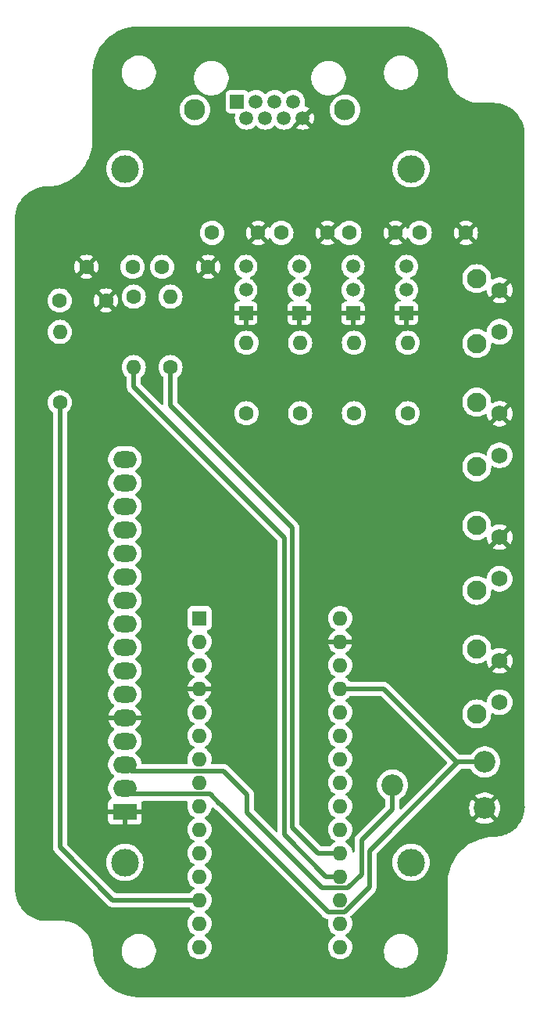
<source format=gbl>
G04 #@! TF.GenerationSoftware,KiCad,Pcbnew,8.0.6*
G04 #@! TF.CreationDate,2025-02-05T09:38:25+03:00*
G04 #@! TF.ProjectId,RotorController,526f746f-7243-46f6-9e74-726f6c6c6572,rev?*
G04 #@! TF.SameCoordinates,Original*
G04 #@! TF.FileFunction,Copper,L2,Bot*
G04 #@! TF.FilePolarity,Positive*
%FSLAX46Y46*%
G04 Gerber Fmt 4.6, Leading zero omitted, Abs format (unit mm)*
G04 Created by KiCad (PCBNEW 8.0.6) date 2025-02-05 09:38:25*
%MOMM*%
%LPD*%
G01*
G04 APERTURE LIST*
G04 #@! TA.AperFunction,ComponentPad*
%ADD10C,1.600000*%
G04 #@! TD*
G04 #@! TA.AperFunction,ComponentPad*
%ADD11O,1.600000X1.600000*%
G04 #@! TD*
G04 #@! TA.AperFunction,ComponentPad*
%ADD12C,1.500000*%
G04 #@! TD*
G04 #@! TA.AperFunction,ComponentPad*
%ADD13R,1.500000X1.500000*%
G04 #@! TD*
G04 #@! TA.AperFunction,ComponentPad*
%ADD14C,2.340000*%
G04 #@! TD*
G04 #@! TA.AperFunction,ComponentPad*
%ADD15O,2.600000X1.800000*%
G04 #@! TD*
G04 #@! TA.AperFunction,ComponentPad*
%ADD16R,2.600000X1.800000*%
G04 #@! TD*
G04 #@! TA.AperFunction,ComponentPad*
%ADD17C,3.000000*%
G04 #@! TD*
G04 #@! TA.AperFunction,ComponentPad*
%ADD18C,1.750000*%
G04 #@! TD*
G04 #@! TA.AperFunction,ComponentPad*
%ADD19C,2.100000*%
G04 #@! TD*
G04 #@! TA.AperFunction,ComponentPad*
%ADD20R,1.600000X1.600000*%
G04 #@! TD*
G04 #@! TA.AperFunction,ComponentPad*
%ADD21C,2.300000*%
G04 #@! TD*
G04 #@! TA.AperFunction,ViaPad*
%ADD22C,0.800000*%
G04 #@! TD*
G04 #@! TA.AperFunction,Conductor*
%ADD23C,0.500000*%
G04 #@! TD*
G04 APERTURE END LIST*
D10*
X102810000Y-74320000D03*
X97810000Y-74320000D03*
D11*
X98296666Y-86210000D03*
D10*
X98296666Y-93830000D03*
D12*
X98196666Y-77950000D03*
X98196666Y-80490000D03*
D13*
X98196666Y-83030000D03*
D11*
X74450000Y-88850000D03*
D10*
X74450000Y-81230000D03*
D14*
X112470000Y-136545000D03*
X102470000Y-134045000D03*
X112470000Y-131545000D03*
D11*
X86650000Y-86210000D03*
D10*
X86650000Y-93830000D03*
D11*
X66440000Y-85040000D03*
D10*
X66440000Y-92660000D03*
X95440000Y-74320000D03*
X90440000Y-74320000D03*
D15*
X73490000Y-98810000D03*
X73490000Y-101350000D03*
X73490000Y-103890000D03*
X73490000Y-106430000D03*
X73490000Y-108970000D03*
X73490000Y-111510000D03*
X73490000Y-114050000D03*
X73490000Y-116590000D03*
X73490000Y-119130000D03*
X73490000Y-121670000D03*
X73490000Y-124210000D03*
X73490000Y-126750000D03*
X73490000Y-129290000D03*
X73490000Y-131830000D03*
X73490000Y-134370000D03*
D16*
X73490000Y-136910000D03*
D17*
X73490000Y-142409100D03*
X104490700Y-67410520D03*
X73490000Y-67410000D03*
X104490700Y-142409100D03*
D12*
X104000000Y-77950000D03*
X104000000Y-80490000D03*
D13*
X104000000Y-83030000D03*
D18*
X114097500Y-98381666D03*
X114097500Y-93881666D03*
D19*
X111607500Y-92631666D03*
X111607500Y-99641666D03*
D10*
X71430000Y-81640000D03*
X66430000Y-81640000D03*
X110430000Y-74320000D03*
X105430000Y-74320000D03*
X87930000Y-74320000D03*
X82930000Y-74320000D03*
X69330000Y-78000000D03*
X74330000Y-78000000D03*
D18*
X114097500Y-111738332D03*
X114097500Y-107238332D03*
D19*
X111607500Y-112998332D03*
X111607500Y-105988332D03*
D11*
X96810000Y-116000000D03*
X96810000Y-118540000D03*
X96810000Y-121080000D03*
X96810000Y-123620000D03*
X96810000Y-126160000D03*
X96810000Y-128700000D03*
X96810000Y-131240000D03*
X96810000Y-133780000D03*
X96810000Y-136320000D03*
X96810000Y-138860000D03*
X96810000Y-141400000D03*
X96810000Y-143940000D03*
X96810000Y-146480000D03*
X96810000Y-149020000D03*
X96810000Y-151560000D03*
X81570000Y-151560000D03*
X81570000Y-149020000D03*
X81570000Y-146480000D03*
X81570000Y-143940000D03*
X81570000Y-141400000D03*
X81570000Y-138860000D03*
X81570000Y-136320000D03*
X81570000Y-133780000D03*
X81570000Y-131240000D03*
X81570000Y-128700000D03*
X81570000Y-126160000D03*
X81570000Y-123620000D03*
X81570000Y-121080000D03*
X81570000Y-118540000D03*
D20*
X81570000Y-116000000D03*
D10*
X82520000Y-78000000D03*
X77520000Y-78000000D03*
D13*
X85645190Y-60125000D03*
D12*
X86661190Y-61905000D03*
X87677190Y-60125000D03*
X88693190Y-61905000D03*
X89709190Y-60125000D03*
X90725190Y-61905000D03*
X91741190Y-60125000D03*
X92757190Y-61905000D03*
D21*
X97335190Y-61015000D03*
X81075190Y-61015000D03*
D11*
X78430000Y-81230000D03*
D10*
X78430000Y-88850000D03*
D11*
X104120000Y-86210000D03*
D10*
X104120000Y-93830000D03*
D18*
X114097500Y-85025000D03*
X114097500Y-80525000D03*
D19*
X111607500Y-86285000D03*
X111607500Y-79275000D03*
D11*
X92473333Y-86210000D03*
D10*
X92473333Y-93830000D03*
D12*
X92393333Y-77950000D03*
X92393333Y-80490000D03*
D13*
X92393333Y-83030000D03*
D12*
X86590000Y-77950000D03*
X86590000Y-80490000D03*
D13*
X86590000Y-83030000D03*
D18*
X114097500Y-125095000D03*
X114097500Y-120595000D03*
D19*
X111607500Y-119345000D03*
X111607500Y-126355000D03*
D22*
X106310000Y-113430000D03*
X104890000Y-133070000D03*
X104210000Y-97260000D03*
X72330000Y-70690000D03*
X82870000Y-88430000D03*
X89150000Y-133010000D03*
X79840000Y-74220000D03*
X88100000Y-109560000D03*
X71720000Y-78160000D03*
X86670000Y-152170000D03*
X106180000Y-102020000D03*
X100330000Y-110510000D03*
X84290000Y-69800000D03*
X68940000Y-113090000D03*
X88710000Y-71300000D03*
X71990000Y-85440000D03*
X91290000Y-152240000D03*
X106240000Y-107790000D03*
X99960000Y-70960000D03*
X88780000Y-97600000D03*
X89020000Y-119210000D03*
X95300000Y-97530000D03*
X73860000Y-62860000D03*
X95170000Y-88360000D03*
X108220000Y-79790000D03*
X100400000Y-119010000D03*
X106240000Y-124720000D03*
X69140000Y-103920000D03*
X69000000Y-123360000D03*
X69210000Y-132870000D03*
X108280000Y-87070000D03*
X100740000Y-88020000D03*
X90270000Y-88360000D03*
X93880000Y-135730000D03*
X105630000Y-131040000D03*
X104600000Y-62880000D03*
X94080000Y-70890000D03*
X99580000Y-126350000D03*
X89020000Y-125190000D03*
X100260000Y-97530000D03*
X106310000Y-119210000D03*
X82170000Y-63570000D03*
D23*
X81570000Y-146480000D02*
X72160000Y-146480000D01*
X66440000Y-140760000D02*
X66440000Y-92660000D01*
X72160000Y-146480000D02*
X66440000Y-140760000D01*
X90780000Y-107310000D02*
X74450000Y-90980000D01*
X96810000Y-143940000D02*
X95300000Y-143940000D01*
X95300000Y-143940000D02*
X90780000Y-139420000D01*
X74450000Y-90980000D02*
X74450000Y-88850000D01*
X90780000Y-139420000D02*
X90780000Y-107310000D01*
X91650000Y-106230000D02*
X91650000Y-138650000D01*
X91650000Y-138650000D02*
X94400000Y-141400000D01*
X78430000Y-93010000D02*
X91650000Y-106230000D01*
X94400000Y-141400000D02*
X96810000Y-141400000D01*
X78430000Y-88850000D02*
X78430000Y-93010000D01*
X82710000Y-135030000D02*
X83770000Y-136090000D01*
X95510000Y-147770000D02*
X97287767Y-147770000D01*
X83770000Y-136090000D02*
X83830000Y-136090000D01*
X101510000Y-123620000D02*
X96810000Y-123620000D01*
X74150000Y-135030000D02*
X82710000Y-135030000D01*
X112470000Y-131545000D02*
X109925000Y-131545000D01*
X99990000Y-145067767D02*
X99990000Y-141140000D01*
X109925000Y-131545000D02*
X109435000Y-131545000D01*
X73490000Y-134370000D02*
X74150000Y-135030000D01*
X83830000Y-136090000D02*
X95510000Y-147770000D01*
X109585000Y-131545000D02*
X109925000Y-131545000D01*
X99990000Y-141140000D02*
X109585000Y-131545000D01*
X109435000Y-131545000D02*
X101510000Y-123620000D01*
X97287767Y-147770000D02*
X99990000Y-145067767D01*
X86710000Y-135060000D02*
X86710000Y-137060000D01*
X99120000Y-143730000D02*
X99120000Y-140010000D01*
X74190000Y-132530000D02*
X84180000Y-132530000D01*
X73490000Y-131830000D02*
X74190000Y-132530000D01*
X94840000Y-145190000D02*
X97660000Y-145190000D01*
X86710000Y-137060000D02*
X94840000Y-145190000D01*
X84180000Y-132530000D02*
X86710000Y-135060000D01*
X97660000Y-145190000D02*
X99120000Y-143730000D01*
X102470000Y-136660000D02*
X102470000Y-134045000D01*
X99120000Y-140010000D02*
X102470000Y-136660000D01*
G04 #@! TA.AperFunction,Conductor*
G36*
X101211750Y-124398502D02*
G01*
X101232724Y-124415405D01*
X108348223Y-131530904D01*
X108382249Y-131593216D01*
X108377184Y-131664031D01*
X108348223Y-131709094D01*
X103443595Y-136613723D01*
X103381283Y-136647749D01*
X103310468Y-136642684D01*
X103253632Y-136600137D01*
X103228821Y-136533617D01*
X103228500Y-136524628D01*
X103228500Y-135621891D01*
X103248502Y-135553770D01*
X103299833Y-135508368D01*
X103311604Y-135502700D01*
X103519462Y-135360984D01*
X103703878Y-135189872D01*
X103860731Y-134993184D01*
X103986517Y-134775316D01*
X104078427Y-134541134D01*
X104134407Y-134295869D01*
X104153207Y-134045000D01*
X104134407Y-133794131D01*
X104083578Y-133571437D01*
X104078428Y-133548870D01*
X104078427Y-133548869D01*
X104078427Y-133548866D01*
X104032730Y-133432432D01*
X103986520Y-133314690D01*
X103986518Y-133314686D01*
X103860733Y-133096819D01*
X103785674Y-133002698D01*
X103703878Y-132900128D01*
X103703877Y-132900127D01*
X103703874Y-132900123D01*
X103519467Y-132729021D01*
X103519461Y-132729015D01*
X103392533Y-132642477D01*
X103311606Y-132587301D01*
X103084949Y-132478148D01*
X103084936Y-132478143D01*
X102844559Y-132403997D01*
X102844551Y-132403995D01*
X102844549Y-132403995D01*
X102595786Y-132366500D01*
X102344214Y-132366500D01*
X102095451Y-132403995D01*
X102095449Y-132403995D01*
X102095440Y-132403997D01*
X101855063Y-132478143D01*
X101855051Y-132478148D01*
X101628394Y-132587301D01*
X101628387Y-132587305D01*
X101420544Y-132729011D01*
X101420532Y-132729021D01*
X101236125Y-132900123D01*
X101079266Y-133096819D01*
X100953481Y-133314686D01*
X100953479Y-133314690D01*
X100861571Y-133548870D01*
X100842647Y-133631785D01*
X100805593Y-133794131D01*
X100786793Y-134045000D01*
X100805593Y-134295869D01*
X100810744Y-134318440D01*
X100861571Y-134541129D01*
X100953479Y-134775309D01*
X100953481Y-134775313D01*
X101079266Y-134993180D01*
X101236125Y-135189876D01*
X101369684Y-135313799D01*
X101420538Y-135360984D01*
X101458438Y-135386824D01*
X101628394Y-135502698D01*
X101628399Y-135502701D01*
X101640165Y-135508367D01*
X101692863Y-135555942D01*
X101711500Y-135621891D01*
X101711500Y-136293629D01*
X101691498Y-136361750D01*
X101674595Y-136382724D01*
X98530838Y-139526480D01*
X98530833Y-139526486D01*
X98477017Y-139607029D01*
X98447826Y-139650716D01*
X98429702Y-139694473D01*
X98394574Y-139779280D01*
X98394570Y-139779290D01*
X98390649Y-139788752D01*
X98361500Y-139935290D01*
X98361500Y-141234501D01*
X98341498Y-141302622D01*
X98287842Y-141349115D01*
X98217568Y-141359219D01*
X98152988Y-141329725D01*
X98114604Y-141269999D01*
X98109979Y-141245488D01*
X98103543Y-141171913D01*
X98044284Y-140950757D01*
X97947523Y-140743251D01*
X97816198Y-140555700D01*
X97654300Y-140393802D01*
X97466749Y-140262477D01*
X97427543Y-140244195D01*
X97374258Y-140197279D01*
X97354796Y-140129002D01*
X97375337Y-140061042D01*
X97427543Y-140015805D01*
X97429997Y-140014660D01*
X97466749Y-139997523D01*
X97654300Y-139866198D01*
X97816198Y-139704300D01*
X97947523Y-139516749D01*
X98044284Y-139309243D01*
X98103543Y-139088087D01*
X98123498Y-138860000D01*
X98103543Y-138631913D01*
X98044284Y-138410757D01*
X97947523Y-138203251D01*
X97816198Y-138015700D01*
X97654300Y-137853802D01*
X97466749Y-137722477D01*
X97427543Y-137704195D01*
X97374258Y-137657279D01*
X97354796Y-137589002D01*
X97375337Y-137521042D01*
X97427543Y-137475805D01*
X97441898Y-137469111D01*
X97466749Y-137457523D01*
X97654300Y-137326198D01*
X97816198Y-137164300D01*
X97947523Y-136976749D01*
X98044284Y-136769243D01*
X98103543Y-136548087D01*
X98123498Y-136320000D01*
X98103543Y-136091913D01*
X98044284Y-135870757D01*
X97947523Y-135663251D01*
X97816198Y-135475700D01*
X97654300Y-135313802D01*
X97616845Y-135287576D01*
X97480065Y-135191801D01*
X97466749Y-135182477D01*
X97427543Y-135164195D01*
X97374258Y-135117279D01*
X97354796Y-135049002D01*
X97375337Y-134981042D01*
X97427543Y-134935805D01*
X97429997Y-134934660D01*
X97466749Y-134917523D01*
X97654300Y-134786198D01*
X97816198Y-134624300D01*
X97947523Y-134436749D01*
X98044284Y-134229243D01*
X98103543Y-134008087D01*
X98123498Y-133780000D01*
X98103543Y-133551913D01*
X98044284Y-133330757D01*
X97947523Y-133123251D01*
X97816198Y-132935700D01*
X97654300Y-132773802D01*
X97616845Y-132747576D01*
X97590332Y-132729011D01*
X97466749Y-132642477D01*
X97427543Y-132624195D01*
X97374258Y-132577279D01*
X97354796Y-132509002D01*
X97375337Y-132441042D01*
X97427543Y-132395805D01*
X97429997Y-132394660D01*
X97466749Y-132377523D01*
X97654300Y-132246198D01*
X97816198Y-132084300D01*
X97947523Y-131896749D01*
X98044284Y-131689243D01*
X98103543Y-131468087D01*
X98123498Y-131240000D01*
X98103543Y-131011913D01*
X98044284Y-130790757D01*
X97947523Y-130583251D01*
X97816198Y-130395700D01*
X97654300Y-130233802D01*
X97647463Y-130229015D01*
X97591998Y-130190177D01*
X97466749Y-130102477D01*
X97427543Y-130084195D01*
X97374258Y-130037279D01*
X97354796Y-129969002D01*
X97375337Y-129901042D01*
X97427543Y-129855805D01*
X97429997Y-129854660D01*
X97466749Y-129837523D01*
X97654300Y-129706198D01*
X97816198Y-129544300D01*
X97947523Y-129356749D01*
X98044284Y-129149243D01*
X98103543Y-128928087D01*
X98123498Y-128700000D01*
X98103543Y-128471913D01*
X98044284Y-128250757D01*
X97947523Y-128043251D01*
X97816198Y-127855700D01*
X97654300Y-127693802D01*
X97466749Y-127562477D01*
X97427543Y-127544195D01*
X97374258Y-127497279D01*
X97354796Y-127429002D01*
X97375337Y-127361042D01*
X97427543Y-127315805D01*
X97441898Y-127309111D01*
X97466749Y-127297523D01*
X97654300Y-127166198D01*
X97816198Y-127004300D01*
X97947523Y-126816749D01*
X98044284Y-126609243D01*
X98103543Y-126388087D01*
X98123498Y-126160000D01*
X98103543Y-125931913D01*
X98044284Y-125710757D01*
X97947523Y-125503251D01*
X97816198Y-125315700D01*
X97654300Y-125153802D01*
X97616845Y-125127576D01*
X97519470Y-125059393D01*
X97466749Y-125022477D01*
X97427543Y-125004195D01*
X97374258Y-124957279D01*
X97354796Y-124889002D01*
X97375337Y-124821042D01*
X97427543Y-124775805D01*
X97429997Y-124774660D01*
X97466749Y-124757523D01*
X97654300Y-124626198D01*
X97816198Y-124464300D01*
X97827618Y-124447990D01*
X97838656Y-124432228D01*
X97894113Y-124387900D01*
X97941868Y-124378500D01*
X101143629Y-124378500D01*
X101211750Y-124398502D01*
G37*
G04 #@! TD.AperFunction*
G04 #@! TA.AperFunction,Conductor*
G36*
X103430719Y-52000008D02*
G01*
X103652472Y-52002474D01*
X103662426Y-52002979D01*
X104104876Y-52043074D01*
X104116145Y-52044612D01*
X104552464Y-52124347D01*
X104563536Y-52126892D01*
X104990899Y-52245687D01*
X105001680Y-52249215D01*
X105416574Y-52406094D01*
X105427019Y-52410593D01*
X105826043Y-52604268D01*
X105836042Y-52609692D01*
X106215952Y-52838585D01*
X106225428Y-52844894D01*
X106583131Y-53107143D01*
X106591998Y-53114281D01*
X106924579Y-53407749D01*
X106932765Y-53415659D01*
X107237492Y-53737933D01*
X107244931Y-53746549D01*
X107519325Y-54095006D01*
X107525957Y-54104258D01*
X107767797Y-54476080D01*
X107773566Y-54485894D01*
X107980850Y-54878005D01*
X107985710Y-54888299D01*
X108156761Y-55297524D01*
X108160672Y-55308214D01*
X108294091Y-55731201D01*
X108297022Y-55742201D01*
X108391724Y-56175521D01*
X108393649Y-56186740D01*
X108448941Y-56627507D01*
X108449791Y-56637458D01*
X108459822Y-56857736D01*
X108459940Y-56861725D01*
X108461588Y-56980847D01*
X108462551Y-57050442D01*
X108481382Y-57218330D01*
X108505071Y-57429519D01*
X108505072Y-57429522D01*
X108512469Y-57462080D01*
X108589576Y-57801481D01*
X108715016Y-58161713D01*
X108879827Y-58505718D01*
X109081954Y-58829210D01*
X109081956Y-58829212D01*
X109081957Y-58829214D01*
X109303619Y-59108902D01*
X109318879Y-59128156D01*
X109587648Y-59398831D01*
X109884913Y-59637862D01*
X110206969Y-59842270D01*
X110533085Y-60001351D01*
X110549805Y-60009508D01*
X110909129Y-60137485D01*
X110909130Y-60137485D01*
X110909138Y-60137488D01*
X111280500Y-60224620D01*
X111659261Y-60269816D01*
X111684134Y-60270336D01*
X111849941Y-60273807D01*
X111849961Y-60273807D01*
X113496995Y-60273807D01*
X113503011Y-60273950D01*
X113681904Y-60282504D01*
X113693961Y-60283662D01*
X114053560Y-60335791D01*
X114067094Y-60338518D01*
X114417989Y-60429514D01*
X114431152Y-60433711D01*
X114769954Y-60562601D01*
X114782565Y-60568208D01*
X115105223Y-60733450D01*
X115117145Y-60740406D01*
X115289062Y-60853800D01*
X115419744Y-60939996D01*
X115430850Y-60948230D01*
X115709756Y-61179767D01*
X115719892Y-61189168D01*
X115801454Y-61273594D01*
X115971742Y-61449860D01*
X115980788Y-61460315D01*
X116202565Y-61747036D01*
X116210410Y-61758418D01*
X116299995Y-61904999D01*
X116399440Y-62067712D01*
X116405992Y-62079887D01*
X116559996Y-62408031D01*
X116565174Y-62420850D01*
X116682298Y-62763883D01*
X116686041Y-62777192D01*
X116764878Y-63131000D01*
X116767140Y-63144640D01*
X116806832Y-63505809D01*
X116807575Y-63517895D01*
X116809989Y-63699172D01*
X116810000Y-63700850D01*
X116810000Y-136289866D01*
X116810387Y-136471424D01*
X116809791Y-136483930D01*
X116774642Y-136844127D01*
X116772454Y-136858232D01*
X116696972Y-137211298D01*
X116693202Y-137225065D01*
X116578273Y-137567326D01*
X116572970Y-137580578D01*
X116420070Y-137907639D01*
X116413302Y-137920207D01*
X116224389Y-138227882D01*
X116216243Y-138239603D01*
X115993749Y-138523929D01*
X115984330Y-138534654D01*
X115731100Y-138791998D01*
X115720529Y-138801588D01*
X115439821Y-139028637D01*
X115428232Y-139036971D01*
X115123643Y-139230815D01*
X115111187Y-139237784D01*
X114786628Y-139395936D01*
X114773462Y-139401452D01*
X114433100Y-139521880D01*
X114419396Y-139525871D01*
X114067600Y-139607029D01*
X114053532Y-139609445D01*
X113693907Y-139650397D01*
X113681466Y-139651193D01*
X113500276Y-139653803D01*
X113499796Y-139653809D01*
X113305257Y-139655869D01*
X113280088Y-139656136D01*
X113280083Y-139656136D01*
X112914896Y-139688083D01*
X112841858Y-139694473D01*
X112582674Y-139740172D01*
X112408643Y-139770858D01*
X112408641Y-139770858D01*
X112408638Y-139770859D01*
X112341859Y-139788752D01*
X111983708Y-139884716D01*
X111570355Y-140035163D01*
X111171655Y-140221079D01*
X110790711Y-140441015D01*
X110790685Y-140441031D01*
X110430350Y-140693340D01*
X110430337Y-140693349D01*
X110093360Y-140976107D01*
X110093351Y-140976117D01*
X109782313Y-141287154D01*
X109499534Y-141624157D01*
X109247227Y-141984491D01*
X109247211Y-141984517D01*
X109027273Y-142365465D01*
X108841368Y-142764143D01*
X108690910Y-143177529D01*
X108577054Y-143602455D01*
X108500672Y-144035665D01*
X108486595Y-144196585D01*
X108462335Y-144473896D01*
X108460000Y-144693856D01*
X108460038Y-151959228D01*
X108460031Y-151960602D01*
X108457693Y-152175095D01*
X108457221Y-152184704D01*
X108419780Y-152612653D01*
X108418345Y-152623551D01*
X108343869Y-153045927D01*
X108341490Y-153056659D01*
X108230481Y-153470946D01*
X108227175Y-153481428D01*
X108080491Y-153884441D01*
X108076285Y-153894597D01*
X107895021Y-154283318D01*
X107889945Y-154293068D01*
X107675502Y-154664495D01*
X107669596Y-154673766D01*
X107423591Y-155025096D01*
X107416900Y-155033816D01*
X107141211Y-155362369D01*
X107133785Y-155370473D01*
X106830514Y-155673745D01*
X106822409Y-155681172D01*
X106493856Y-155956861D01*
X106485136Y-155963552D01*
X106133805Y-156209557D01*
X106124534Y-156215463D01*
X105753107Y-156429905D01*
X105743357Y-156434981D01*
X105354640Y-156616243D01*
X105344485Y-156620449D01*
X104941465Y-156767137D01*
X104930981Y-156770443D01*
X104516697Y-156881450D01*
X104505966Y-156883829D01*
X104083590Y-156958305D01*
X104072692Y-156959740D01*
X103644742Y-156997181D01*
X103635135Y-156997653D01*
X103426236Y-156999931D01*
X103420640Y-156999993D01*
X103419268Y-157000000D01*
X75060682Y-157000000D01*
X75059281Y-156999992D01*
X75056329Y-156999959D01*
X74837535Y-156997525D01*
X74827565Y-156997019D01*
X74385128Y-156956925D01*
X74373849Y-156955386D01*
X73937546Y-156875654D01*
X73926452Y-156873104D01*
X73499115Y-156754317D01*
X73488305Y-156750779D01*
X73073434Y-156593909D01*
X73062980Y-156589406D01*
X72663956Y-156395731D01*
X72653950Y-156390303D01*
X72274047Y-156161414D01*
X72264571Y-156155105D01*
X71906868Y-155892856D01*
X71898001Y-155885718D01*
X71565420Y-155592250D01*
X71557234Y-155584340D01*
X71252507Y-155262066D01*
X71245068Y-155253450D01*
X70970674Y-154904993D01*
X70964042Y-154895741D01*
X70722197Y-154523911D01*
X70716438Y-154514114D01*
X70509147Y-154121990D01*
X70504289Y-154111700D01*
X70333238Y-153702475D01*
X70329327Y-153691785D01*
X70262976Y-153481428D01*
X70195904Y-153268786D01*
X70192980Y-153257811D01*
X70098275Y-152824478D01*
X70096350Y-152813259D01*
X70093969Y-152794282D01*
X70041055Y-152372468D01*
X70040210Y-152362565D01*
X70030176Y-152142249D01*
X70030059Y-152138274D01*
X70029824Y-152121281D01*
X70027449Y-151949558D01*
X70019502Y-151878709D01*
X73149500Y-151878709D01*
X73149500Y-152121290D01*
X73181160Y-152361782D01*
X73243944Y-152596095D01*
X73243945Y-152596097D01*
X73243946Y-152596100D01*
X73336776Y-152820212D01*
X73336777Y-152820213D01*
X73336782Y-152820224D01*
X73458061Y-153030285D01*
X73458063Y-153030288D01*
X73458064Y-153030289D01*
X73605735Y-153222738D01*
X73605739Y-153222742D01*
X73605744Y-153222748D01*
X73777251Y-153394255D01*
X73777256Y-153394259D01*
X73777262Y-153394265D01*
X73969711Y-153541936D01*
X73969714Y-153541938D01*
X74179775Y-153663217D01*
X74179779Y-153663218D01*
X74179788Y-153663224D01*
X74403900Y-153756054D01*
X74638211Y-153818838D01*
X74638215Y-153818838D01*
X74638217Y-153818839D01*
X74700202Y-153826999D01*
X74878712Y-153850500D01*
X74878719Y-153850500D01*
X75121281Y-153850500D01*
X75121288Y-153850500D01*
X75338637Y-153821885D01*
X75361782Y-153818839D01*
X75361782Y-153818838D01*
X75361789Y-153818838D01*
X75596100Y-153756054D01*
X75820212Y-153663224D01*
X76030289Y-153541936D01*
X76222738Y-153394265D01*
X76394265Y-153222738D01*
X76541936Y-153030289D01*
X76663224Y-152820212D01*
X76756054Y-152596100D01*
X76818838Y-152361789D01*
X76850500Y-152121288D01*
X76850500Y-151878712D01*
X76818838Y-151638211D01*
X76756054Y-151403900D01*
X76663224Y-151179788D01*
X76663218Y-151179779D01*
X76663217Y-151179775D01*
X76541938Y-150969714D01*
X76541936Y-150969711D01*
X76394265Y-150777262D01*
X76394259Y-150777256D01*
X76394255Y-150777251D01*
X76222748Y-150605744D01*
X76222742Y-150605739D01*
X76222738Y-150605735D01*
X76030289Y-150458064D01*
X76030288Y-150458063D01*
X76030285Y-150458061D01*
X75820224Y-150336782D01*
X75820216Y-150336778D01*
X75820212Y-150336776D01*
X75596100Y-150243946D01*
X75596097Y-150243945D01*
X75596095Y-150243944D01*
X75361782Y-150181160D01*
X75121290Y-150149500D01*
X75121288Y-150149500D01*
X74878712Y-150149500D01*
X74878709Y-150149500D01*
X74638217Y-150181160D01*
X74403904Y-150243944D01*
X74403900Y-150243946D01*
X74206490Y-150325716D01*
X74179786Y-150336777D01*
X74179775Y-150336782D01*
X73969714Y-150458061D01*
X73777262Y-150605735D01*
X73777251Y-150605744D01*
X73605744Y-150777251D01*
X73605735Y-150777262D01*
X73458061Y-150969714D01*
X73336782Y-151179775D01*
X73336777Y-151179786D01*
X73336776Y-151179788D01*
X73273764Y-151331913D01*
X73243946Y-151403900D01*
X73243944Y-151403904D01*
X73181160Y-151638217D01*
X73149500Y-151878709D01*
X70019502Y-151878709D01*
X69984930Y-151570488D01*
X69900424Y-151198519D01*
X69774984Y-150838287D01*
X69610173Y-150494282D01*
X69408046Y-150170790D01*
X69171121Y-149871844D01*
X68902352Y-149601169D01*
X68605087Y-149362138D01*
X68283031Y-149157730D01*
X68132510Y-149084304D01*
X67940194Y-148990491D01*
X67580870Y-148862514D01*
X67580863Y-148862512D01*
X67580862Y-148862512D01*
X67467017Y-148835800D01*
X67209498Y-148775379D01*
X67209499Y-148775379D01*
X66830746Y-148730184D01*
X66830735Y-148730183D01*
X66640059Y-148726193D01*
X66640039Y-148726193D01*
X64991338Y-148726193D01*
X64988708Y-148726166D01*
X64983007Y-148726046D01*
X64805466Y-148722338D01*
X64793170Y-148721478D01*
X64427524Y-148677850D01*
X64413672Y-148675406D01*
X64056029Y-148591497D01*
X64042535Y-148587525D01*
X63696461Y-148464270D01*
X63683494Y-148458818D01*
X63353321Y-148297759D01*
X63341043Y-148290896D01*
X63030879Y-148094039D01*
X63019442Y-148085850D01*
X62733157Y-147855650D01*
X62722704Y-147846238D01*
X62463853Y-147585554D01*
X62454514Y-147575034D01*
X62255795Y-147324296D01*
X62226337Y-147287127D01*
X62218237Y-147275644D01*
X62023562Y-146964080D01*
X62016792Y-146951763D01*
X62006004Y-146929246D01*
X61900048Y-146708086D01*
X61858066Y-146620457D01*
X61852706Y-146607453D01*
X61817379Y-146506002D01*
X61731895Y-146260515D01*
X61728022Y-146247005D01*
X61709073Y-146163595D01*
X61646634Y-145888759D01*
X61644293Y-145874917D01*
X61603246Y-145508957D01*
X61602474Y-145496645D01*
X61599964Y-145312983D01*
X61599952Y-145311258D01*
X61601110Y-92660000D01*
X65126502Y-92660000D01*
X65146457Y-92888087D01*
X65160164Y-92939243D01*
X65205715Y-93109240D01*
X65205717Y-93109246D01*
X65302477Y-93316749D01*
X65420685Y-93485568D01*
X65433802Y-93504300D01*
X65595700Y-93666198D01*
X65627770Y-93688653D01*
X65672099Y-93744110D01*
X65681500Y-93791867D01*
X65681500Y-140834707D01*
X65709627Y-140976107D01*
X65710649Y-140981247D01*
X65767826Y-141119284D01*
X65850834Y-141243515D01*
X71570835Y-146963516D01*
X71676484Y-147069165D01*
X71800716Y-147152174D01*
X71938754Y-147209351D01*
X72085294Y-147238500D01*
X72085295Y-147238500D01*
X72234705Y-147238500D01*
X80438132Y-147238500D01*
X80506253Y-147258502D01*
X80541344Y-147292228D01*
X80563797Y-147324293D01*
X80563802Y-147324300D01*
X80725700Y-147486198D01*
X80913251Y-147617523D01*
X80948359Y-147633894D01*
X80952457Y-147635805D01*
X81005742Y-147682722D01*
X81025203Y-147750999D01*
X81004661Y-147818959D01*
X80952457Y-147864195D01*
X80913250Y-147882477D01*
X80725703Y-148013799D01*
X80725697Y-148013804D01*
X80563804Y-148175697D01*
X80563799Y-148175703D01*
X80432477Y-148363250D01*
X80335717Y-148570753D01*
X80335715Y-148570759D01*
X80292997Y-148730184D01*
X80276457Y-148791913D01*
X80256502Y-149020000D01*
X80276457Y-149248087D01*
X80335716Y-149469243D01*
X80432477Y-149676749D01*
X80563802Y-149864300D01*
X80725700Y-150026198D01*
X80913251Y-150157523D01*
X80948359Y-150173894D01*
X80952457Y-150175805D01*
X81005742Y-150222722D01*
X81025203Y-150290999D01*
X81004661Y-150358959D01*
X80952457Y-150404195D01*
X80913250Y-150422477D01*
X80725703Y-150553799D01*
X80725697Y-150553804D01*
X80563804Y-150715697D01*
X80563799Y-150715703D01*
X80432477Y-150903250D01*
X80335717Y-151110753D01*
X80335715Y-151110759D01*
X80276457Y-151331913D01*
X80256502Y-151560000D01*
X80276457Y-151788086D01*
X80335715Y-152009240D01*
X80335717Y-152009246D01*
X80417534Y-152184704D01*
X80432477Y-152216749D01*
X80563802Y-152404300D01*
X80725700Y-152566198D01*
X80913251Y-152697523D01*
X81120757Y-152794284D01*
X81341913Y-152853543D01*
X81570000Y-152873498D01*
X81798087Y-152853543D01*
X82019243Y-152794284D01*
X82226749Y-152697523D01*
X82414300Y-152566198D01*
X82576198Y-152404300D01*
X82707523Y-152216749D01*
X82804284Y-152009243D01*
X82863543Y-151788087D01*
X82883498Y-151560000D01*
X82863543Y-151331913D01*
X82804284Y-151110757D01*
X82707523Y-150903251D01*
X82576198Y-150715700D01*
X82414300Y-150553802D01*
X82226749Y-150422477D01*
X82187543Y-150404195D01*
X82134258Y-150357279D01*
X82114796Y-150289002D01*
X82135337Y-150221042D01*
X82187543Y-150175805D01*
X82189997Y-150174660D01*
X82226749Y-150157523D01*
X82414300Y-150026198D01*
X82576198Y-149864300D01*
X82707523Y-149676749D01*
X82804284Y-149469243D01*
X82863543Y-149248087D01*
X82883498Y-149020000D01*
X82863543Y-148791913D01*
X82804284Y-148570757D01*
X82707523Y-148363251D01*
X82576198Y-148175700D01*
X82414300Y-148013802D01*
X82226749Y-147882477D01*
X82187543Y-147864195D01*
X82134258Y-147817279D01*
X82114796Y-147749002D01*
X82135337Y-147681042D01*
X82187543Y-147635805D01*
X82189997Y-147634660D01*
X82226749Y-147617523D01*
X82414300Y-147486198D01*
X82576198Y-147324300D01*
X82707523Y-147136749D01*
X82804284Y-146929243D01*
X82863543Y-146708087D01*
X82883498Y-146480000D01*
X82863543Y-146251913D01*
X82804284Y-146030757D01*
X82707523Y-145823251D01*
X82576198Y-145635700D01*
X82414300Y-145473802D01*
X82226749Y-145342477D01*
X82187543Y-145324195D01*
X82134258Y-145277279D01*
X82114796Y-145209002D01*
X82135337Y-145141042D01*
X82187543Y-145095805D01*
X82189997Y-145094660D01*
X82226749Y-145077523D01*
X82414300Y-144946198D01*
X82576198Y-144784300D01*
X82707523Y-144596749D01*
X82804284Y-144389243D01*
X82863543Y-144168087D01*
X82883498Y-143940000D01*
X82863543Y-143711913D01*
X82804284Y-143490757D01*
X82707523Y-143283251D01*
X82576198Y-143095700D01*
X82414300Y-142933802D01*
X82226749Y-142802477D01*
X82187543Y-142784195D01*
X82134258Y-142737279D01*
X82114796Y-142669002D01*
X82135337Y-142601042D01*
X82187543Y-142555805D01*
X82189997Y-142554660D01*
X82226749Y-142537523D01*
X82414300Y-142406198D01*
X82576198Y-142244300D01*
X82707523Y-142056749D01*
X82804284Y-141849243D01*
X82863543Y-141628087D01*
X82883498Y-141400000D01*
X82863543Y-141171913D01*
X82804284Y-140950757D01*
X82707523Y-140743251D01*
X82576198Y-140555700D01*
X82414300Y-140393802D01*
X82226749Y-140262477D01*
X82187543Y-140244195D01*
X82134258Y-140197279D01*
X82114796Y-140129002D01*
X82135337Y-140061042D01*
X82187543Y-140015805D01*
X82189997Y-140014660D01*
X82226749Y-139997523D01*
X82414300Y-139866198D01*
X82576198Y-139704300D01*
X82707523Y-139516749D01*
X82804284Y-139309243D01*
X82863543Y-139088087D01*
X82883498Y-138860000D01*
X82863543Y-138631913D01*
X82804284Y-138410757D01*
X82707523Y-138203251D01*
X82576198Y-138015700D01*
X82414300Y-137853802D01*
X82226749Y-137722477D01*
X82187543Y-137704195D01*
X82134258Y-137657279D01*
X82114796Y-137589002D01*
X82135337Y-137521042D01*
X82187543Y-137475805D01*
X82201898Y-137469111D01*
X82226749Y-137457523D01*
X82414300Y-137326198D01*
X82576198Y-137164300D01*
X82707523Y-136976749D01*
X82804284Y-136769243D01*
X82863543Y-136548087D01*
X82863544Y-136548080D01*
X82864499Y-136542666D01*
X82865818Y-136542898D01*
X82889321Y-136482783D01*
X82946817Y-136441132D01*
X83017703Y-136437179D01*
X83078088Y-136470769D01*
X83180834Y-136573515D01*
X83180835Y-136573516D01*
X83286484Y-136679165D01*
X83410716Y-136762174D01*
X83419612Y-136765858D01*
X83460492Y-136793173D01*
X94920834Y-148253515D01*
X94920835Y-148253516D01*
X95026484Y-148359165D01*
X95150716Y-148442174D01*
X95231576Y-148475667D01*
X95288753Y-148499351D01*
X95362022Y-148513924D01*
X95362023Y-148513925D01*
X95385798Y-148518654D01*
X95435294Y-148528500D01*
X95435295Y-148528500D01*
X95435311Y-148528500D01*
X95435331Y-148528502D01*
X95435355Y-148528511D01*
X95441364Y-148529707D01*
X95441137Y-148530846D01*
X95501165Y-148555079D01*
X95542181Y-148613029D01*
X95545355Y-148683954D01*
X95544700Y-148686507D01*
X95516457Y-148791911D01*
X95516457Y-148791913D01*
X95496502Y-149020000D01*
X95516457Y-149248087D01*
X95575716Y-149469243D01*
X95672477Y-149676749D01*
X95803802Y-149864300D01*
X95965700Y-150026198D01*
X96153251Y-150157523D01*
X96188359Y-150173894D01*
X96192457Y-150175805D01*
X96245742Y-150222722D01*
X96265203Y-150290999D01*
X96244661Y-150358959D01*
X96192457Y-150404195D01*
X96153250Y-150422477D01*
X95965703Y-150553799D01*
X95965697Y-150553804D01*
X95803804Y-150715697D01*
X95803799Y-150715703D01*
X95672477Y-150903250D01*
X95575717Y-151110753D01*
X95575715Y-151110759D01*
X95516457Y-151331913D01*
X95496502Y-151560000D01*
X95516457Y-151788086D01*
X95575715Y-152009240D01*
X95575717Y-152009246D01*
X95657534Y-152184704D01*
X95672477Y-152216749D01*
X95803802Y-152404300D01*
X95965700Y-152566198D01*
X96153251Y-152697523D01*
X96360757Y-152794284D01*
X96581913Y-152853543D01*
X96810000Y-152873498D01*
X97038087Y-152853543D01*
X97259243Y-152794284D01*
X97466749Y-152697523D01*
X97654300Y-152566198D01*
X97816198Y-152404300D01*
X97947523Y-152216749D01*
X98044284Y-152009243D01*
X98079261Y-151878709D01*
X101549500Y-151878709D01*
X101549500Y-152121290D01*
X101581160Y-152361782D01*
X101643944Y-152596095D01*
X101643945Y-152596097D01*
X101643946Y-152596100D01*
X101736776Y-152820212D01*
X101736777Y-152820213D01*
X101736782Y-152820224D01*
X101858061Y-153030285D01*
X101858063Y-153030288D01*
X101858064Y-153030289D01*
X102005735Y-153222738D01*
X102005739Y-153222742D01*
X102005744Y-153222748D01*
X102177251Y-153394255D01*
X102177256Y-153394259D01*
X102177262Y-153394265D01*
X102369711Y-153541936D01*
X102369714Y-153541938D01*
X102579775Y-153663217D01*
X102579779Y-153663218D01*
X102579788Y-153663224D01*
X102803900Y-153756054D01*
X103038211Y-153818838D01*
X103038215Y-153818838D01*
X103038217Y-153818839D01*
X103100202Y-153826999D01*
X103278712Y-153850500D01*
X103278719Y-153850500D01*
X103521281Y-153850500D01*
X103521288Y-153850500D01*
X103738637Y-153821885D01*
X103761782Y-153818839D01*
X103761782Y-153818838D01*
X103761789Y-153818838D01*
X103996100Y-153756054D01*
X104220212Y-153663224D01*
X104430289Y-153541936D01*
X104622738Y-153394265D01*
X104794265Y-153222738D01*
X104941936Y-153030289D01*
X105063224Y-152820212D01*
X105156054Y-152596100D01*
X105218838Y-152361789D01*
X105250500Y-152121288D01*
X105250500Y-151878712D01*
X105218838Y-151638211D01*
X105156054Y-151403900D01*
X105063224Y-151179788D01*
X105063218Y-151179779D01*
X105063217Y-151179775D01*
X104941938Y-150969714D01*
X104941936Y-150969711D01*
X104794265Y-150777262D01*
X104794259Y-150777256D01*
X104794255Y-150777251D01*
X104622748Y-150605744D01*
X104622742Y-150605739D01*
X104622738Y-150605735D01*
X104430289Y-150458064D01*
X104430288Y-150458063D01*
X104430285Y-150458061D01*
X104220224Y-150336782D01*
X104220216Y-150336778D01*
X104220212Y-150336776D01*
X103996100Y-150243946D01*
X103996097Y-150243945D01*
X103996095Y-150243944D01*
X103761782Y-150181160D01*
X103521290Y-150149500D01*
X103521288Y-150149500D01*
X103278712Y-150149500D01*
X103278709Y-150149500D01*
X103038217Y-150181160D01*
X102803904Y-150243944D01*
X102803900Y-150243946D01*
X102606490Y-150325716D01*
X102579786Y-150336777D01*
X102579775Y-150336782D01*
X102369714Y-150458061D01*
X102177262Y-150605735D01*
X102177251Y-150605744D01*
X102005744Y-150777251D01*
X102005735Y-150777262D01*
X101858061Y-150969714D01*
X101736782Y-151179775D01*
X101736777Y-151179786D01*
X101736776Y-151179788D01*
X101673764Y-151331913D01*
X101643946Y-151403900D01*
X101643944Y-151403904D01*
X101581160Y-151638217D01*
X101549500Y-151878709D01*
X98079261Y-151878709D01*
X98103543Y-151788087D01*
X98123498Y-151560000D01*
X98103543Y-151331913D01*
X98044284Y-151110757D01*
X97947523Y-150903251D01*
X97816198Y-150715700D01*
X97654300Y-150553802D01*
X97466749Y-150422477D01*
X97427543Y-150404195D01*
X97374258Y-150357279D01*
X97354796Y-150289002D01*
X97375337Y-150221042D01*
X97427543Y-150175805D01*
X97429997Y-150174660D01*
X97466749Y-150157523D01*
X97654300Y-150026198D01*
X97816198Y-149864300D01*
X97947523Y-149676749D01*
X98044284Y-149469243D01*
X98103543Y-149248087D01*
X98123498Y-149020000D01*
X98103543Y-148791913D01*
X98044284Y-148570757D01*
X97947523Y-148363251D01*
X97947520Y-148363248D01*
X97947520Y-148363246D01*
X97933901Y-148343797D01*
X97911211Y-148276524D01*
X97928494Y-148207663D01*
X97948013Y-148182433D01*
X100579166Y-145551282D01*
X100662174Y-145427051D01*
X100719351Y-145289013D01*
X100748500Y-145142472D01*
X100748500Y-144993062D01*
X100748500Y-142409095D01*
X102477507Y-142409095D01*
X102477507Y-142409104D01*
X102496256Y-142683216D01*
X102496257Y-142683222D01*
X102496258Y-142683230D01*
X102500931Y-142705716D01*
X102552160Y-142952246D01*
X102552162Y-142952254D01*
X102644177Y-143211158D01*
X102750223Y-143415819D01*
X102770592Y-143455128D01*
X102797254Y-143492899D01*
X102929043Y-143679602D01*
X103116589Y-143880414D01*
X103329731Y-144053818D01*
X103564500Y-144196584D01*
X103816523Y-144306053D01*
X104081104Y-144380185D01*
X104147027Y-144389246D01*
X104353304Y-144417599D01*
X104353315Y-144417600D01*
X104628085Y-144417600D01*
X104628095Y-144417599D01*
X104757645Y-144399792D01*
X104900296Y-144380185D01*
X105164877Y-144306053D01*
X105416900Y-144196584D01*
X105651669Y-144053818D01*
X105864811Y-143880414D01*
X106052357Y-143679602D01*
X106210811Y-143455123D01*
X106337223Y-143211158D01*
X106429238Y-142952253D01*
X106485142Y-142683230D01*
X106503893Y-142409100D01*
X106503694Y-142406198D01*
X106485143Y-142134983D01*
X106485142Y-142134977D01*
X106485142Y-142134970D01*
X106429238Y-141865947D01*
X106337223Y-141607042D01*
X106210811Y-141363077D01*
X106052357Y-141138598D01*
X105864811Y-140937786D01*
X105651669Y-140764382D01*
X105416900Y-140621616D01*
X105416901Y-140621616D01*
X105416897Y-140621614D01*
X105164880Y-140512148D01*
X105164878Y-140512147D01*
X105164877Y-140512147D01*
X104928149Y-140445819D01*
X104900293Y-140438014D01*
X104628095Y-140400600D01*
X104628085Y-140400600D01*
X104353315Y-140400600D01*
X104353304Y-140400600D01*
X104081106Y-140438014D01*
X103816519Y-140512148D01*
X103564502Y-140621614D01*
X103372712Y-140738244D01*
X103364480Y-140743251D01*
X103329728Y-140764384D01*
X103116586Y-140937788D01*
X102929043Y-141138598D01*
X102770592Y-141363071D01*
X102644177Y-141607041D01*
X102552162Y-141865945D01*
X102552160Y-141865953D01*
X102496257Y-142134977D01*
X102496256Y-142134983D01*
X102477507Y-142409095D01*
X100748500Y-142409095D01*
X100748500Y-141506371D01*
X100768502Y-141438250D01*
X100785405Y-141417276D01*
X105657681Y-136545000D01*
X110787295Y-136545000D01*
X110806089Y-136795797D01*
X110862053Y-137040987D01*
X110862054Y-137040989D01*
X110953931Y-137275091D01*
X110953933Y-137275095D01*
X111079682Y-137492899D01*
X111079685Y-137492902D01*
X111116597Y-137539190D01*
X111867301Y-136788487D01*
X111893978Y-136852890D01*
X111965112Y-136959351D01*
X112055649Y-137049888D01*
X112162110Y-137121022D01*
X112226510Y-137147698D01*
X111476010Y-137898197D01*
X111476010Y-137898199D01*
X111628638Y-138002259D01*
X111628646Y-138002263D01*
X111855235Y-138111384D01*
X111855247Y-138111389D01*
X112095552Y-138185513D01*
X112095564Y-138185515D01*
X112344255Y-138223000D01*
X112595745Y-138223000D01*
X112844435Y-138185515D01*
X112844447Y-138185513D01*
X113084752Y-138111389D01*
X113084765Y-138111384D01*
X113311355Y-138002263D01*
X113463988Y-137898198D01*
X113463988Y-137898197D01*
X112713489Y-137147698D01*
X112777890Y-137121022D01*
X112884351Y-137049888D01*
X112974888Y-136959351D01*
X113046022Y-136852890D01*
X113072698Y-136788489D01*
X113823399Y-137539190D01*
X113823400Y-137539190D01*
X113860318Y-137492897D01*
X113986066Y-137275095D01*
X113986068Y-137275091D01*
X114077945Y-137040989D01*
X114077946Y-137040987D01*
X114133910Y-136795797D01*
X114152704Y-136545000D01*
X114133910Y-136294202D01*
X114077946Y-136049012D01*
X114077945Y-136049010D01*
X113986068Y-135814908D01*
X113986066Y-135814904D01*
X113860318Y-135597102D01*
X113823400Y-135550808D01*
X113823399Y-135550808D01*
X113072697Y-136301509D01*
X113046022Y-136237110D01*
X112974888Y-136130649D01*
X112884351Y-136040112D01*
X112777890Y-135968978D01*
X112713488Y-135942301D01*
X113463988Y-135191801D01*
X113463988Y-135191799D01*
X113311355Y-135087736D01*
X113311347Y-135087731D01*
X113084770Y-134978617D01*
X113084752Y-134978610D01*
X112844447Y-134904486D01*
X112844435Y-134904484D01*
X112595745Y-134867000D01*
X112344255Y-134867000D01*
X112095564Y-134904484D01*
X112095552Y-134904486D01*
X111855247Y-134978610D01*
X111855234Y-134978615D01*
X111628651Y-135087732D01*
X111476010Y-135191800D01*
X111476010Y-135191801D01*
X112226510Y-135942301D01*
X112162110Y-135968978D01*
X112055649Y-136040112D01*
X111965112Y-136130649D01*
X111893978Y-136237110D01*
X111867301Y-136301510D01*
X111116598Y-135550807D01*
X111116597Y-135550807D01*
X111079686Y-135597095D01*
X110953933Y-135814904D01*
X110953931Y-135814908D01*
X110862054Y-136049010D01*
X110862053Y-136049012D01*
X110806089Y-136294202D01*
X110787295Y-136545000D01*
X105657681Y-136545000D01*
X109862276Y-132340405D01*
X109924588Y-132306379D01*
X109951371Y-132303500D01*
X110897009Y-132303500D01*
X110965130Y-132323502D01*
X111006128Y-132366500D01*
X111079266Y-132493180D01*
X111079268Y-132493183D01*
X111079269Y-132493184D01*
X111092679Y-132510000D01*
X111236125Y-132689876D01*
X111372134Y-132816072D01*
X111420538Y-132860984D01*
X111420544Y-132860988D01*
X111628387Y-133002694D01*
X111628394Y-133002698D01*
X111628397Y-133002700D01*
X111855055Y-133111853D01*
X111855058Y-133111853D01*
X111855063Y-133111856D01*
X112095440Y-133186002D01*
X112095442Y-133186002D01*
X112095451Y-133186005D01*
X112344214Y-133223500D01*
X112344218Y-133223500D01*
X112595782Y-133223500D01*
X112595786Y-133223500D01*
X112844549Y-133186005D01*
X113042249Y-133125023D01*
X113084936Y-133111856D01*
X113084938Y-133111854D01*
X113084945Y-133111853D01*
X113311604Y-133002700D01*
X113519462Y-132860984D01*
X113703878Y-132689872D01*
X113860731Y-132493184D01*
X113986517Y-132275316D01*
X114078427Y-132041134D01*
X114134407Y-131795869D01*
X114153207Y-131545000D01*
X114134407Y-131294131D01*
X114078427Y-131048866D01*
X114024876Y-130912421D01*
X113986520Y-130814690D01*
X113986518Y-130814686D01*
X113860733Y-130596819D01*
X113849912Y-130583250D01*
X113703878Y-130400128D01*
X113703877Y-130400127D01*
X113703874Y-130400123D01*
X113519467Y-130229021D01*
X113519461Y-130229015D01*
X113333864Y-130102477D01*
X113311606Y-130087301D01*
X113084949Y-129978148D01*
X113084936Y-129978143D01*
X112844559Y-129903997D01*
X112844551Y-129903995D01*
X112844549Y-129903995D01*
X112595786Y-129866500D01*
X112344214Y-129866500D01*
X112095451Y-129903995D01*
X112095449Y-129903995D01*
X112095440Y-129903997D01*
X111855063Y-129978143D01*
X111855051Y-129978148D01*
X111628394Y-130087301D01*
X111628387Y-130087305D01*
X111420544Y-130229011D01*
X111420532Y-130229021D01*
X111236125Y-130400123D01*
X111079266Y-130596819D01*
X111006128Y-130723500D01*
X110954746Y-130772493D01*
X110897009Y-130786500D01*
X109801371Y-130786500D01*
X109733250Y-130766498D01*
X109712276Y-130749595D01*
X105317681Y-126355000D01*
X110044181Y-126355000D01*
X110063428Y-126599557D01*
X110120695Y-126838092D01*
X110214573Y-127064732D01*
X110267594Y-127151256D01*
X110342745Y-127273892D01*
X110342746Y-127273894D01*
X110342748Y-127273896D01*
X110502067Y-127460433D01*
X110688604Y-127619752D01*
X110897768Y-127747927D01*
X111124408Y-127841805D01*
X111362943Y-127899072D01*
X111607500Y-127918319D01*
X111852057Y-127899072D01*
X112090592Y-127841805D01*
X112317232Y-127747927D01*
X112526396Y-127619752D01*
X112712933Y-127460433D01*
X112872252Y-127273896D01*
X113000427Y-127064732D01*
X113094305Y-126838092D01*
X113151572Y-126599557D01*
X113169840Y-126367431D01*
X113195124Y-126301094D01*
X113252262Y-126258954D01*
X113323112Y-126254395D01*
X113355421Y-126266507D01*
X113539850Y-126366315D01*
X113539851Y-126366315D01*
X113539852Y-126366316D01*
X113653708Y-126405402D01*
X113756707Y-126440762D01*
X113982860Y-126478500D01*
X113982864Y-126478500D01*
X114212136Y-126478500D01*
X114212140Y-126478500D01*
X114438293Y-126440762D01*
X114655150Y-126366315D01*
X114856796Y-126257190D01*
X115037731Y-126116363D01*
X115193018Y-125947676D01*
X115318422Y-125755730D01*
X115410523Y-125545761D01*
X115466808Y-125323497D01*
X115485742Y-125095000D01*
X115466808Y-124866503D01*
X115455721Y-124822722D01*
X115410524Y-124644242D01*
X115410521Y-124644235D01*
X115318426Y-124434279D01*
X115318425Y-124434278D01*
X115318422Y-124434270D01*
X115193018Y-124242324D01*
X115037731Y-124073637D01*
X114856796Y-123932810D01*
X114856795Y-123932809D01*
X114700239Y-123848086D01*
X114655150Y-123823685D01*
X114655148Y-123823684D01*
X114655147Y-123823683D01*
X114438297Y-123749239D01*
X114438288Y-123749237D01*
X114393321Y-123741733D01*
X114212140Y-123711500D01*
X113982860Y-123711500D01*
X113831912Y-123736688D01*
X113756711Y-123749237D01*
X113756702Y-123749239D01*
X113539852Y-123823683D01*
X113539850Y-123823685D01*
X113338204Y-123932809D01*
X113338203Y-123932810D01*
X113157266Y-124073639D01*
X113001979Y-124242327D01*
X112876580Y-124434267D01*
X112876573Y-124434279D01*
X112784478Y-124644235D01*
X112784475Y-124644242D01*
X112728193Y-124866495D01*
X112728192Y-124866501D01*
X112728192Y-124866503D01*
X112721421Y-124948215D01*
X112717697Y-124993157D01*
X112692137Y-125059393D01*
X112634825Y-125101296D01*
X112563957Y-125105562D01*
X112526293Y-125090184D01*
X112367957Y-124993157D01*
X112317232Y-124962073D01*
X112090592Y-124868195D01*
X111852057Y-124810928D01*
X111607500Y-124791681D01*
X111362943Y-124810928D01*
X111124407Y-124868195D01*
X110985541Y-124925716D01*
X110910011Y-124957002D01*
X110897766Y-124962074D01*
X110688607Y-125090245D01*
X110502067Y-125249567D01*
X110342745Y-125436107D01*
X110252229Y-125583818D01*
X110214573Y-125645268D01*
X110187448Y-125710753D01*
X110136917Y-125832746D01*
X110120695Y-125871908D01*
X110063428Y-126110443D01*
X110044181Y-126355000D01*
X105317681Y-126355000D01*
X101993519Y-123030838D01*
X101993515Y-123030834D01*
X101869284Y-122947826D01*
X101740030Y-122894287D01*
X101731250Y-122890650D01*
X101731247Y-122890649D01*
X101650850Y-122874657D01*
X101650848Y-122874656D01*
X101584709Y-122861500D01*
X101584706Y-122861500D01*
X97941868Y-122861500D01*
X97873747Y-122841498D01*
X97838656Y-122807772D01*
X97820414Y-122781721D01*
X97816198Y-122775700D01*
X97654300Y-122613802D01*
X97616845Y-122587576D01*
X97591998Y-122570177D01*
X97466749Y-122482477D01*
X97428130Y-122464469D01*
X97427543Y-122464195D01*
X97374258Y-122417279D01*
X97354796Y-122349002D01*
X97375337Y-122281042D01*
X97427543Y-122235805D01*
X97429997Y-122234660D01*
X97466749Y-122217523D01*
X97654300Y-122086198D01*
X97816198Y-121924300D01*
X97947523Y-121736749D01*
X98044284Y-121529243D01*
X98103543Y-121308087D01*
X98123498Y-121080000D01*
X98103543Y-120851913D01*
X98044284Y-120630757D01*
X97947523Y-120423251D01*
X97816198Y-120235700D01*
X97654300Y-120073802D01*
X97627065Y-120054732D01*
X97466749Y-119942477D01*
X97426951Y-119923919D01*
X97373666Y-119877002D01*
X97354205Y-119808725D01*
X97374747Y-119740765D01*
X97426951Y-119695529D01*
X97466498Y-119677087D01*
X97653974Y-119545815D01*
X97653980Y-119545810D01*
X97815810Y-119383980D01*
X97815815Y-119383974D01*
X97843105Y-119345000D01*
X110044181Y-119345000D01*
X110063428Y-119589557D01*
X110120695Y-119828092D01*
X110214573Y-120054732D01*
X110242313Y-120100000D01*
X110342745Y-120263892D01*
X110342746Y-120263894D01*
X110342748Y-120263896D01*
X110502067Y-120450433D01*
X110688604Y-120609752D01*
X110897768Y-120737927D01*
X111124408Y-120831805D01*
X111362943Y-120889072D01*
X111607500Y-120908319D01*
X111852057Y-120889072D01*
X112090592Y-120831805D01*
X112317232Y-120737927D01*
X112526396Y-120609752D01*
X112526399Y-120609748D01*
X112527558Y-120609039D01*
X112596092Y-120590501D01*
X112663769Y-120611958D01*
X112709102Y-120666597D01*
X112718963Y-120706066D01*
X112728688Y-120823420D01*
X112784951Y-121045596D01*
X112877019Y-121255490D01*
X112956359Y-121376929D01*
X112956360Y-121376930D01*
X113617424Y-120715865D01*
X113636234Y-120786063D01*
X113701402Y-120898937D01*
X113793563Y-120991098D01*
X113906437Y-121056266D01*
X113976634Y-121075075D01*
X113313996Y-121737712D01*
X113338476Y-121756767D01*
X113338481Y-121756770D01*
X113540051Y-121865855D01*
X113540054Y-121865856D01*
X113756825Y-121940274D01*
X113756834Y-121940276D01*
X113982905Y-121978000D01*
X114212095Y-121978000D01*
X114438165Y-121940276D01*
X114438174Y-121940274D01*
X114654945Y-121865856D01*
X114654948Y-121865854D01*
X114856518Y-121756771D01*
X114881003Y-121737712D01*
X114218366Y-121075075D01*
X114288563Y-121056266D01*
X114401437Y-120991098D01*
X114493598Y-120898937D01*
X114558766Y-120786063D01*
X114577575Y-120715866D01*
X115238638Y-121376929D01*
X115238639Y-121376929D01*
X115317980Y-121255490D01*
X115410048Y-121045596D01*
X115466311Y-120823419D01*
X115485239Y-120595000D01*
X115466311Y-120366580D01*
X115410048Y-120144403D01*
X115317980Y-119934509D01*
X115238639Y-119813069D01*
X114577575Y-120474133D01*
X114558766Y-120403937D01*
X114493598Y-120291063D01*
X114401437Y-120198902D01*
X114288563Y-120133734D01*
X114218365Y-120114924D01*
X114881003Y-119452286D01*
X114881002Y-119452285D01*
X114856525Y-119433233D01*
X114654948Y-119324144D01*
X114654945Y-119324143D01*
X114438174Y-119249725D01*
X114438165Y-119249723D01*
X114212095Y-119212000D01*
X113982905Y-119212000D01*
X113756834Y-119249723D01*
X113756825Y-119249725D01*
X113540054Y-119324143D01*
X113540051Y-119324145D01*
X113354708Y-119424447D01*
X113285278Y-119439277D01*
X113218851Y-119414216D01*
X113176519Y-119357221D01*
X113169129Y-119323527D01*
X113151572Y-119100443D01*
X113094305Y-118861908D01*
X113000427Y-118635268D01*
X112872252Y-118426104D01*
X112712933Y-118239567D01*
X112526396Y-118080248D01*
X112526394Y-118080246D01*
X112526392Y-118080245D01*
X112333327Y-117961936D01*
X112317232Y-117952073D01*
X112090592Y-117858195D01*
X111852057Y-117800928D01*
X111607500Y-117781681D01*
X111362943Y-117800928D01*
X111124407Y-117858195D01*
X110964145Y-117924578D01*
X110962300Y-117925343D01*
X110897766Y-117952074D01*
X110688607Y-118080245D01*
X110502067Y-118239567D01*
X110342745Y-118426107D01*
X110214574Y-118635266D01*
X110148824Y-118794000D01*
X110120695Y-118861908D01*
X110063428Y-119100443D01*
X110044181Y-119345000D01*
X97843105Y-119345000D01*
X97947087Y-119196498D01*
X98043811Y-118989073D01*
X98043813Y-118989068D01*
X98096082Y-118794000D01*
X97240703Y-118794000D01*
X97275925Y-118732993D01*
X97310000Y-118605826D01*
X97310000Y-118474174D01*
X97275925Y-118347007D01*
X97240703Y-118286000D01*
X98096082Y-118286000D01*
X98043813Y-118090931D01*
X98043811Y-118090926D01*
X97947087Y-117883501D01*
X97815815Y-117696025D01*
X97815810Y-117696019D01*
X97653980Y-117534189D01*
X97653974Y-117534184D01*
X97466497Y-117402911D01*
X97426949Y-117384469D01*
X97373665Y-117337551D01*
X97354205Y-117269273D01*
X97374748Y-117201314D01*
X97426950Y-117156081D01*
X97466749Y-117137523D01*
X97654300Y-117006198D01*
X97816198Y-116844300D01*
X97947523Y-116656749D01*
X98044284Y-116449243D01*
X98103543Y-116228087D01*
X98123498Y-116000000D01*
X98103543Y-115771913D01*
X98044284Y-115550757D01*
X97947523Y-115343251D01*
X97816198Y-115155700D01*
X97654300Y-114993802D01*
X97616848Y-114967578D01*
X97466749Y-114862477D01*
X97259246Y-114765717D01*
X97259240Y-114765715D01*
X97165771Y-114740670D01*
X97038087Y-114706457D01*
X96810000Y-114686502D01*
X96581913Y-114706457D01*
X96360759Y-114765715D01*
X96360753Y-114765717D01*
X96153250Y-114862477D01*
X95965703Y-114993799D01*
X95965697Y-114993804D01*
X95803804Y-115155697D01*
X95803799Y-115155703D01*
X95672477Y-115343250D01*
X95575717Y-115550753D01*
X95575715Y-115550759D01*
X95516457Y-115771913D01*
X95496502Y-116000000D01*
X95516457Y-116228086D01*
X95575715Y-116449240D01*
X95575717Y-116449246D01*
X95672477Y-116656749D01*
X95803802Y-116844300D01*
X95965700Y-117006198D01*
X96153251Y-117137523D01*
X96193045Y-117156079D01*
X96193047Y-117156080D01*
X96246332Y-117202996D01*
X96265794Y-117271273D01*
X96245253Y-117339233D01*
X96193051Y-117384468D01*
X96153504Y-117402910D01*
X95966025Y-117534184D01*
X95966019Y-117534189D01*
X95804189Y-117696019D01*
X95804184Y-117696025D01*
X95672912Y-117883501D01*
X95576188Y-118090926D01*
X95576186Y-118090931D01*
X95523917Y-118286000D01*
X96379297Y-118286000D01*
X96344075Y-118347007D01*
X96310000Y-118474174D01*
X96310000Y-118605826D01*
X96344075Y-118732993D01*
X96379297Y-118794000D01*
X95523918Y-118794000D01*
X95576186Y-118989068D01*
X95576188Y-118989073D01*
X95672912Y-119196498D01*
X95804184Y-119383974D01*
X95804189Y-119383980D01*
X95966019Y-119545810D01*
X95966025Y-119545815D01*
X96153503Y-119677089D01*
X96193049Y-119695530D01*
X96246334Y-119742447D01*
X96265794Y-119810724D01*
X96245252Y-119878684D01*
X96193049Y-119923918D01*
X96153252Y-119942475D01*
X95965703Y-120073799D01*
X95965697Y-120073804D01*
X95803804Y-120235697D01*
X95803799Y-120235703D01*
X95672477Y-120423250D01*
X95575717Y-120630753D01*
X95575715Y-120630759D01*
X95516457Y-120851913D01*
X95496502Y-121080000D01*
X95516457Y-121308086D01*
X95575715Y-121529240D01*
X95575717Y-121529246D01*
X95672477Y-121736749D01*
X95762877Y-121865854D01*
X95803802Y-121924300D01*
X95965700Y-122086198D01*
X96153251Y-122217523D01*
X96188359Y-122233894D01*
X96192457Y-122235805D01*
X96245742Y-122282722D01*
X96265203Y-122350999D01*
X96244661Y-122418959D01*
X96192457Y-122464195D01*
X96153250Y-122482477D01*
X95965703Y-122613799D01*
X95965697Y-122613804D01*
X95803804Y-122775697D01*
X95803799Y-122775703D01*
X95672477Y-122963250D01*
X95575717Y-123170753D01*
X95575715Y-123170759D01*
X95543116Y-123292421D01*
X95516457Y-123391913D01*
X95496502Y-123620000D01*
X95516457Y-123848087D01*
X95525054Y-123880170D01*
X95575715Y-124069240D01*
X95575717Y-124069246D01*
X95672477Y-124276749D01*
X95782772Y-124434267D01*
X95803802Y-124464300D01*
X95965700Y-124626198D01*
X96153251Y-124757523D01*
X96188359Y-124773894D01*
X96192457Y-124775805D01*
X96245742Y-124822722D01*
X96265203Y-124890999D01*
X96244661Y-124958959D01*
X96192457Y-125004195D01*
X96153250Y-125022477D01*
X95965703Y-125153799D01*
X95965697Y-125153804D01*
X95803804Y-125315697D01*
X95803799Y-125315703D01*
X95672477Y-125503250D01*
X95575717Y-125710753D01*
X95575716Y-125710757D01*
X95516457Y-125931913D01*
X95496502Y-126160000D01*
X95504760Y-126254395D01*
X95516457Y-126388086D01*
X95575715Y-126609240D01*
X95575717Y-126609246D01*
X95672477Y-126816749D01*
X95803802Y-127004300D01*
X95965700Y-127166198D01*
X96153251Y-127297523D01*
X96178102Y-127309111D01*
X96192457Y-127315805D01*
X96245742Y-127362722D01*
X96265203Y-127430999D01*
X96244661Y-127498959D01*
X96192457Y-127544195D01*
X96153250Y-127562477D01*
X95965703Y-127693799D01*
X95965697Y-127693804D01*
X95803804Y-127855697D01*
X95803799Y-127855703D01*
X95672477Y-128043250D01*
X95575717Y-128250753D01*
X95575715Y-128250759D01*
X95516457Y-128471913D01*
X95496502Y-128700000D01*
X95516457Y-128928086D01*
X95575715Y-129149240D01*
X95575717Y-129149246D01*
X95672477Y-129356749D01*
X95803802Y-129544300D01*
X95965700Y-129706198D01*
X96153251Y-129837523D01*
X96188359Y-129853894D01*
X96192457Y-129855805D01*
X96245742Y-129902722D01*
X96265203Y-129970999D01*
X96244661Y-130038959D01*
X96192457Y-130084195D01*
X96153250Y-130102477D01*
X95965703Y-130233799D01*
X95965697Y-130233804D01*
X95803804Y-130395697D01*
X95803799Y-130395703D01*
X95672477Y-130583250D01*
X95575717Y-130790753D01*
X95575715Y-130790759D01*
X95516457Y-131011913D01*
X95496502Y-131240000D01*
X95516457Y-131468086D01*
X95575715Y-131689240D01*
X95575717Y-131689246D01*
X95672477Y-131896749D01*
X95703348Y-131940838D01*
X95803802Y-132084300D01*
X95965700Y-132246198D01*
X96153251Y-132377523D01*
X96188359Y-132393894D01*
X96192457Y-132395805D01*
X96245742Y-132442722D01*
X96265203Y-132510999D01*
X96244661Y-132578959D01*
X96192457Y-132624195D01*
X96153250Y-132642477D01*
X95965703Y-132773799D01*
X95965697Y-132773804D01*
X95803804Y-132935697D01*
X95803799Y-132935703D01*
X95672477Y-133123250D01*
X95575717Y-133330753D01*
X95575715Y-133330759D01*
X95516457Y-133551913D01*
X95496502Y-133780000D01*
X95516457Y-134008086D01*
X95575715Y-134229240D01*
X95575717Y-134229246D01*
X95672477Y-134436749D01*
X95770323Y-134576488D01*
X95803802Y-134624300D01*
X95965700Y-134786198D01*
X96153251Y-134917523D01*
X96188359Y-134933894D01*
X96192457Y-134935805D01*
X96245742Y-134982722D01*
X96265203Y-135050999D01*
X96244661Y-135118959D01*
X96192457Y-135164195D01*
X96153250Y-135182477D01*
X95965703Y-135313799D01*
X95965697Y-135313804D01*
X95803804Y-135475697D01*
X95803799Y-135475703D01*
X95672477Y-135663250D01*
X95575717Y-135870753D01*
X95575715Y-135870759D01*
X95530337Y-136040112D01*
X95516457Y-136091913D01*
X95496502Y-136320000D01*
X95516457Y-136548087D01*
X95523271Y-136573516D01*
X95575715Y-136769240D01*
X95575717Y-136769246D01*
X95614393Y-136852187D01*
X95672477Y-136976749D01*
X95803802Y-137164300D01*
X95965700Y-137326198D01*
X96153251Y-137457523D01*
X96178102Y-137469111D01*
X96192457Y-137475805D01*
X96245742Y-137522722D01*
X96265203Y-137590999D01*
X96244661Y-137658959D01*
X96192457Y-137704195D01*
X96153250Y-137722477D01*
X95965703Y-137853799D01*
X95965697Y-137853804D01*
X95803804Y-138015697D01*
X95803799Y-138015703D01*
X95672477Y-138203250D01*
X95575717Y-138410753D01*
X95575715Y-138410759D01*
X95516457Y-138631913D01*
X95496502Y-138860000D01*
X95508280Y-138994629D01*
X95516457Y-139088086D01*
X95575715Y-139309240D01*
X95575717Y-139309246D01*
X95672477Y-139516749D01*
X95768443Y-139653803D01*
X95803802Y-139704300D01*
X95965700Y-139866198D01*
X96153251Y-139997523D01*
X96188359Y-140013894D01*
X96192457Y-140015805D01*
X96245742Y-140062722D01*
X96265203Y-140130999D01*
X96244661Y-140198959D01*
X96192457Y-140244195D01*
X96153250Y-140262477D01*
X95965703Y-140393799D01*
X95965697Y-140393804D01*
X95803804Y-140555697D01*
X95803797Y-140555706D01*
X95781344Y-140587772D01*
X95725887Y-140632100D01*
X95678132Y-140641500D01*
X94766371Y-140641500D01*
X94698250Y-140621498D01*
X94677276Y-140604595D01*
X92445405Y-138372724D01*
X92411379Y-138310412D01*
X92408500Y-138283629D01*
X92408500Y-112998332D01*
X110044181Y-112998332D01*
X110063428Y-113242889D01*
X110120695Y-113481424D01*
X110214573Y-113708064D01*
X110267594Y-113794588D01*
X110342745Y-113917224D01*
X110342746Y-113917226D01*
X110342748Y-113917228D01*
X110502067Y-114103765D01*
X110688604Y-114263084D01*
X110897768Y-114391259D01*
X111124408Y-114485137D01*
X111362943Y-114542404D01*
X111607500Y-114561651D01*
X111852057Y-114542404D01*
X112090592Y-114485137D01*
X112317232Y-114391259D01*
X112526396Y-114263084D01*
X112712933Y-114103765D01*
X112872252Y-113917228D01*
X113000427Y-113708064D01*
X113094305Y-113481424D01*
X113151572Y-113242889D01*
X113169840Y-113010763D01*
X113195124Y-112944426D01*
X113252262Y-112902286D01*
X113323112Y-112897727D01*
X113355421Y-112909839D01*
X113539850Y-113009647D01*
X113539851Y-113009647D01*
X113539852Y-113009648D01*
X113653708Y-113048734D01*
X113756707Y-113084094D01*
X113982860Y-113121832D01*
X113982864Y-113121832D01*
X114212136Y-113121832D01*
X114212140Y-113121832D01*
X114438293Y-113084094D01*
X114655150Y-113009647D01*
X114856796Y-112900522D01*
X115037731Y-112759695D01*
X115193018Y-112591008D01*
X115318422Y-112399062D01*
X115410523Y-112189093D01*
X115466808Y-111966829D01*
X115485742Y-111738332D01*
X115466808Y-111509835D01*
X115466806Y-111509827D01*
X115410524Y-111287574D01*
X115410521Y-111287567D01*
X115363412Y-111180170D01*
X115318422Y-111077602D01*
X115193018Y-110885656D01*
X115037731Y-110716969D01*
X114856796Y-110576142D01*
X114856795Y-110576141D01*
X114764274Y-110526071D01*
X114655150Y-110467017D01*
X114655148Y-110467016D01*
X114655147Y-110467015D01*
X114438297Y-110392571D01*
X114438288Y-110392569D01*
X114393321Y-110385065D01*
X114212140Y-110354832D01*
X113982860Y-110354832D01*
X113831912Y-110380020D01*
X113756711Y-110392569D01*
X113756702Y-110392571D01*
X113539852Y-110467015D01*
X113539850Y-110467017D01*
X113338204Y-110576141D01*
X113338203Y-110576142D01*
X113157266Y-110716971D01*
X113001979Y-110885659D01*
X112876580Y-111077599D01*
X112876573Y-111077611D01*
X112784478Y-111287567D01*
X112784475Y-111287574D01*
X112728193Y-111509827D01*
X112717697Y-111636489D01*
X112692137Y-111702725D01*
X112634825Y-111744628D01*
X112563957Y-111748894D01*
X112526293Y-111733516D01*
X112367957Y-111636489D01*
X112317232Y-111605405D01*
X112090592Y-111511527D01*
X111852057Y-111454260D01*
X111607500Y-111435013D01*
X111362943Y-111454260D01*
X111124407Y-111511527D01*
X110897766Y-111605406D01*
X110688607Y-111733577D01*
X110502067Y-111892899D01*
X110342745Y-112079439D01*
X110214574Y-112288598D01*
X110120695Y-112515239D01*
X110078214Y-112692186D01*
X110063428Y-112753775D01*
X110044181Y-112998332D01*
X92408500Y-112998332D01*
X92408500Y-106155293D01*
X92408499Y-106155290D01*
X92397535Y-106100170D01*
X92379351Y-106008754D01*
X92377582Y-106004484D01*
X92370892Y-105988332D01*
X110044181Y-105988332D01*
X110063428Y-106232889D01*
X110120695Y-106471424D01*
X110214573Y-106698064D01*
X110214574Y-106698065D01*
X110342745Y-106907224D01*
X110342746Y-106907226D01*
X110342748Y-106907228D01*
X110502067Y-107093765D01*
X110688604Y-107253084D01*
X110897768Y-107381259D01*
X111124408Y-107475137D01*
X111362943Y-107532404D01*
X111607500Y-107551651D01*
X111852057Y-107532404D01*
X112090592Y-107475137D01*
X112317232Y-107381259D01*
X112526396Y-107253084D01*
X112526399Y-107253080D01*
X112527558Y-107252371D01*
X112596092Y-107233833D01*
X112663769Y-107255290D01*
X112709102Y-107309929D01*
X112718963Y-107349398D01*
X112728688Y-107466752D01*
X112784951Y-107688928D01*
X112877019Y-107898822D01*
X112956359Y-108020261D01*
X112956360Y-108020262D01*
X113617424Y-107359197D01*
X113636234Y-107429395D01*
X113701402Y-107542269D01*
X113793563Y-107634430D01*
X113906437Y-107699598D01*
X113976634Y-107718407D01*
X113313996Y-108381044D01*
X113338476Y-108400099D01*
X113338481Y-108400102D01*
X113540051Y-108509187D01*
X113540054Y-108509188D01*
X113756825Y-108583606D01*
X113756834Y-108583608D01*
X113982905Y-108621332D01*
X114212095Y-108621332D01*
X114438165Y-108583608D01*
X114438174Y-108583606D01*
X114654945Y-108509188D01*
X114654948Y-108509186D01*
X114856518Y-108400103D01*
X114881003Y-108381044D01*
X114218366Y-107718407D01*
X114288563Y-107699598D01*
X114401437Y-107634430D01*
X114493598Y-107542269D01*
X114558766Y-107429395D01*
X114577575Y-107359198D01*
X115238638Y-108020261D01*
X115238639Y-108020261D01*
X115317980Y-107898822D01*
X115410048Y-107688928D01*
X115466311Y-107466751D01*
X115485239Y-107238332D01*
X115466311Y-107009912D01*
X115410048Y-106787735D01*
X115317980Y-106577841D01*
X115238639Y-106456401D01*
X114577575Y-107117465D01*
X114558766Y-107047269D01*
X114493598Y-106934395D01*
X114401437Y-106842234D01*
X114288563Y-106777066D01*
X114218365Y-106758256D01*
X114881003Y-106095618D01*
X114881002Y-106095617D01*
X114856525Y-106076565D01*
X114654948Y-105967476D01*
X114654945Y-105967475D01*
X114438174Y-105893057D01*
X114438165Y-105893055D01*
X114212095Y-105855332D01*
X113982905Y-105855332D01*
X113756834Y-105893055D01*
X113756825Y-105893057D01*
X113540054Y-105967475D01*
X113540051Y-105967477D01*
X113354708Y-106067779D01*
X113285278Y-106082609D01*
X113218851Y-106057548D01*
X113176519Y-106000553D01*
X113169129Y-105966859D01*
X113151572Y-105743775D01*
X113094305Y-105505240D01*
X113000427Y-105278600D01*
X112872252Y-105069436D01*
X112712933Y-104882899D01*
X112526396Y-104723580D01*
X112526394Y-104723578D01*
X112526392Y-104723577D01*
X112370773Y-104628215D01*
X112317232Y-104595405D01*
X112090592Y-104501527D01*
X111852057Y-104444260D01*
X111607500Y-104425013D01*
X111362943Y-104444260D01*
X111124407Y-104501527D01*
X110897766Y-104595406D01*
X110688607Y-104723577D01*
X110502067Y-104882899D01*
X110342745Y-105069439D01*
X110214574Y-105278598D01*
X110214573Y-105278600D01*
X110120695Y-105505240D01*
X110063428Y-105743775D01*
X110044181Y-105988332D01*
X92370892Y-105988332D01*
X92355667Y-105951576D01*
X92322174Y-105870716D01*
X92239165Y-105746484D01*
X92133516Y-105640835D01*
X86134347Y-99641666D01*
X110044181Y-99641666D01*
X110063428Y-99886223D01*
X110120695Y-100124758D01*
X110214573Y-100351398D01*
X110214574Y-100351399D01*
X110342745Y-100560558D01*
X110342746Y-100560560D01*
X110342748Y-100560562D01*
X110502067Y-100747099D01*
X110688604Y-100906418D01*
X110897768Y-101034593D01*
X111124408Y-101128471D01*
X111362943Y-101185738D01*
X111607500Y-101204985D01*
X111852057Y-101185738D01*
X112090592Y-101128471D01*
X112317232Y-101034593D01*
X112526396Y-100906418D01*
X112712933Y-100747099D01*
X112872252Y-100560562D01*
X113000427Y-100351398D01*
X113094305Y-100124758D01*
X113151572Y-99886223D01*
X113169840Y-99654097D01*
X113195124Y-99587760D01*
X113252262Y-99545620D01*
X113323112Y-99541061D01*
X113355421Y-99553173D01*
X113539850Y-99652981D01*
X113539851Y-99652981D01*
X113539852Y-99652982D01*
X113653708Y-99692068D01*
X113756707Y-99727428D01*
X113982860Y-99765166D01*
X113982864Y-99765166D01*
X114212136Y-99765166D01*
X114212140Y-99765166D01*
X114438293Y-99727428D01*
X114655150Y-99652981D01*
X114856796Y-99543856D01*
X115037731Y-99403029D01*
X115193018Y-99234342D01*
X115318422Y-99042396D01*
X115410523Y-98832427D01*
X115466808Y-98610163D01*
X115485742Y-98381666D01*
X115466808Y-98153169D01*
X115466806Y-98153161D01*
X115410524Y-97930908D01*
X115410521Y-97930901D01*
X115393643Y-97892424D01*
X115318422Y-97720936D01*
X115193018Y-97528990D01*
X115037731Y-97360303D01*
X114856796Y-97219476D01*
X114856795Y-97219475D01*
X114764274Y-97169405D01*
X114655150Y-97110351D01*
X114655148Y-97110350D01*
X114655147Y-97110349D01*
X114438297Y-97035905D01*
X114438288Y-97035903D01*
X114393321Y-97028399D01*
X114212140Y-96998166D01*
X113982860Y-96998166D01*
X113831912Y-97023354D01*
X113756711Y-97035903D01*
X113756702Y-97035905D01*
X113539852Y-97110349D01*
X113539850Y-97110351D01*
X113338204Y-97219475D01*
X113338203Y-97219476D01*
X113157266Y-97360305D01*
X113001979Y-97528993D01*
X112876580Y-97720933D01*
X112876573Y-97720945D01*
X112784478Y-97930901D01*
X112784475Y-97930908D01*
X112728193Y-98153161D01*
X112717697Y-98279823D01*
X112692137Y-98346059D01*
X112634825Y-98387962D01*
X112563957Y-98392228D01*
X112526293Y-98376850D01*
X112350824Y-98269324D01*
X112317232Y-98248739D01*
X112090592Y-98154861D01*
X111852057Y-98097594D01*
X111607500Y-98078347D01*
X111362943Y-98097594D01*
X111124407Y-98154861D01*
X110897766Y-98248740D01*
X110688607Y-98376911D01*
X110502067Y-98536233D01*
X110342745Y-98722773D01*
X110214574Y-98931932D01*
X110120695Y-99158573D01*
X110074575Y-99350677D01*
X110063428Y-99397109D01*
X110044181Y-99641666D01*
X86134347Y-99641666D01*
X80322681Y-93830000D01*
X85336502Y-93830000D01*
X85356457Y-94058087D01*
X85370390Y-94110085D01*
X85415715Y-94279240D01*
X85415717Y-94279246D01*
X85512477Y-94486749D01*
X85551273Y-94542156D01*
X85643802Y-94674300D01*
X85805700Y-94836198D01*
X85993251Y-94967523D01*
X86200757Y-95064284D01*
X86421913Y-95123543D01*
X86650000Y-95143498D01*
X86878087Y-95123543D01*
X87099243Y-95064284D01*
X87306749Y-94967523D01*
X87494300Y-94836198D01*
X87656198Y-94674300D01*
X87787523Y-94486749D01*
X87884284Y-94279243D01*
X87943543Y-94058087D01*
X87963498Y-93830000D01*
X91159835Y-93830000D01*
X91179790Y-94058087D01*
X91193723Y-94110085D01*
X91239048Y-94279240D01*
X91239050Y-94279246D01*
X91335810Y-94486749D01*
X91374606Y-94542156D01*
X91467135Y-94674300D01*
X91629033Y-94836198D01*
X91816584Y-94967523D01*
X92024090Y-95064284D01*
X92245246Y-95123543D01*
X92473333Y-95143498D01*
X92701420Y-95123543D01*
X92922576Y-95064284D01*
X93130082Y-94967523D01*
X93317633Y-94836198D01*
X93479531Y-94674300D01*
X93610856Y-94486749D01*
X93707617Y-94279243D01*
X93766876Y-94058087D01*
X93786831Y-93830000D01*
X96983168Y-93830000D01*
X97003123Y-94058087D01*
X97017056Y-94110085D01*
X97062381Y-94279240D01*
X97062383Y-94279246D01*
X97159143Y-94486749D01*
X97197939Y-94542156D01*
X97290468Y-94674300D01*
X97452366Y-94836198D01*
X97639917Y-94967523D01*
X97847423Y-95064284D01*
X98068579Y-95123543D01*
X98296666Y-95143498D01*
X98524753Y-95123543D01*
X98745909Y-95064284D01*
X98953415Y-94967523D01*
X99140966Y-94836198D01*
X99302864Y-94674300D01*
X99434189Y-94486749D01*
X99530950Y-94279243D01*
X99590209Y-94058087D01*
X99610164Y-93830000D01*
X102806502Y-93830000D01*
X102826457Y-94058087D01*
X102840390Y-94110085D01*
X102885715Y-94279240D01*
X102885717Y-94279246D01*
X102982477Y-94486749D01*
X103021273Y-94542156D01*
X103113802Y-94674300D01*
X103275700Y-94836198D01*
X103463251Y-94967523D01*
X103670757Y-95064284D01*
X103891913Y-95123543D01*
X104120000Y-95143498D01*
X104348087Y-95123543D01*
X104569243Y-95064284D01*
X104776749Y-94967523D01*
X104964300Y-94836198D01*
X105126198Y-94674300D01*
X105257523Y-94486749D01*
X105354284Y-94279243D01*
X105413543Y-94058087D01*
X105433498Y-93830000D01*
X105413543Y-93601913D01*
X105354284Y-93380757D01*
X105257523Y-93173251D01*
X105126198Y-92985700D01*
X104964300Y-92823802D01*
X104776749Y-92692477D01*
X104729430Y-92670412D01*
X104646339Y-92631666D01*
X110044181Y-92631666D01*
X110063428Y-92876223D01*
X110120695Y-93114758D01*
X110214573Y-93341398D01*
X110242313Y-93386666D01*
X110342745Y-93550558D01*
X110342746Y-93550560D01*
X110342748Y-93550562D01*
X110502067Y-93737099D01*
X110688604Y-93896418D01*
X110897768Y-94024593D01*
X111124408Y-94118471D01*
X111362943Y-94175738D01*
X111607500Y-94194985D01*
X111852057Y-94175738D01*
X112090592Y-94118471D01*
X112317232Y-94024593D01*
X112526396Y-93896418D01*
X112526399Y-93896414D01*
X112527558Y-93895705D01*
X112596092Y-93877167D01*
X112663769Y-93898624D01*
X112709102Y-93953263D01*
X112718963Y-93992732D01*
X112728688Y-94110086D01*
X112784951Y-94332262D01*
X112877019Y-94542156D01*
X112956359Y-94663595D01*
X112956360Y-94663596D01*
X113617424Y-94002531D01*
X113636234Y-94072729D01*
X113701402Y-94185603D01*
X113793563Y-94277764D01*
X113906437Y-94342932D01*
X113976634Y-94361741D01*
X113313996Y-95024378D01*
X113338476Y-95043433D01*
X113338481Y-95043436D01*
X113540051Y-95152521D01*
X113540054Y-95152522D01*
X113756825Y-95226940D01*
X113756834Y-95226942D01*
X113982905Y-95264666D01*
X114212095Y-95264666D01*
X114438165Y-95226942D01*
X114438174Y-95226940D01*
X114654945Y-95152522D01*
X114654948Y-95152520D01*
X114856518Y-95043437D01*
X114881003Y-95024378D01*
X114218366Y-94361741D01*
X114288563Y-94342932D01*
X114401437Y-94277764D01*
X114493598Y-94185603D01*
X114558766Y-94072729D01*
X114577575Y-94002532D01*
X115238638Y-94663595D01*
X115238639Y-94663595D01*
X115317980Y-94542156D01*
X115410048Y-94332262D01*
X115466311Y-94110085D01*
X115485239Y-93881666D01*
X115466311Y-93653246D01*
X115410048Y-93431069D01*
X115317980Y-93221175D01*
X115238639Y-93099735D01*
X114577575Y-93760799D01*
X114558766Y-93690603D01*
X114493598Y-93577729D01*
X114401437Y-93485568D01*
X114288563Y-93420400D01*
X114218365Y-93401590D01*
X114881003Y-92738952D01*
X114881002Y-92738951D01*
X114856525Y-92719899D01*
X114654948Y-92610810D01*
X114654945Y-92610809D01*
X114438174Y-92536391D01*
X114438165Y-92536389D01*
X114212095Y-92498666D01*
X113982905Y-92498666D01*
X113756834Y-92536389D01*
X113756825Y-92536391D01*
X113540054Y-92610809D01*
X113540051Y-92610811D01*
X113354708Y-92711113D01*
X113285278Y-92725943D01*
X113218851Y-92700882D01*
X113176519Y-92643887D01*
X113169129Y-92610193D01*
X113151572Y-92387109D01*
X113094305Y-92148574D01*
X113000427Y-91921934D01*
X112872252Y-91712770D01*
X112712933Y-91526233D01*
X112526396Y-91366914D01*
X112526394Y-91366912D01*
X112526392Y-91366911D01*
X112403756Y-91291760D01*
X112317232Y-91238739D01*
X112090592Y-91144861D01*
X111852057Y-91087594D01*
X111607500Y-91068347D01*
X111362943Y-91087594D01*
X111124407Y-91144861D01*
X110897766Y-91238740D01*
X110688607Y-91366911D01*
X110502067Y-91526233D01*
X110342745Y-91712773D01*
X110214574Y-91921932D01*
X110214573Y-91921934D01*
X110120695Y-92148574D01*
X110063428Y-92387109D01*
X110044181Y-92631666D01*
X104646339Y-92631666D01*
X104569246Y-92595717D01*
X104569240Y-92595715D01*
X104475771Y-92570670D01*
X104348087Y-92536457D01*
X104120000Y-92516502D01*
X103891913Y-92536457D01*
X103670759Y-92595715D01*
X103670753Y-92595717D01*
X103463250Y-92692477D01*
X103275703Y-92823799D01*
X103275697Y-92823804D01*
X103113804Y-92985697D01*
X103113799Y-92985703D01*
X102982477Y-93173250D01*
X102885717Y-93380753D01*
X102885715Y-93380759D01*
X102832937Y-93577729D01*
X102826457Y-93601913D01*
X102806502Y-93830000D01*
X99610164Y-93830000D01*
X99590209Y-93601913D01*
X99530950Y-93380757D01*
X99434189Y-93173251D01*
X99302864Y-92985700D01*
X99140966Y-92823802D01*
X98953415Y-92692477D01*
X98906096Y-92670412D01*
X98745912Y-92595717D01*
X98745906Y-92595715D01*
X98652437Y-92570670D01*
X98524753Y-92536457D01*
X98296666Y-92516502D01*
X98068579Y-92536457D01*
X97847425Y-92595715D01*
X97847419Y-92595717D01*
X97639916Y-92692477D01*
X97452369Y-92823799D01*
X97452363Y-92823804D01*
X97290470Y-92985697D01*
X97290465Y-92985703D01*
X97159143Y-93173250D01*
X97062383Y-93380753D01*
X97062381Y-93380759D01*
X97009603Y-93577729D01*
X97003123Y-93601913D01*
X96983168Y-93830000D01*
X93786831Y-93830000D01*
X93766876Y-93601913D01*
X93707617Y-93380757D01*
X93610856Y-93173251D01*
X93479531Y-92985700D01*
X93317633Y-92823802D01*
X93130082Y-92692477D01*
X93082763Y-92670412D01*
X92922579Y-92595717D01*
X92922573Y-92595715D01*
X92829104Y-92570670D01*
X92701420Y-92536457D01*
X92473333Y-92516502D01*
X92245246Y-92536457D01*
X92024092Y-92595715D01*
X92024086Y-92595717D01*
X91816583Y-92692477D01*
X91629036Y-92823799D01*
X91629030Y-92823804D01*
X91467137Y-92985697D01*
X91467132Y-92985703D01*
X91335810Y-93173250D01*
X91239050Y-93380753D01*
X91239048Y-93380759D01*
X91186270Y-93577729D01*
X91179790Y-93601913D01*
X91159835Y-93830000D01*
X87963498Y-93830000D01*
X87943543Y-93601913D01*
X87884284Y-93380757D01*
X87787523Y-93173251D01*
X87656198Y-92985700D01*
X87494300Y-92823802D01*
X87306749Y-92692477D01*
X87259430Y-92670412D01*
X87099246Y-92595717D01*
X87099240Y-92595715D01*
X87005771Y-92570670D01*
X86878087Y-92536457D01*
X86650000Y-92516502D01*
X86421913Y-92536457D01*
X86200759Y-92595715D01*
X86200753Y-92595717D01*
X85993250Y-92692477D01*
X85805703Y-92823799D01*
X85805697Y-92823804D01*
X85643804Y-92985697D01*
X85643799Y-92985703D01*
X85512477Y-93173250D01*
X85415717Y-93380753D01*
X85415715Y-93380759D01*
X85362937Y-93577729D01*
X85356457Y-93601913D01*
X85336502Y-93830000D01*
X80322681Y-93830000D01*
X79225405Y-92732724D01*
X79191379Y-92670412D01*
X79188500Y-92643629D01*
X79188500Y-89981867D01*
X79208502Y-89913746D01*
X79242228Y-89878654D01*
X79274300Y-89856198D01*
X79436198Y-89694300D01*
X79567523Y-89506749D01*
X79664284Y-89299243D01*
X79723543Y-89078087D01*
X79743498Y-88850000D01*
X79723543Y-88621913D01*
X79664284Y-88400757D01*
X79567523Y-88193251D01*
X79436198Y-88005700D01*
X79274300Y-87843802D01*
X79253263Y-87829072D01*
X79086749Y-87712477D01*
X78879246Y-87615717D01*
X78879240Y-87615715D01*
X78785771Y-87590670D01*
X78658087Y-87556457D01*
X78430000Y-87536502D01*
X78201913Y-87556457D01*
X77980759Y-87615715D01*
X77980753Y-87615717D01*
X77773250Y-87712477D01*
X77585703Y-87843799D01*
X77585697Y-87843804D01*
X77423804Y-88005697D01*
X77423799Y-88005703D01*
X77292477Y-88193250D01*
X77195717Y-88400753D01*
X77195716Y-88400757D01*
X77136457Y-88621913D01*
X77116502Y-88850000D01*
X77136457Y-89078087D01*
X77195716Y-89299243D01*
X77292477Y-89506749D01*
X77423802Y-89694300D01*
X77585700Y-89856198D01*
X77617770Y-89878653D01*
X77662099Y-89934110D01*
X77671500Y-89981867D01*
X77671500Y-92824629D01*
X77651498Y-92892750D01*
X77597842Y-92939243D01*
X77527568Y-92949347D01*
X77462988Y-92919853D01*
X77456405Y-92913724D01*
X75245405Y-90702724D01*
X75211379Y-90640412D01*
X75208500Y-90613629D01*
X75208500Y-89981867D01*
X75228502Y-89913746D01*
X75262228Y-89878654D01*
X75294300Y-89856198D01*
X75456198Y-89694300D01*
X75587523Y-89506749D01*
X75684284Y-89299243D01*
X75743543Y-89078087D01*
X75763498Y-88850000D01*
X75743543Y-88621913D01*
X75684284Y-88400757D01*
X75587523Y-88193251D01*
X75456198Y-88005700D01*
X75294300Y-87843802D01*
X75273263Y-87829072D01*
X75106749Y-87712477D01*
X74899246Y-87615717D01*
X74899240Y-87615715D01*
X74805771Y-87590670D01*
X74678087Y-87556457D01*
X74450000Y-87536502D01*
X74221913Y-87556457D01*
X74000759Y-87615715D01*
X74000753Y-87615717D01*
X73793250Y-87712477D01*
X73605703Y-87843799D01*
X73605697Y-87843804D01*
X73443804Y-88005697D01*
X73443799Y-88005703D01*
X73312477Y-88193250D01*
X73215717Y-88400753D01*
X73215716Y-88400757D01*
X73156457Y-88621913D01*
X73136502Y-88850000D01*
X73156457Y-89078087D01*
X73215716Y-89299243D01*
X73312477Y-89506749D01*
X73443802Y-89694300D01*
X73605700Y-89856198D01*
X73637770Y-89878653D01*
X73682099Y-89934110D01*
X73691500Y-89981867D01*
X73691500Y-91054709D01*
X73694213Y-91068347D01*
X73698042Y-91087594D01*
X73720649Y-91201247D01*
X73777826Y-91339284D01*
X73860834Y-91463515D01*
X73860838Y-91463519D01*
X89984595Y-107587276D01*
X90018621Y-107649588D01*
X90021500Y-107676371D01*
X90021500Y-138994629D01*
X90001498Y-139062750D01*
X89947842Y-139109243D01*
X89877568Y-139119347D01*
X89812988Y-139089853D01*
X89806405Y-139083724D01*
X87505405Y-136782724D01*
X87471379Y-136720412D01*
X87468500Y-136693629D01*
X87468500Y-134985293D01*
X87468499Y-134985290D01*
X87467170Y-134978610D01*
X87439351Y-134838754D01*
X87382174Y-134700716D01*
X87299165Y-134576484D01*
X87193516Y-134470835D01*
X84663515Y-131940834D01*
X84539284Y-131857826D01*
X84401247Y-131800649D01*
X84327976Y-131786074D01*
X84327975Y-131786073D01*
X84254711Y-131771500D01*
X84254706Y-131771500D01*
X82946450Y-131771500D01*
X82878329Y-131751498D01*
X82831836Y-131697842D01*
X82821732Y-131627568D01*
X82824743Y-131612889D01*
X82863543Y-131468087D01*
X82883498Y-131240000D01*
X82863543Y-131011913D01*
X82804284Y-130790757D01*
X82707523Y-130583251D01*
X82576198Y-130395700D01*
X82414300Y-130233802D01*
X82407463Y-130229015D01*
X82351998Y-130190177D01*
X82226749Y-130102477D01*
X82187543Y-130084195D01*
X82134258Y-130037279D01*
X82114796Y-129969002D01*
X82135337Y-129901042D01*
X82187543Y-129855805D01*
X82189997Y-129854660D01*
X82226749Y-129837523D01*
X82414300Y-129706198D01*
X82576198Y-129544300D01*
X82707523Y-129356749D01*
X82804284Y-129149243D01*
X82863543Y-128928087D01*
X82883498Y-128700000D01*
X82863543Y-128471913D01*
X82804284Y-128250757D01*
X82707523Y-128043251D01*
X82576198Y-127855700D01*
X82414300Y-127693802D01*
X82226749Y-127562477D01*
X82187543Y-127544195D01*
X82134258Y-127497279D01*
X82114796Y-127429002D01*
X82135337Y-127361042D01*
X82187543Y-127315805D01*
X82201898Y-127309111D01*
X82226749Y-127297523D01*
X82414300Y-127166198D01*
X82576198Y-127004300D01*
X82707523Y-126816749D01*
X82804284Y-126609243D01*
X82863543Y-126388087D01*
X82883498Y-126160000D01*
X82863543Y-125931913D01*
X82804284Y-125710757D01*
X82707523Y-125503251D01*
X82576198Y-125315700D01*
X82414300Y-125153802D01*
X82376848Y-125127578D01*
X82226749Y-125022477D01*
X82186951Y-125003919D01*
X82133666Y-124957002D01*
X82114205Y-124888725D01*
X82134747Y-124820765D01*
X82186951Y-124775529D01*
X82226498Y-124757087D01*
X82413974Y-124625815D01*
X82413980Y-124625810D01*
X82575810Y-124463980D01*
X82575815Y-124463974D01*
X82707087Y-124276498D01*
X82803811Y-124069073D01*
X82803813Y-124069068D01*
X82856082Y-123874000D01*
X82000703Y-123874000D01*
X82035925Y-123812993D01*
X82070000Y-123685826D01*
X82070000Y-123554174D01*
X82035925Y-123427007D01*
X82000703Y-123366000D01*
X82856082Y-123366000D01*
X82803813Y-123170931D01*
X82803811Y-123170926D01*
X82707087Y-122963501D01*
X82575815Y-122776025D01*
X82575810Y-122776019D01*
X82413980Y-122614189D01*
X82413974Y-122614184D01*
X82226497Y-122482911D01*
X82186949Y-122464469D01*
X82133665Y-122417551D01*
X82114205Y-122349273D01*
X82134748Y-122281314D01*
X82186950Y-122236081D01*
X82226749Y-122217523D01*
X82414300Y-122086198D01*
X82576198Y-121924300D01*
X82707523Y-121736749D01*
X82804284Y-121529243D01*
X82863543Y-121308087D01*
X82883498Y-121080000D01*
X82863543Y-120851913D01*
X82804284Y-120630757D01*
X82707523Y-120423251D01*
X82576198Y-120235700D01*
X82414300Y-120073802D01*
X82376845Y-120047576D01*
X82351998Y-120030177D01*
X82226749Y-119942477D01*
X82209661Y-119934509D01*
X82187543Y-119924195D01*
X82134258Y-119877279D01*
X82114796Y-119809002D01*
X82135337Y-119741042D01*
X82187543Y-119695805D01*
X82189997Y-119694660D01*
X82226749Y-119677523D01*
X82414300Y-119546198D01*
X82576198Y-119384300D01*
X82707523Y-119196749D01*
X82804284Y-118989243D01*
X82863543Y-118768087D01*
X82883498Y-118540000D01*
X82863543Y-118311913D01*
X82804284Y-118090757D01*
X82707523Y-117883251D01*
X82576198Y-117695700D01*
X82414300Y-117533802D01*
X82414295Y-117533799D01*
X82414292Y-117533796D01*
X82410995Y-117531487D01*
X82366669Y-117476028D01*
X82359363Y-117405409D01*
X82391396Y-117342049D01*
X82452599Y-117306067D01*
X82469801Y-117302999D01*
X82479201Y-117301989D01*
X82616204Y-117250889D01*
X82680182Y-117202996D01*
X82733261Y-117163261D01*
X82820887Y-117046207D01*
X82820887Y-117046206D01*
X82820889Y-117046204D01*
X82871989Y-116909201D01*
X82878500Y-116848638D01*
X82878500Y-115151362D01*
X82878499Y-115151350D01*
X82871990Y-115090803D01*
X82871988Y-115090795D01*
X82835811Y-114993804D01*
X82820889Y-114953796D01*
X82820888Y-114953794D01*
X82820887Y-114953792D01*
X82733261Y-114836738D01*
X82616207Y-114749112D01*
X82616202Y-114749110D01*
X82479204Y-114698011D01*
X82479196Y-114698009D01*
X82418649Y-114691500D01*
X82418638Y-114691500D01*
X80721362Y-114691500D01*
X80721350Y-114691500D01*
X80660803Y-114698009D01*
X80660795Y-114698011D01*
X80523797Y-114749110D01*
X80523792Y-114749112D01*
X80406738Y-114836738D01*
X80319112Y-114953792D01*
X80319110Y-114953797D01*
X80268011Y-115090795D01*
X80268009Y-115090803D01*
X80261500Y-115151350D01*
X80261500Y-116848649D01*
X80268009Y-116909196D01*
X80268011Y-116909204D01*
X80319110Y-117046202D01*
X80319112Y-117046207D01*
X80406738Y-117163261D01*
X80523792Y-117250887D01*
X80523794Y-117250888D01*
X80523796Y-117250889D01*
X80660799Y-117301989D01*
X80670191Y-117302998D01*
X80735784Y-117330163D01*
X80776279Y-117388479D01*
X80778817Y-117459430D01*
X80742593Y-117520490D01*
X80729010Y-117531483D01*
X80725708Y-117533795D01*
X80725697Y-117533804D01*
X80563804Y-117695697D01*
X80563799Y-117695703D01*
X80432477Y-117883250D01*
X80335717Y-118090753D01*
X80335715Y-118090759D01*
X80303116Y-118212421D01*
X80276457Y-118311913D01*
X80256502Y-118540000D01*
X80276457Y-118768087D01*
X80310670Y-118895771D01*
X80335715Y-118989240D01*
X80335717Y-118989246D01*
X80432360Y-119196498D01*
X80432477Y-119196749D01*
X80563802Y-119384300D01*
X80725700Y-119546198D01*
X80913251Y-119677523D01*
X80948359Y-119693894D01*
X80952457Y-119695805D01*
X81005742Y-119742722D01*
X81025203Y-119810999D01*
X81004661Y-119878959D01*
X80952457Y-119924195D01*
X80913250Y-119942477D01*
X80725703Y-120073799D01*
X80725697Y-120073804D01*
X80563804Y-120235697D01*
X80563799Y-120235703D01*
X80432477Y-120423250D01*
X80335717Y-120630753D01*
X80335715Y-120630759D01*
X80276457Y-120851913D01*
X80256502Y-121080000D01*
X80276457Y-121308086D01*
X80335715Y-121529240D01*
X80335717Y-121529246D01*
X80432477Y-121736749D01*
X80522877Y-121865854D01*
X80563802Y-121924300D01*
X80725700Y-122086198D01*
X80913251Y-122217523D01*
X80952457Y-122235805D01*
X80953047Y-122236080D01*
X81006332Y-122282996D01*
X81025794Y-122351273D01*
X81005253Y-122419233D01*
X80953051Y-122464468D01*
X80913504Y-122482910D01*
X80726025Y-122614184D01*
X80726019Y-122614189D01*
X80564189Y-122776019D01*
X80564184Y-122776025D01*
X80432912Y-122963501D01*
X80336188Y-123170926D01*
X80336186Y-123170931D01*
X80283917Y-123366000D01*
X81139297Y-123366000D01*
X81104075Y-123427007D01*
X81070000Y-123554174D01*
X81070000Y-123685826D01*
X81104075Y-123812993D01*
X81139297Y-123874000D01*
X80283918Y-123874000D01*
X80336186Y-124069068D01*
X80336188Y-124069073D01*
X80432912Y-124276498D01*
X80564184Y-124463974D01*
X80564189Y-124463980D01*
X80726019Y-124625810D01*
X80726025Y-124625815D01*
X80913503Y-124757089D01*
X80953049Y-124775530D01*
X81006334Y-124822447D01*
X81025794Y-124890724D01*
X81005252Y-124958684D01*
X80953049Y-125003918D01*
X80913252Y-125022475D01*
X80725703Y-125153799D01*
X80725697Y-125153804D01*
X80563804Y-125315697D01*
X80563799Y-125315703D01*
X80432477Y-125503250D01*
X80335717Y-125710753D01*
X80335716Y-125710757D01*
X80276457Y-125931913D01*
X80256502Y-126160000D01*
X80264760Y-126254395D01*
X80276457Y-126388086D01*
X80335715Y-126609240D01*
X80335717Y-126609246D01*
X80432477Y-126816749D01*
X80563802Y-127004300D01*
X80725700Y-127166198D01*
X80913251Y-127297523D01*
X80938102Y-127309111D01*
X80952457Y-127315805D01*
X81005742Y-127362722D01*
X81025203Y-127430999D01*
X81004661Y-127498959D01*
X80952457Y-127544195D01*
X80913250Y-127562477D01*
X80725703Y-127693799D01*
X80725697Y-127693804D01*
X80563804Y-127855697D01*
X80563799Y-127855703D01*
X80432477Y-128043250D01*
X80335717Y-128250753D01*
X80335715Y-128250759D01*
X80276457Y-128471913D01*
X80256502Y-128700000D01*
X80276457Y-128928086D01*
X80335715Y-129149240D01*
X80335717Y-129149246D01*
X80432477Y-129356749D01*
X80563802Y-129544300D01*
X80725700Y-129706198D01*
X80913251Y-129837523D01*
X80948359Y-129853894D01*
X80952457Y-129855805D01*
X81005742Y-129902722D01*
X81025203Y-129970999D01*
X81004661Y-130038959D01*
X80952457Y-130084195D01*
X80913250Y-130102477D01*
X80725703Y-130233799D01*
X80725697Y-130233804D01*
X80563804Y-130395697D01*
X80563799Y-130395703D01*
X80432477Y-130583250D01*
X80335717Y-130790753D01*
X80335715Y-130790759D01*
X80329304Y-130814686D01*
X80276457Y-131011913D01*
X80256502Y-131240000D01*
X80276457Y-131468087D01*
X80315257Y-131612889D01*
X80313567Y-131683865D01*
X80273773Y-131742661D01*
X80208508Y-131770609D01*
X80193550Y-131771500D01*
X75414405Y-131771500D01*
X75346284Y-131751498D01*
X75299791Y-131697842D01*
X75289958Y-131665218D01*
X75263818Y-131500176D01*
X75195308Y-131289324D01*
X75094657Y-131091785D01*
X74964343Y-130912424D01*
X74964341Y-130912421D01*
X74807581Y-130755661D01*
X74807578Y-130755659D01*
X74807577Y-130755658D01*
X74807576Y-130755657D01*
X74678579Y-130661934D01*
X74635226Y-130605714D01*
X74629151Y-130534978D01*
X74662282Y-130472186D01*
X74678576Y-130458067D01*
X74807576Y-130364343D01*
X74964343Y-130207576D01*
X75094657Y-130028215D01*
X75195308Y-129830676D01*
X75263818Y-129619824D01*
X75298500Y-129400851D01*
X75298500Y-129179149D01*
X75263818Y-128960176D01*
X75195308Y-128749324D01*
X75094657Y-128551785D01*
X74964343Y-128372424D01*
X74964341Y-128372421D01*
X74807578Y-128215658D01*
X74678156Y-128121627D01*
X74634802Y-128065404D01*
X74628727Y-127994668D01*
X74661859Y-127931876D01*
X74678156Y-127917755D01*
X74807253Y-127823959D01*
X74807256Y-127823957D01*
X74963960Y-127667253D01*
X75094227Y-127487956D01*
X75194843Y-127290485D01*
X75194844Y-127290483D01*
X75263330Y-127079709D01*
X75275322Y-127004000D01*
X74036173Y-127004000D01*
X74049111Y-126981591D01*
X74090000Y-126828991D01*
X74090000Y-126671009D01*
X74049111Y-126518409D01*
X74036173Y-126496000D01*
X75275321Y-126496000D01*
X75263330Y-126420290D01*
X75194844Y-126209516D01*
X75194843Y-126209514D01*
X75094227Y-126012043D01*
X74963960Y-125832746D01*
X74807257Y-125676043D01*
X74678155Y-125582244D01*
X74634802Y-125526021D01*
X74628727Y-125455285D01*
X74661859Y-125392493D01*
X74678151Y-125378375D01*
X74807576Y-125284343D01*
X74964343Y-125127576D01*
X75094657Y-124948215D01*
X75195308Y-124750676D01*
X75263818Y-124539824D01*
X75298500Y-124320851D01*
X75298500Y-124099149D01*
X75263818Y-123880176D01*
X75195308Y-123669324D01*
X75094657Y-123471785D01*
X74964343Y-123292424D01*
X74964341Y-123292421D01*
X74807581Y-123135661D01*
X74807578Y-123135659D01*
X74807577Y-123135658D01*
X74807576Y-123135657D01*
X74678579Y-123041934D01*
X74635226Y-122985714D01*
X74629151Y-122914978D01*
X74662282Y-122852186D01*
X74678576Y-122838067D01*
X74807576Y-122744343D01*
X74964343Y-122587576D01*
X75094657Y-122408215D01*
X75195308Y-122210676D01*
X75263818Y-121999824D01*
X75298500Y-121780851D01*
X75298500Y-121559149D01*
X75263818Y-121340176D01*
X75195308Y-121129324D01*
X75094657Y-120931785D01*
X74964343Y-120752424D01*
X74964341Y-120752421D01*
X74807581Y-120595661D01*
X74807578Y-120595659D01*
X74807577Y-120595658D01*
X74807576Y-120595657D01*
X74678579Y-120501934D01*
X74635226Y-120445714D01*
X74629151Y-120374978D01*
X74662282Y-120312186D01*
X74678576Y-120298067D01*
X74807576Y-120204343D01*
X74964343Y-120047576D01*
X75094657Y-119868215D01*
X75195308Y-119670676D01*
X75263818Y-119459824D01*
X75298500Y-119240851D01*
X75298500Y-119019149D01*
X75263818Y-118800176D01*
X75195308Y-118589324D01*
X75094657Y-118391785D01*
X74964343Y-118212424D01*
X74964341Y-118212421D01*
X74807581Y-118055661D01*
X74807578Y-118055659D01*
X74807577Y-118055658D01*
X74807576Y-118055657D01*
X74678579Y-117961934D01*
X74635226Y-117905714D01*
X74629151Y-117834978D01*
X74662282Y-117772186D01*
X74678576Y-117758067D01*
X74807576Y-117664343D01*
X74964343Y-117507576D01*
X75094657Y-117328215D01*
X75195308Y-117130676D01*
X75263818Y-116919824D01*
X75298500Y-116700851D01*
X75298500Y-116479149D01*
X75263818Y-116260176D01*
X75195308Y-116049324D01*
X75094657Y-115851785D01*
X74964343Y-115672424D01*
X74964341Y-115672421D01*
X74807581Y-115515661D01*
X74807578Y-115515659D01*
X74807577Y-115515658D01*
X74807576Y-115515657D01*
X74678579Y-115421934D01*
X74635226Y-115365714D01*
X74629151Y-115294978D01*
X74662282Y-115232186D01*
X74678576Y-115218067D01*
X74807576Y-115124343D01*
X74964343Y-114967576D01*
X75094657Y-114788215D01*
X75195308Y-114590676D01*
X75263818Y-114379824D01*
X75298500Y-114160851D01*
X75298500Y-113939149D01*
X75263818Y-113720176D01*
X75195308Y-113509324D01*
X75094657Y-113311785D01*
X74964343Y-113132424D01*
X74964341Y-113132421D01*
X74807581Y-112975661D01*
X74807578Y-112975659D01*
X74807577Y-112975658D01*
X74807576Y-112975657D01*
X74678579Y-112881934D01*
X74635226Y-112825714D01*
X74629151Y-112754978D01*
X74662282Y-112692186D01*
X74678576Y-112678067D01*
X74807576Y-112584343D01*
X74964343Y-112427576D01*
X75094657Y-112248215D01*
X75195308Y-112050676D01*
X75263818Y-111839824D01*
X75298500Y-111620851D01*
X75298500Y-111399149D01*
X75263818Y-111180176D01*
X75195308Y-110969324D01*
X75094657Y-110771785D01*
X74964343Y-110592424D01*
X74964341Y-110592421D01*
X74807581Y-110435661D01*
X74807578Y-110435659D01*
X74807577Y-110435658D01*
X74807576Y-110435657D01*
X74678579Y-110341934D01*
X74635226Y-110285714D01*
X74629151Y-110214978D01*
X74662282Y-110152186D01*
X74678576Y-110138067D01*
X74807576Y-110044343D01*
X74964343Y-109887576D01*
X75094657Y-109708215D01*
X75195308Y-109510676D01*
X75263818Y-109299824D01*
X75298500Y-109080851D01*
X75298500Y-108859149D01*
X75263818Y-108640176D01*
X75195308Y-108429324D01*
X75094657Y-108231785D01*
X74964343Y-108052424D01*
X74964341Y-108052421D01*
X74807581Y-107895661D01*
X74807578Y-107895659D01*
X74807577Y-107895658D01*
X74807576Y-107895657D01*
X74678579Y-107801934D01*
X74635226Y-107745714D01*
X74629151Y-107674978D01*
X74662282Y-107612186D01*
X74678576Y-107598067D01*
X74807576Y-107504343D01*
X74964343Y-107347576D01*
X75094657Y-107168215D01*
X75195308Y-106970676D01*
X75263818Y-106759824D01*
X75298500Y-106540851D01*
X75298500Y-106319149D01*
X75263818Y-106100176D01*
X75195308Y-105889324D01*
X75094657Y-105691785D01*
X74964343Y-105512424D01*
X74964341Y-105512421D01*
X74807581Y-105355661D01*
X74807578Y-105355659D01*
X74807577Y-105355658D01*
X74807576Y-105355657D01*
X74678579Y-105261934D01*
X74635226Y-105205714D01*
X74629151Y-105134978D01*
X74662282Y-105072186D01*
X74678576Y-105058067D01*
X74807576Y-104964343D01*
X74964343Y-104807576D01*
X75094657Y-104628215D01*
X75195308Y-104430676D01*
X75263818Y-104219824D01*
X75298500Y-104000851D01*
X75298500Y-103779149D01*
X75263818Y-103560176D01*
X75195308Y-103349324D01*
X75094657Y-103151785D01*
X74964343Y-102972424D01*
X74964341Y-102972421D01*
X74807581Y-102815661D01*
X74807578Y-102815659D01*
X74807577Y-102815658D01*
X74807576Y-102815657D01*
X74678579Y-102721934D01*
X74635226Y-102665714D01*
X74629151Y-102594978D01*
X74662282Y-102532186D01*
X74678576Y-102518067D01*
X74807576Y-102424343D01*
X74964343Y-102267576D01*
X75094657Y-102088215D01*
X75195308Y-101890676D01*
X75263818Y-101679824D01*
X75298500Y-101460851D01*
X75298500Y-101239149D01*
X75263818Y-101020176D01*
X75195308Y-100809324D01*
X75094657Y-100611785D01*
X74964343Y-100432424D01*
X74964341Y-100432421D01*
X74807581Y-100275661D01*
X74807578Y-100275659D01*
X74807577Y-100275658D01*
X74807576Y-100275657D01*
X74678579Y-100181934D01*
X74635226Y-100125714D01*
X74629151Y-100054978D01*
X74662282Y-99992186D01*
X74678576Y-99978067D01*
X74807576Y-99884343D01*
X74964343Y-99727576D01*
X75094657Y-99548215D01*
X75195308Y-99350676D01*
X75263818Y-99139824D01*
X75298500Y-98920851D01*
X75298500Y-98699149D01*
X75263818Y-98480176D01*
X75195308Y-98269324D01*
X75094657Y-98071785D01*
X75049946Y-98010246D01*
X74964341Y-97892421D01*
X74807578Y-97735658D01*
X74628218Y-97605345D01*
X74628217Y-97605344D01*
X74628215Y-97605343D01*
X74430676Y-97504692D01*
X74430673Y-97504691D01*
X74430671Y-97504690D01*
X74219829Y-97436183D01*
X74219825Y-97436182D01*
X74219824Y-97436182D01*
X74000851Y-97401500D01*
X72979149Y-97401500D01*
X72760176Y-97436182D01*
X72760170Y-97436183D01*
X72549328Y-97504690D01*
X72549322Y-97504693D01*
X72351781Y-97605345D01*
X72172421Y-97735658D01*
X72015658Y-97892421D01*
X71885345Y-98071781D01*
X71784693Y-98269322D01*
X71784690Y-98269328D01*
X71716183Y-98480170D01*
X71716182Y-98480175D01*
X71716182Y-98480176D01*
X71681500Y-98699149D01*
X71681500Y-98920851D01*
X71716182Y-99139824D01*
X71716183Y-99139829D01*
X71784690Y-99350671D01*
X71784692Y-99350676D01*
X71883122Y-99543856D01*
X71885345Y-99548218D01*
X72015658Y-99727578D01*
X72172421Y-99884341D01*
X72301419Y-99978064D01*
X72344773Y-100034287D01*
X72350848Y-100105023D01*
X72317716Y-100167815D01*
X72301419Y-100181936D01*
X72172421Y-100275658D01*
X72015658Y-100432421D01*
X71885345Y-100611781D01*
X71784693Y-100809322D01*
X71784690Y-100809328D01*
X71716183Y-101020170D01*
X71716182Y-101020175D01*
X71716182Y-101020176D01*
X71681500Y-101239149D01*
X71681500Y-101460851D01*
X71716182Y-101679824D01*
X71716183Y-101679829D01*
X71784690Y-101890671D01*
X71784692Y-101890676D01*
X71784693Y-101890677D01*
X71885345Y-102088218D01*
X72015658Y-102267578D01*
X72172421Y-102424341D01*
X72301419Y-102518064D01*
X72344773Y-102574287D01*
X72350848Y-102645023D01*
X72317716Y-102707815D01*
X72301419Y-102721936D01*
X72172421Y-102815658D01*
X72015658Y-102972421D01*
X71885345Y-103151781D01*
X71784693Y-103349322D01*
X71784690Y-103349328D01*
X71716183Y-103560170D01*
X71716182Y-103560175D01*
X71716182Y-103560176D01*
X71681500Y-103779149D01*
X71681500Y-104000851D01*
X71716182Y-104219824D01*
X71716183Y-104219829D01*
X71782852Y-104425013D01*
X71784692Y-104430676D01*
X71868626Y-104595406D01*
X71885345Y-104628218D01*
X72015658Y-104807578D01*
X72172421Y-104964341D01*
X72301419Y-105058064D01*
X72344773Y-105114287D01*
X72350848Y-105185023D01*
X72317716Y-105247815D01*
X72301419Y-105261936D01*
X72172421Y-105355658D01*
X72015658Y-105512421D01*
X71885345Y-105691781D01*
X71784693Y-105889322D01*
X71784690Y-105889328D01*
X71716183Y-106100170D01*
X71716182Y-106100175D01*
X71716182Y-106100176D01*
X71681500Y-106319149D01*
X71681500Y-106540851D01*
X71713570Y-106743332D01*
X71716183Y-106759829D01*
X71784690Y-106970671D01*
X71784692Y-106970676D01*
X71847409Y-107093765D01*
X71885345Y-107168218D01*
X72015658Y-107347578D01*
X72172421Y-107504341D01*
X72301419Y-107598064D01*
X72344773Y-107654287D01*
X72350848Y-107725023D01*
X72317716Y-107787815D01*
X72301419Y-107801936D01*
X72172421Y-107895658D01*
X72015658Y-108052421D01*
X71885345Y-108231781D01*
X71784693Y-108429322D01*
X71784690Y-108429328D01*
X71716183Y-108640170D01*
X71716182Y-108640175D01*
X71716182Y-108640176D01*
X71681500Y-108859149D01*
X71681500Y-109080851D01*
X71716182Y-109299824D01*
X71716183Y-109299829D01*
X71784690Y-109510671D01*
X71784692Y-109510676D01*
X71784693Y-109510677D01*
X71885345Y-109708218D01*
X72015658Y-109887578D01*
X72172421Y-110044341D01*
X72301419Y-110138064D01*
X72344773Y-110194287D01*
X72350848Y-110265023D01*
X72317716Y-110327815D01*
X72301419Y-110341936D01*
X72172421Y-110435658D01*
X72015658Y-110592421D01*
X71885345Y-110771781D01*
X71784693Y-110969322D01*
X71784690Y-110969328D01*
X71716183Y-111180170D01*
X71716182Y-111180175D01*
X71716182Y-111180176D01*
X71681500Y-111399149D01*
X71681500Y-111620851D01*
X71701780Y-111748894D01*
X71716183Y-111839829D01*
X71784690Y-112050671D01*
X71784692Y-112050676D01*
X71885343Y-112248215D01*
X71885345Y-112248218D01*
X72015658Y-112427578D01*
X72172421Y-112584341D01*
X72301419Y-112678064D01*
X72344773Y-112734287D01*
X72350848Y-112805023D01*
X72317716Y-112867815D01*
X72301419Y-112881936D01*
X72172421Y-112975658D01*
X72015658Y-113132421D01*
X71885345Y-113311781D01*
X71784693Y-113509322D01*
X71784690Y-113509328D01*
X71716183Y-113720170D01*
X71716182Y-113720175D01*
X71716182Y-113720176D01*
X71681500Y-113939149D01*
X71681500Y-114160851D01*
X71716182Y-114379824D01*
X71716183Y-114379829D01*
X71775261Y-114561651D01*
X71784692Y-114590676D01*
X71873880Y-114765717D01*
X71885345Y-114788218D01*
X72015658Y-114967578D01*
X72172421Y-115124341D01*
X72301419Y-115218064D01*
X72344773Y-115274287D01*
X72350848Y-115345023D01*
X72317716Y-115407815D01*
X72301419Y-115421936D01*
X72172421Y-115515658D01*
X72015658Y-115672421D01*
X71885345Y-115851781D01*
X71784693Y-116049322D01*
X71784690Y-116049328D01*
X71716183Y-116260170D01*
X71716182Y-116260175D01*
X71716182Y-116260176D01*
X71681500Y-116479149D01*
X71681500Y-116700851D01*
X71714500Y-116909204D01*
X71716183Y-116919829D01*
X71757245Y-117046204D01*
X71784692Y-117130676D01*
X71885343Y-117328215D01*
X71885345Y-117328218D01*
X72015658Y-117507578D01*
X72172421Y-117664341D01*
X72301419Y-117758064D01*
X72344773Y-117814287D01*
X72350848Y-117885023D01*
X72317716Y-117947815D01*
X72301419Y-117961936D01*
X72172421Y-118055658D01*
X72015658Y-118212421D01*
X71885345Y-118391781D01*
X71784693Y-118589322D01*
X71784690Y-118589328D01*
X71716183Y-118800170D01*
X71716182Y-118800175D01*
X71716182Y-118800176D01*
X71681500Y-119019149D01*
X71681500Y-119240851D01*
X71712928Y-119439277D01*
X71716183Y-119459829D01*
X71784690Y-119670671D01*
X71784692Y-119670676D01*
X71885343Y-119868215D01*
X71885345Y-119868218D01*
X72015658Y-120047578D01*
X72172421Y-120204341D01*
X72301419Y-120298064D01*
X72344773Y-120354287D01*
X72350848Y-120425023D01*
X72317716Y-120487815D01*
X72301419Y-120501936D01*
X72172421Y-120595658D01*
X72015658Y-120752421D01*
X71885345Y-120931781D01*
X71784693Y-121129322D01*
X71784690Y-121129328D01*
X71716183Y-121340170D01*
X71716182Y-121340175D01*
X71716182Y-121340176D01*
X71681500Y-121559149D01*
X71681500Y-121780851D01*
X71716182Y-121999824D01*
X71716183Y-121999829D01*
X71744247Y-122086200D01*
X71784692Y-122210676D01*
X71885343Y-122408215D01*
X71885345Y-122408218D01*
X72015658Y-122587578D01*
X72172421Y-122744341D01*
X72301419Y-122838064D01*
X72344773Y-122894287D01*
X72350848Y-122965023D01*
X72317716Y-123027815D01*
X72301419Y-123041936D01*
X72172421Y-123135658D01*
X72015658Y-123292421D01*
X71885345Y-123471781D01*
X71784693Y-123669322D01*
X71784690Y-123669328D01*
X71716183Y-123880170D01*
X71716182Y-123880175D01*
X71716182Y-123880176D01*
X71681500Y-124099149D01*
X71681500Y-124320851D01*
X71716182Y-124539824D01*
X71716183Y-124539829D01*
X71750109Y-124644242D01*
X71784692Y-124750676D01*
X71885343Y-124948215D01*
X71885345Y-124948218D01*
X72015658Y-125127578D01*
X72172421Y-125284341D01*
X72301843Y-125378372D01*
X72345197Y-125434595D01*
X72351272Y-125505331D01*
X72318140Y-125568122D01*
X72301844Y-125582243D01*
X72172748Y-125676037D01*
X72016039Y-125832746D01*
X71885772Y-126012043D01*
X71785156Y-126209514D01*
X71785155Y-126209516D01*
X71716669Y-126420290D01*
X71704678Y-126496000D01*
X72943827Y-126496000D01*
X72930889Y-126518409D01*
X72890000Y-126671009D01*
X72890000Y-126828991D01*
X72930889Y-126981591D01*
X72943827Y-127004000D01*
X71704678Y-127004000D01*
X71716669Y-127079709D01*
X71785155Y-127290483D01*
X71785156Y-127290485D01*
X71885772Y-127487956D01*
X72016039Y-127667253D01*
X72172746Y-127823960D01*
X72301843Y-127917755D01*
X72345197Y-127973978D01*
X72351272Y-128044714D01*
X72318140Y-128107506D01*
X72301844Y-128121626D01*
X72172423Y-128215656D01*
X72015658Y-128372421D01*
X71885345Y-128551781D01*
X71784693Y-128749322D01*
X71784690Y-128749328D01*
X71716183Y-128960170D01*
X71716182Y-128960175D01*
X71716182Y-128960176D01*
X71681500Y-129179149D01*
X71681500Y-129400851D01*
X71716182Y-129619824D01*
X71716183Y-129619829D01*
X71744247Y-129706200D01*
X71784692Y-129830676D01*
X71885343Y-130028215D01*
X71885345Y-130028218D01*
X72015658Y-130207578D01*
X72172421Y-130364341D01*
X72301419Y-130458064D01*
X72344773Y-130514287D01*
X72350848Y-130585023D01*
X72317716Y-130647815D01*
X72301419Y-130661936D01*
X72172421Y-130755658D01*
X72015658Y-130912421D01*
X71885345Y-131091781D01*
X71784693Y-131289322D01*
X71784690Y-131289328D01*
X71716183Y-131500170D01*
X71716182Y-131500175D01*
X71716182Y-131500176D01*
X71681500Y-131719149D01*
X71681500Y-131940851D01*
X71716182Y-132159824D01*
X71716183Y-132159829D01*
X71769364Y-132323502D01*
X71784692Y-132370676D01*
X71885343Y-132568215D01*
X71885345Y-132568218D01*
X72015658Y-132747578D01*
X72172421Y-132904341D01*
X72301419Y-132998064D01*
X72344773Y-133054287D01*
X72350848Y-133125023D01*
X72317716Y-133187815D01*
X72301419Y-133201936D01*
X72172421Y-133295658D01*
X72015658Y-133452421D01*
X71885345Y-133631781D01*
X71784693Y-133829322D01*
X71784690Y-133829328D01*
X71716183Y-134040170D01*
X71716182Y-134040175D01*
X71716182Y-134040176D01*
X71681500Y-134259149D01*
X71681500Y-134480851D01*
X71716182Y-134699824D01*
X71716183Y-134699829D01*
X71784690Y-134910671D01*
X71784692Y-134910676D01*
X71885343Y-135108215D01*
X71885345Y-135108218D01*
X72015658Y-135287578D01*
X72055658Y-135327578D01*
X72089684Y-135389890D01*
X72084619Y-135460705D01*
X72042072Y-135517541D01*
X72010597Y-135534728D01*
X71944037Y-135559554D01*
X71944034Y-135559555D01*
X71827095Y-135647095D01*
X71739555Y-135764034D01*
X71739555Y-135764035D01*
X71688505Y-135900906D01*
X71682000Y-135961402D01*
X71682000Y-136656000D01*
X72943827Y-136656000D01*
X72930889Y-136678409D01*
X72890000Y-136831009D01*
X72890000Y-136988991D01*
X72930889Y-137141591D01*
X72943827Y-137164000D01*
X71682000Y-137164000D01*
X71682000Y-137858597D01*
X71688505Y-137919093D01*
X71739555Y-138055964D01*
X71739555Y-138055965D01*
X71827095Y-138172904D01*
X71944034Y-138260444D01*
X72080906Y-138311494D01*
X72141402Y-138317999D01*
X72141415Y-138318000D01*
X73236000Y-138318000D01*
X73236000Y-137456173D01*
X73258409Y-137469111D01*
X73411009Y-137510000D01*
X73568991Y-137510000D01*
X73721591Y-137469111D01*
X73744000Y-137456173D01*
X73744000Y-138318000D01*
X74838585Y-138318000D01*
X74838597Y-138317999D01*
X74899093Y-138311494D01*
X75035964Y-138260444D01*
X75035965Y-138260444D01*
X75152904Y-138172904D01*
X75240444Y-138055965D01*
X75240444Y-138055964D01*
X75291494Y-137919093D01*
X75297999Y-137858597D01*
X75298000Y-137858585D01*
X75298000Y-137164000D01*
X74036173Y-137164000D01*
X74049111Y-137141591D01*
X74090000Y-136988991D01*
X74090000Y-136831009D01*
X74049111Y-136678409D01*
X74036173Y-136656000D01*
X75298000Y-136656000D01*
X75298000Y-135961414D01*
X75297999Y-135961399D01*
X75294405Y-135927969D01*
X75307011Y-135858100D01*
X75355389Y-135806138D01*
X75419683Y-135788500D01*
X80193550Y-135788500D01*
X80261671Y-135808502D01*
X80308164Y-135862158D01*
X80318268Y-135932432D01*
X80315257Y-135947108D01*
X80276457Y-136091913D01*
X80256502Y-136320000D01*
X80276457Y-136548087D01*
X80283271Y-136573516D01*
X80335715Y-136769240D01*
X80335717Y-136769246D01*
X80374393Y-136852187D01*
X80432477Y-136976749D01*
X80563802Y-137164300D01*
X80725700Y-137326198D01*
X80913251Y-137457523D01*
X80938102Y-137469111D01*
X80952457Y-137475805D01*
X81005742Y-137522722D01*
X81025203Y-137590999D01*
X81004661Y-137658959D01*
X80952457Y-137704195D01*
X80913250Y-137722477D01*
X80725703Y-137853799D01*
X80725697Y-137853804D01*
X80563804Y-138015697D01*
X80563799Y-138015703D01*
X80432477Y-138203250D01*
X80335717Y-138410753D01*
X80335715Y-138410759D01*
X80276457Y-138631913D01*
X80256502Y-138860000D01*
X80268280Y-138994629D01*
X80276457Y-139088086D01*
X80335715Y-139309240D01*
X80335717Y-139309246D01*
X80432477Y-139516749D01*
X80528443Y-139653803D01*
X80563802Y-139704300D01*
X80725700Y-139866198D01*
X80913251Y-139997523D01*
X80948359Y-140013894D01*
X80952457Y-140015805D01*
X81005742Y-140062722D01*
X81025203Y-140130999D01*
X81004661Y-140198959D01*
X80952457Y-140244195D01*
X80913250Y-140262477D01*
X80725703Y-140393799D01*
X80725697Y-140393804D01*
X80563804Y-140555697D01*
X80563799Y-140555703D01*
X80432477Y-140743250D01*
X80335717Y-140950753D01*
X80335715Y-140950759D01*
X80276457Y-141171913D01*
X80256502Y-141400000D01*
X80276457Y-141628086D01*
X80335715Y-141849240D01*
X80335717Y-141849246D01*
X80432477Y-142056749D01*
X80517729Y-142178502D01*
X80563802Y-142244300D01*
X80725700Y-142406198D01*
X80913251Y-142537523D01*
X80948359Y-142553894D01*
X80952457Y-142555805D01*
X81005742Y-142602722D01*
X81025203Y-142670999D01*
X81004661Y-142738959D01*
X80952457Y-142784195D01*
X80913250Y-142802477D01*
X80725703Y-142933799D01*
X80725697Y-142933804D01*
X80563804Y-143095697D01*
X80563799Y-143095703D01*
X80432477Y-143283250D01*
X80335717Y-143490753D01*
X80335715Y-143490759D01*
X80276457Y-143711913D01*
X80256502Y-143940000D01*
X80276457Y-144168086D01*
X80335715Y-144389240D01*
X80335717Y-144389246D01*
X80348939Y-144417600D01*
X80432477Y-144596749D01*
X80563802Y-144784300D01*
X80725700Y-144946198D01*
X80913251Y-145077523D01*
X80948359Y-145093894D01*
X80952457Y-145095805D01*
X81005742Y-145142722D01*
X81025203Y-145210999D01*
X81004661Y-145278959D01*
X80952457Y-145324195D01*
X80913250Y-145342477D01*
X80725703Y-145473799D01*
X80725697Y-145473804D01*
X80563804Y-145635697D01*
X80563797Y-145635706D01*
X80541344Y-145667772D01*
X80485887Y-145712100D01*
X80438132Y-145721500D01*
X72526371Y-145721500D01*
X72458250Y-145701498D01*
X72437276Y-145684595D01*
X69161776Y-142409095D01*
X71476807Y-142409095D01*
X71476807Y-142409104D01*
X71495556Y-142683216D01*
X71495557Y-142683222D01*
X71495558Y-142683230D01*
X71500231Y-142705716D01*
X71551460Y-142952246D01*
X71551462Y-142952254D01*
X71643477Y-143211158D01*
X71749523Y-143415819D01*
X71769892Y-143455128D01*
X71796554Y-143492899D01*
X71928343Y-143679602D01*
X72115889Y-143880414D01*
X72329031Y-144053818D01*
X72563800Y-144196584D01*
X72815823Y-144306053D01*
X73080404Y-144380185D01*
X73146327Y-144389246D01*
X73352604Y-144417599D01*
X73352615Y-144417600D01*
X73627385Y-144417600D01*
X73627395Y-144417599D01*
X73756945Y-144399792D01*
X73899596Y-144380185D01*
X74164177Y-144306053D01*
X74416200Y-144196584D01*
X74650969Y-144053818D01*
X74864111Y-143880414D01*
X75051657Y-143679602D01*
X75210111Y-143455123D01*
X75336523Y-143211158D01*
X75428538Y-142952253D01*
X75484442Y-142683230D01*
X75503193Y-142409100D01*
X75502994Y-142406198D01*
X75484443Y-142134983D01*
X75484442Y-142134977D01*
X75484442Y-142134970D01*
X75428538Y-141865947D01*
X75336523Y-141607042D01*
X75210111Y-141363077D01*
X75051657Y-141138598D01*
X74864111Y-140937786D01*
X74650969Y-140764382D01*
X74416200Y-140621616D01*
X74416201Y-140621616D01*
X74416197Y-140621614D01*
X74164180Y-140512148D01*
X74164178Y-140512147D01*
X74164177Y-140512147D01*
X73927449Y-140445819D01*
X73899593Y-140438014D01*
X73627395Y-140400600D01*
X73627385Y-140400600D01*
X73352615Y-140400600D01*
X73352604Y-140400600D01*
X73080406Y-140438014D01*
X72815819Y-140512148D01*
X72563802Y-140621614D01*
X72372012Y-140738244D01*
X72363780Y-140743251D01*
X72329028Y-140764384D01*
X72115886Y-140937788D01*
X71928343Y-141138598D01*
X71769892Y-141363071D01*
X71643477Y-141607041D01*
X71551462Y-141865945D01*
X71551460Y-141865953D01*
X71495557Y-142134977D01*
X71495556Y-142134983D01*
X71476807Y-142409095D01*
X69161776Y-142409095D01*
X67235405Y-140482724D01*
X67201379Y-140420412D01*
X67198500Y-140393629D01*
X67198500Y-93791867D01*
X67218502Y-93723746D01*
X67252228Y-93688654D01*
X67284300Y-93666198D01*
X67446198Y-93504300D01*
X67577523Y-93316749D01*
X67674284Y-93109243D01*
X67733543Y-92888087D01*
X67753498Y-92660000D01*
X67733543Y-92431913D01*
X67674284Y-92210757D01*
X67577523Y-92003251D01*
X67446198Y-91815700D01*
X67284300Y-91653802D01*
X67096749Y-91522477D01*
X66889246Y-91425717D01*
X66889240Y-91425715D01*
X66795771Y-91400670D01*
X66668087Y-91366457D01*
X66440000Y-91346502D01*
X66211913Y-91366457D01*
X65990759Y-91425715D01*
X65990753Y-91425717D01*
X65783250Y-91522477D01*
X65595703Y-91653799D01*
X65595697Y-91653804D01*
X65433804Y-91815697D01*
X65433799Y-91815703D01*
X65302477Y-92003250D01*
X65205717Y-92210753D01*
X65205716Y-92210757D01*
X65146457Y-92431913D01*
X65126502Y-92660000D01*
X61601110Y-92660000D01*
X61601278Y-85040000D01*
X65126502Y-85040000D01*
X65146457Y-85268086D01*
X65205715Y-85489240D01*
X65205717Y-85489246D01*
X65235563Y-85553251D01*
X65302477Y-85696749D01*
X65433802Y-85884300D01*
X65595700Y-86046198D01*
X65783251Y-86177523D01*
X65990757Y-86274284D01*
X66211913Y-86333543D01*
X66440000Y-86353498D01*
X66668087Y-86333543D01*
X66889243Y-86274284D01*
X67027101Y-86210000D01*
X85336502Y-86210000D01*
X85356457Y-86438087D01*
X85390670Y-86565771D01*
X85415715Y-86659240D01*
X85415717Y-86659246D01*
X85512477Y-86866749D01*
X85602092Y-86994733D01*
X85643802Y-87054300D01*
X85805700Y-87216198D01*
X85993251Y-87347523D01*
X86200757Y-87444284D01*
X86421913Y-87503543D01*
X86650000Y-87523498D01*
X86878087Y-87503543D01*
X87099243Y-87444284D01*
X87306749Y-87347523D01*
X87494300Y-87216198D01*
X87656198Y-87054300D01*
X87787523Y-86866749D01*
X87884284Y-86659243D01*
X87943543Y-86438087D01*
X87963498Y-86210000D01*
X91159835Y-86210000D01*
X91179790Y-86438087D01*
X91214003Y-86565771D01*
X91239048Y-86659240D01*
X91239050Y-86659246D01*
X91335810Y-86866749D01*
X91425425Y-86994733D01*
X91467135Y-87054300D01*
X91629033Y-87216198D01*
X91816584Y-87347523D01*
X92024090Y-87444284D01*
X92245246Y-87503543D01*
X92473333Y-87523498D01*
X92701420Y-87503543D01*
X92922576Y-87444284D01*
X93130082Y-87347523D01*
X93317633Y-87216198D01*
X93479531Y-87054300D01*
X93610856Y-86866749D01*
X93707617Y-86659243D01*
X93766876Y-86438087D01*
X93786831Y-86210000D01*
X96983168Y-86210000D01*
X97003123Y-86438087D01*
X97037336Y-86565771D01*
X97062381Y-86659240D01*
X97062383Y-86659246D01*
X97159143Y-86866749D01*
X97248758Y-86994733D01*
X97290468Y-87054300D01*
X97452366Y-87216198D01*
X97639917Y-87347523D01*
X97847423Y-87444284D01*
X98068579Y-87503543D01*
X98296666Y-87523498D01*
X98524753Y-87503543D01*
X98745909Y-87444284D01*
X98953415Y-87347523D01*
X99140966Y-87216198D01*
X99302864Y-87054300D01*
X99434189Y-86866749D01*
X99530950Y-86659243D01*
X99590209Y-86438087D01*
X99610164Y-86210000D01*
X102806502Y-86210000D01*
X102826457Y-86438087D01*
X102860670Y-86565771D01*
X102885715Y-86659240D01*
X102885717Y-86659246D01*
X102982477Y-86866749D01*
X103072092Y-86994733D01*
X103113802Y-87054300D01*
X103275700Y-87216198D01*
X103463251Y-87347523D01*
X103670757Y-87444284D01*
X103891913Y-87503543D01*
X104120000Y-87523498D01*
X104348087Y-87503543D01*
X104569243Y-87444284D01*
X104776749Y-87347523D01*
X104964300Y-87216198D01*
X105126198Y-87054300D01*
X105257523Y-86866749D01*
X105354284Y-86659243D01*
X105413543Y-86438087D01*
X105426936Y-86285000D01*
X110044181Y-86285000D01*
X110063428Y-86529557D01*
X110120695Y-86768092D01*
X110214573Y-86994732D01*
X110214574Y-86994733D01*
X110342745Y-87203892D01*
X110342746Y-87203894D01*
X110342748Y-87203896D01*
X110502067Y-87390433D01*
X110688604Y-87549752D01*
X110688606Y-87549753D01*
X110688607Y-87549754D01*
X110724719Y-87571883D01*
X110897768Y-87677927D01*
X111124408Y-87771805D01*
X111362943Y-87829072D01*
X111607500Y-87848319D01*
X111852057Y-87829072D01*
X112090592Y-87771805D01*
X112317232Y-87677927D01*
X112526396Y-87549752D01*
X112712933Y-87390433D01*
X112872252Y-87203896D01*
X113000427Y-86994732D01*
X113094305Y-86768092D01*
X113151572Y-86529557D01*
X113169840Y-86297431D01*
X113195124Y-86231094D01*
X113252262Y-86188954D01*
X113323112Y-86184395D01*
X113355421Y-86196507D01*
X113539850Y-86296315D01*
X113539851Y-86296315D01*
X113539852Y-86296316D01*
X113648289Y-86333542D01*
X113756707Y-86370762D01*
X113982860Y-86408500D01*
X113982864Y-86408500D01*
X114212136Y-86408500D01*
X114212140Y-86408500D01*
X114438293Y-86370762D01*
X114655150Y-86296315D01*
X114856796Y-86187190D01*
X115037731Y-86046363D01*
X115193018Y-85877676D01*
X115318422Y-85685730D01*
X115410523Y-85475761D01*
X115466808Y-85253497D01*
X115485742Y-85025000D01*
X115466808Y-84796503D01*
X115466806Y-84796495D01*
X115410524Y-84574242D01*
X115410521Y-84574235D01*
X115318426Y-84364279D01*
X115318425Y-84364278D01*
X115318422Y-84364270D01*
X115193018Y-84172324D01*
X115037731Y-84003637D01*
X114856796Y-83862810D01*
X114856795Y-83862809D01*
X114751293Y-83805715D01*
X114655150Y-83753685D01*
X114655148Y-83753684D01*
X114655147Y-83753683D01*
X114438297Y-83679239D01*
X114438288Y-83679237D01*
X114393321Y-83671733D01*
X114212140Y-83641500D01*
X113982860Y-83641500D01*
X113831912Y-83666688D01*
X113756711Y-83679237D01*
X113756702Y-83679239D01*
X113539852Y-83753683D01*
X113539850Y-83753685D01*
X113338204Y-83862809D01*
X113338203Y-83862810D01*
X113157266Y-84003639D01*
X113001979Y-84172327D01*
X112876580Y-84364267D01*
X112876573Y-84364279D01*
X112784478Y-84574235D01*
X112784475Y-84574242D01*
X112728193Y-84796495D01*
X112717697Y-84923157D01*
X112692137Y-84989393D01*
X112634825Y-85031296D01*
X112563957Y-85035562D01*
X112526293Y-85020184D01*
X112357023Y-84916457D01*
X112317232Y-84892073D01*
X112090592Y-84798195D01*
X111852057Y-84740928D01*
X111607500Y-84721681D01*
X111362943Y-84740928D01*
X111124407Y-84798195D01*
X110897766Y-84892074D01*
X110688607Y-85020245D01*
X110502067Y-85179567D01*
X110342745Y-85366107D01*
X110214574Y-85575266D01*
X110137740Y-85760759D01*
X110120695Y-85801908D01*
X110063428Y-86040443D01*
X110044181Y-86285000D01*
X105426936Y-86285000D01*
X105433498Y-86210000D01*
X105413543Y-85981913D01*
X105354284Y-85760757D01*
X105257523Y-85553251D01*
X105126198Y-85365700D01*
X104964300Y-85203802D01*
X104776749Y-85072477D01*
X104569246Y-84975717D01*
X104569240Y-84975715D01*
X104475771Y-84950670D01*
X104348087Y-84916457D01*
X104120000Y-84896502D01*
X103891913Y-84916457D01*
X103670759Y-84975715D01*
X103670753Y-84975717D01*
X103463250Y-85072477D01*
X103275703Y-85203799D01*
X103275697Y-85203804D01*
X103113804Y-85365697D01*
X103113799Y-85365703D01*
X102982477Y-85553250D01*
X102885717Y-85760753D01*
X102885715Y-85760759D01*
X102852612Y-85884302D01*
X102826457Y-85981913D01*
X102806502Y-86210000D01*
X99610164Y-86210000D01*
X99590209Y-85981913D01*
X99530950Y-85760757D01*
X99434189Y-85553251D01*
X99302864Y-85365700D01*
X99140966Y-85203802D01*
X98953415Y-85072477D01*
X98745912Y-84975717D01*
X98745906Y-84975715D01*
X98652437Y-84950670D01*
X98524753Y-84916457D01*
X98296666Y-84896502D01*
X98068579Y-84916457D01*
X97847425Y-84975715D01*
X97847419Y-84975717D01*
X97639916Y-85072477D01*
X97452369Y-85203799D01*
X97452363Y-85203804D01*
X97290470Y-85365697D01*
X97290465Y-85365703D01*
X97159143Y-85553250D01*
X97062383Y-85760753D01*
X97062381Y-85760759D01*
X97029278Y-85884302D01*
X97003123Y-85981913D01*
X96983168Y-86210000D01*
X93786831Y-86210000D01*
X93766876Y-85981913D01*
X93707617Y-85760757D01*
X93610856Y-85553251D01*
X93479531Y-85365700D01*
X93317633Y-85203802D01*
X93130082Y-85072477D01*
X92922579Y-84975717D01*
X92922573Y-84975715D01*
X92829104Y-84950670D01*
X92701420Y-84916457D01*
X92473333Y-84896502D01*
X92245246Y-84916457D01*
X92024092Y-84975715D01*
X92024086Y-84975717D01*
X91816583Y-85072477D01*
X91629036Y-85203799D01*
X91629030Y-85203804D01*
X91467137Y-85365697D01*
X91467132Y-85365703D01*
X91335810Y-85553250D01*
X91239050Y-85760753D01*
X91239048Y-85760759D01*
X91205945Y-85884302D01*
X91179790Y-85981913D01*
X91159835Y-86210000D01*
X87963498Y-86210000D01*
X87943543Y-85981913D01*
X87884284Y-85760757D01*
X87787523Y-85553251D01*
X87656198Y-85365700D01*
X87494300Y-85203802D01*
X87306749Y-85072477D01*
X87099246Y-84975717D01*
X87099240Y-84975715D01*
X87005771Y-84950670D01*
X86878087Y-84916457D01*
X86650000Y-84896502D01*
X86421913Y-84916457D01*
X86200759Y-84975715D01*
X86200753Y-84975717D01*
X85993250Y-85072477D01*
X85805703Y-85203799D01*
X85805697Y-85203804D01*
X85643804Y-85365697D01*
X85643799Y-85365703D01*
X85512477Y-85553250D01*
X85415717Y-85760753D01*
X85415715Y-85760759D01*
X85382612Y-85884302D01*
X85356457Y-85981913D01*
X85336502Y-86210000D01*
X67027101Y-86210000D01*
X67096749Y-86177523D01*
X67284300Y-86046198D01*
X67446198Y-85884300D01*
X67577523Y-85696749D01*
X67674284Y-85489243D01*
X67733543Y-85268087D01*
X67753498Y-85040000D01*
X67733543Y-84811913D01*
X67674284Y-84590757D01*
X67577523Y-84383251D01*
X67446198Y-84195700D01*
X67284300Y-84033802D01*
X67096749Y-83902477D01*
X67068047Y-83889093D01*
X66889246Y-83805717D01*
X66889240Y-83805715D01*
X66795771Y-83780670D01*
X66668087Y-83746457D01*
X66440000Y-83726502D01*
X66211913Y-83746457D01*
X65990759Y-83805715D01*
X65990753Y-83805717D01*
X65783250Y-83902477D01*
X65595703Y-84033799D01*
X65595697Y-84033804D01*
X65433804Y-84195697D01*
X65433799Y-84195703D01*
X65302477Y-84383250D01*
X65205717Y-84590753D01*
X65205715Y-84590759D01*
X65146457Y-84811913D01*
X65126502Y-85040000D01*
X61601278Y-85040000D01*
X61601353Y-81640000D01*
X65116502Y-81640000D01*
X65128050Y-81772000D01*
X65136457Y-81868086D01*
X65195715Y-82089240D01*
X65195717Y-82089246D01*
X65292477Y-82296749D01*
X65409786Y-82464284D01*
X65423802Y-82484300D01*
X65585700Y-82646198D01*
X65773251Y-82777523D01*
X65980757Y-82874284D01*
X66201913Y-82933543D01*
X66430000Y-82953498D01*
X66658087Y-82933543D01*
X66879243Y-82874284D01*
X67086749Y-82777523D01*
X67274300Y-82646198D01*
X67436198Y-82484300D01*
X67567523Y-82296749D01*
X67664284Y-82089243D01*
X67723543Y-81868087D01*
X67743498Y-81640000D01*
X70117004Y-81640000D01*
X70136951Y-81868002D01*
X70196186Y-82089068D01*
X70196188Y-82089073D01*
X70292913Y-82296501D01*
X70342899Y-82367888D01*
X71030000Y-81680788D01*
X71030000Y-81692661D01*
X71057259Y-81794394D01*
X71109920Y-81885606D01*
X71184394Y-81960080D01*
X71275606Y-82012741D01*
X71377339Y-82040000D01*
X71389210Y-82040000D01*
X70702110Y-82727098D01*
X70702110Y-82727100D01*
X70773498Y-82777086D01*
X70980926Y-82873811D01*
X70980931Y-82873813D01*
X71201999Y-82933048D01*
X71201995Y-82933048D01*
X71430000Y-82952995D01*
X71658002Y-82933048D01*
X71879068Y-82873813D01*
X71879073Y-82873811D01*
X72086497Y-82777088D01*
X72157888Y-82727099D01*
X72157888Y-82727097D01*
X71470791Y-82040000D01*
X71482661Y-82040000D01*
X71584394Y-82012741D01*
X71675606Y-81960080D01*
X71750080Y-81885606D01*
X71802741Y-81794394D01*
X71830000Y-81692661D01*
X71830000Y-81680791D01*
X72517097Y-82367888D01*
X72517099Y-82367888D01*
X72567088Y-82296497D01*
X72663811Y-82089073D01*
X72663813Y-82089068D01*
X72723048Y-81868002D01*
X72742995Y-81640000D01*
X72723048Y-81411997D01*
X72674282Y-81230000D01*
X73136502Y-81230000D01*
X73156457Y-81458087D01*
X73184699Y-81563488D01*
X73215715Y-81679240D01*
X73215717Y-81679246D01*
X73219226Y-81686771D01*
X73312477Y-81886749D01*
X73443802Y-82074300D01*
X73605700Y-82236198D01*
X73793251Y-82367523D01*
X74000757Y-82464284D01*
X74221913Y-82523543D01*
X74450000Y-82543498D01*
X74678087Y-82523543D01*
X74899243Y-82464284D01*
X75106749Y-82367523D01*
X75294300Y-82236198D01*
X75456198Y-82074300D01*
X75587523Y-81886749D01*
X75684284Y-81679243D01*
X75743543Y-81458087D01*
X75763498Y-81230000D01*
X77116502Y-81230000D01*
X77136457Y-81458087D01*
X77164699Y-81563488D01*
X77195715Y-81679240D01*
X77195717Y-81679246D01*
X77199226Y-81686771D01*
X77292477Y-81886749D01*
X77423802Y-82074300D01*
X77585700Y-82236198D01*
X77773251Y-82367523D01*
X77980757Y-82464284D01*
X78201913Y-82523543D01*
X78430000Y-82543498D01*
X78658087Y-82523543D01*
X78879243Y-82464284D01*
X79086749Y-82367523D01*
X79274300Y-82236198D01*
X79436198Y-82074300D01*
X79567523Y-81886749D01*
X79664284Y-81679243D01*
X79723543Y-81458087D01*
X79743498Y-81230000D01*
X79723543Y-81001913D01*
X79664284Y-80780757D01*
X79567523Y-80573251D01*
X79436198Y-80385700D01*
X79274300Y-80223802D01*
X79270388Y-80221063D01*
X79086749Y-80092477D01*
X78879246Y-79995717D01*
X78879240Y-79995715D01*
X78785771Y-79970670D01*
X78658087Y-79936457D01*
X78430000Y-79916502D01*
X78201913Y-79936457D01*
X77980759Y-79995715D01*
X77980753Y-79995717D01*
X77773250Y-80092477D01*
X77585703Y-80223799D01*
X77585697Y-80223804D01*
X77423804Y-80385697D01*
X77423799Y-80385703D01*
X77292477Y-80573250D01*
X77195717Y-80780753D01*
X77195715Y-80780759D01*
X77141391Y-80983498D01*
X77136457Y-81001913D01*
X77116502Y-81230000D01*
X75763498Y-81230000D01*
X75743543Y-81001913D01*
X75684284Y-80780757D01*
X75587523Y-80573251D01*
X75456198Y-80385700D01*
X75294300Y-80223802D01*
X75290388Y-80221063D01*
X75106749Y-80092477D01*
X74899246Y-79995717D01*
X74899240Y-79995715D01*
X74805771Y-79970670D01*
X74678087Y-79936457D01*
X74450000Y-79916502D01*
X74221913Y-79936457D01*
X74000759Y-79995715D01*
X74000753Y-79995717D01*
X73793250Y-80092477D01*
X73605703Y-80223799D01*
X73605697Y-80223804D01*
X73443804Y-80385697D01*
X73443799Y-80385703D01*
X73312477Y-80573250D01*
X73215717Y-80780753D01*
X73215715Y-80780759D01*
X73161391Y-80983498D01*
X73156457Y-81001913D01*
X73136502Y-81230000D01*
X72674282Y-81230000D01*
X72663813Y-81190931D01*
X72663811Y-81190926D01*
X72567086Y-80983498D01*
X72517100Y-80912110D01*
X72517098Y-80912110D01*
X71830000Y-81599208D01*
X71830000Y-81587339D01*
X71802741Y-81485606D01*
X71750080Y-81394394D01*
X71675606Y-81319920D01*
X71584394Y-81267259D01*
X71482661Y-81240000D01*
X71470790Y-81240000D01*
X72157888Y-80552899D01*
X72157888Y-80552898D01*
X72086501Y-80502913D01*
X71879073Y-80406188D01*
X71879068Y-80406186D01*
X71658000Y-80346951D01*
X71658004Y-80346951D01*
X71430000Y-80327004D01*
X71201997Y-80346951D01*
X70980931Y-80406186D01*
X70980926Y-80406188D01*
X70773500Y-80502913D01*
X70702109Y-80552900D01*
X71389209Y-81240000D01*
X71377339Y-81240000D01*
X71275606Y-81267259D01*
X71184394Y-81319920D01*
X71109920Y-81394394D01*
X71057259Y-81485606D01*
X71030000Y-81587339D01*
X71030000Y-81599209D01*
X70342900Y-80912109D01*
X70292913Y-80983500D01*
X70196188Y-81190926D01*
X70196186Y-81190931D01*
X70136951Y-81411997D01*
X70117004Y-81640000D01*
X67743498Y-81640000D01*
X67723543Y-81411913D01*
X67664284Y-81190757D01*
X67567523Y-80983251D01*
X67436198Y-80795700D01*
X67274300Y-80633802D01*
X67211984Y-80590168D01*
X67086749Y-80502477D01*
X66879246Y-80405717D01*
X66879240Y-80405715D01*
X66784883Y-80380432D01*
X66658087Y-80346457D01*
X66430000Y-80326502D01*
X66201913Y-80346457D01*
X65980759Y-80405715D01*
X65980753Y-80405717D01*
X65773250Y-80502477D01*
X65585703Y-80633799D01*
X65585697Y-80633804D01*
X65423804Y-80795697D01*
X65423799Y-80795703D01*
X65292477Y-80983250D01*
X65195717Y-81190753D01*
X65195715Y-81190759D01*
X65141151Y-81394394D01*
X65136457Y-81411913D01*
X65116502Y-81640000D01*
X61601353Y-81640000D01*
X61601433Y-78000000D01*
X68017004Y-78000000D01*
X68036951Y-78228002D01*
X68096186Y-78449068D01*
X68096188Y-78449073D01*
X68192913Y-78656501D01*
X68242899Y-78727888D01*
X68930000Y-78040788D01*
X68930000Y-78052661D01*
X68957259Y-78154394D01*
X69009920Y-78245606D01*
X69084394Y-78320080D01*
X69175606Y-78372741D01*
X69277339Y-78400000D01*
X69289210Y-78400000D01*
X68602110Y-79087098D01*
X68602110Y-79087100D01*
X68673498Y-79137086D01*
X68880926Y-79233811D01*
X68880931Y-79233813D01*
X69101999Y-79293048D01*
X69101995Y-79293048D01*
X69330000Y-79312995D01*
X69558002Y-79293048D01*
X69779068Y-79233813D01*
X69779073Y-79233811D01*
X69986497Y-79137088D01*
X70057888Y-79087099D01*
X70057888Y-79087097D01*
X69370791Y-78400000D01*
X69382661Y-78400000D01*
X69484394Y-78372741D01*
X69575606Y-78320080D01*
X69650080Y-78245606D01*
X69702741Y-78154394D01*
X69730000Y-78052661D01*
X69730000Y-78040791D01*
X70417097Y-78727888D01*
X70417099Y-78727888D01*
X70467088Y-78656497D01*
X70563811Y-78449073D01*
X70563813Y-78449068D01*
X70623048Y-78228002D01*
X70642995Y-78000000D01*
X73016502Y-78000000D01*
X73036457Y-78228086D01*
X73095715Y-78449240D01*
X73095717Y-78449246D01*
X73192477Y-78656749D01*
X73287116Y-78791908D01*
X73323802Y-78844300D01*
X73485700Y-79006198D01*
X73673251Y-79137523D01*
X73880757Y-79234284D01*
X74101913Y-79293543D01*
X74330000Y-79313498D01*
X74558087Y-79293543D01*
X74779243Y-79234284D01*
X74986749Y-79137523D01*
X75174300Y-79006198D01*
X75336198Y-78844300D01*
X75467523Y-78656749D01*
X75564284Y-78449243D01*
X75623543Y-78228087D01*
X75643498Y-78000000D01*
X76206502Y-78000000D01*
X76226457Y-78228086D01*
X76285715Y-78449240D01*
X76285717Y-78449246D01*
X76382477Y-78656749D01*
X76477116Y-78791908D01*
X76513802Y-78844300D01*
X76675700Y-79006198D01*
X76863251Y-79137523D01*
X77070757Y-79234284D01*
X77291913Y-79293543D01*
X77520000Y-79313498D01*
X77748087Y-79293543D01*
X77969243Y-79234284D01*
X78176749Y-79137523D01*
X78364300Y-79006198D01*
X78526198Y-78844300D01*
X78657523Y-78656749D01*
X78754284Y-78449243D01*
X78813543Y-78228087D01*
X78833498Y-78000000D01*
X81207004Y-78000000D01*
X81226951Y-78228002D01*
X81286186Y-78449068D01*
X81286188Y-78449073D01*
X81382913Y-78656501D01*
X81432899Y-78727888D01*
X82120000Y-78040788D01*
X82120000Y-78052661D01*
X82147259Y-78154394D01*
X82199920Y-78245606D01*
X82274394Y-78320080D01*
X82365606Y-78372741D01*
X82467339Y-78400000D01*
X82479210Y-78400000D01*
X81792110Y-79087098D01*
X81792110Y-79087100D01*
X81863498Y-79137086D01*
X82070926Y-79233811D01*
X82070931Y-79233813D01*
X82291999Y-79293048D01*
X82291995Y-79293048D01*
X82520000Y-79312995D01*
X82748002Y-79293048D01*
X82969068Y-79233813D01*
X82969073Y-79233811D01*
X83176497Y-79137088D01*
X83247888Y-79087099D01*
X83247888Y-79087097D01*
X82560791Y-78400000D01*
X82572661Y-78400000D01*
X82674394Y-78372741D01*
X82765606Y-78320080D01*
X82840080Y-78245606D01*
X82892741Y-78154394D01*
X82920000Y-78052661D01*
X82920000Y-78040791D01*
X83607097Y-78727888D01*
X83607099Y-78727888D01*
X83657088Y-78656497D01*
X83753811Y-78449073D01*
X83753813Y-78449068D01*
X83813048Y-78228002D01*
X83832995Y-78000000D01*
X83828621Y-77950000D01*
X85326693Y-77950000D01*
X85345885Y-78169371D01*
X85378791Y-78292178D01*
X85402879Y-78382073D01*
X85402881Y-78382079D01*
X85488302Y-78565266D01*
X85495944Y-78581654D01*
X85598339Y-78727888D01*
X85622251Y-78762038D01*
X85622254Y-78762042D01*
X85777957Y-78917745D01*
X85777961Y-78917748D01*
X85777962Y-78917749D01*
X85958346Y-79044056D01*
X86050651Y-79087098D01*
X86090768Y-79105805D01*
X86144053Y-79152722D01*
X86163514Y-79220999D01*
X86142972Y-79288959D01*
X86090768Y-79334195D01*
X85958346Y-79395944D01*
X85777965Y-79522248D01*
X85777959Y-79522253D01*
X85622253Y-79677959D01*
X85622248Y-79677965D01*
X85495944Y-79858346D01*
X85402881Y-80057920D01*
X85402880Y-80057924D01*
X85345885Y-80270629D01*
X85326693Y-80490000D01*
X85345885Y-80709371D01*
X85375280Y-80819072D01*
X85402879Y-80922073D01*
X85402881Y-80922079D01*
X85431406Y-80983251D01*
X85495944Y-81121654D01*
X85597898Y-81267259D01*
X85622251Y-81302038D01*
X85622254Y-81302042D01*
X85777957Y-81457745D01*
X85777966Y-81457752D01*
X85899408Y-81542787D01*
X85943737Y-81598244D01*
X85951046Y-81668863D01*
X85919016Y-81732224D01*
X85857814Y-81768209D01*
X85827138Y-81772000D01*
X85791402Y-81772000D01*
X85730906Y-81778505D01*
X85594035Y-81829555D01*
X85594034Y-81829555D01*
X85477095Y-81917095D01*
X85389555Y-82034034D01*
X85389555Y-82034035D01*
X85338505Y-82170906D01*
X85332000Y-82231402D01*
X85332000Y-82776000D01*
X86278314Y-82776000D01*
X86269920Y-82784394D01*
X86217259Y-82875606D01*
X86190000Y-82977339D01*
X86190000Y-83082661D01*
X86217259Y-83184394D01*
X86269920Y-83275606D01*
X86278314Y-83284000D01*
X85332000Y-83284000D01*
X85332000Y-83828597D01*
X85338505Y-83889093D01*
X85389555Y-84025964D01*
X85389555Y-84025965D01*
X85477095Y-84142904D01*
X85594034Y-84230444D01*
X85730906Y-84281494D01*
X85791402Y-84287999D01*
X85791415Y-84288000D01*
X86336000Y-84288000D01*
X86336000Y-83341686D01*
X86344394Y-83350080D01*
X86435606Y-83402741D01*
X86537339Y-83430000D01*
X86642661Y-83430000D01*
X86744394Y-83402741D01*
X86835606Y-83350080D01*
X86844000Y-83341686D01*
X86844000Y-84288000D01*
X87388585Y-84288000D01*
X87388597Y-84287999D01*
X87449093Y-84281494D01*
X87585964Y-84230444D01*
X87585965Y-84230444D01*
X87702904Y-84142904D01*
X87790444Y-84025965D01*
X87790444Y-84025964D01*
X87841494Y-83889093D01*
X87847999Y-83828597D01*
X87848000Y-83828585D01*
X87848000Y-83284000D01*
X86901686Y-83284000D01*
X86910080Y-83275606D01*
X86962741Y-83184394D01*
X86990000Y-83082661D01*
X86990000Y-82977339D01*
X86962741Y-82875606D01*
X86910080Y-82784394D01*
X86901686Y-82776000D01*
X87848000Y-82776000D01*
X87848000Y-82231414D01*
X87847999Y-82231402D01*
X87841494Y-82170906D01*
X87790444Y-82034035D01*
X87790444Y-82034034D01*
X87702904Y-81917095D01*
X87585965Y-81829555D01*
X87449093Y-81778505D01*
X87388597Y-81772000D01*
X87352862Y-81772000D01*
X87284741Y-81751998D01*
X87238248Y-81698342D01*
X87228144Y-81628068D01*
X87257638Y-81563488D01*
X87280592Y-81542787D01*
X87401555Y-81458087D01*
X87402038Y-81457749D01*
X87557749Y-81302038D01*
X87684056Y-81121654D01*
X87777120Y-80922076D01*
X87834115Y-80709371D01*
X87853307Y-80490000D01*
X87834115Y-80270629D01*
X87777120Y-80057924D01*
X87684056Y-79858347D01*
X87557749Y-79677962D01*
X87402038Y-79522251D01*
X87398189Y-79519556D01*
X87366010Y-79497023D01*
X87221654Y-79395944D01*
X87221648Y-79395941D01*
X87221648Y-79395940D01*
X87089232Y-79334195D01*
X87035946Y-79287278D01*
X87016485Y-79219001D01*
X87037026Y-79151041D01*
X87089232Y-79105805D01*
X87221648Y-79044059D01*
X87221648Y-79044058D01*
X87221654Y-79044056D01*
X87402038Y-78917749D01*
X87557749Y-78762038D01*
X87684056Y-78581654D01*
X87777120Y-78382076D01*
X87834115Y-78169371D01*
X87853307Y-77950000D01*
X91130026Y-77950000D01*
X91149218Y-78169371D01*
X91182124Y-78292178D01*
X91206212Y-78382073D01*
X91206214Y-78382079D01*
X91291635Y-78565266D01*
X91299277Y-78581654D01*
X91401672Y-78727888D01*
X91425584Y-78762038D01*
X91425587Y-78762042D01*
X91581290Y-78917745D01*
X91581294Y-78917748D01*
X91581295Y-78917749D01*
X91761679Y-79044056D01*
X91853984Y-79087098D01*
X91894101Y-79105805D01*
X91947386Y-79152722D01*
X91966847Y-79220999D01*
X91946305Y-79288959D01*
X91894101Y-79334195D01*
X91761679Y-79395944D01*
X91581298Y-79522248D01*
X91581292Y-79522253D01*
X91425586Y-79677959D01*
X91425581Y-79677965D01*
X91299277Y-79858346D01*
X91206214Y-80057920D01*
X91206213Y-80057924D01*
X91149218Y-80270629D01*
X91130026Y-80490000D01*
X91149218Y-80709371D01*
X91178613Y-80819072D01*
X91206212Y-80922073D01*
X91206214Y-80922079D01*
X91234739Y-80983251D01*
X91299277Y-81121654D01*
X91401231Y-81267259D01*
X91425584Y-81302038D01*
X91425587Y-81302042D01*
X91581290Y-81457745D01*
X91581299Y-81457752D01*
X91702741Y-81542787D01*
X91747070Y-81598244D01*
X91754379Y-81668863D01*
X91722349Y-81732224D01*
X91661147Y-81768209D01*
X91630471Y-81772000D01*
X91594735Y-81772000D01*
X91534239Y-81778505D01*
X91397368Y-81829555D01*
X91397367Y-81829555D01*
X91280428Y-81917095D01*
X91192888Y-82034034D01*
X91192888Y-82034035D01*
X91141838Y-82170906D01*
X91135333Y-82231402D01*
X91135333Y-82776000D01*
X92081647Y-82776000D01*
X92073253Y-82784394D01*
X92020592Y-82875606D01*
X91993333Y-82977339D01*
X91993333Y-83082661D01*
X92020592Y-83184394D01*
X92073253Y-83275606D01*
X92081647Y-83284000D01*
X91135333Y-83284000D01*
X91135333Y-83828597D01*
X91141838Y-83889093D01*
X91192888Y-84025964D01*
X91192888Y-84025965D01*
X91280428Y-84142904D01*
X91397367Y-84230444D01*
X91534239Y-84281494D01*
X91594735Y-84287999D01*
X91594748Y-84288000D01*
X92139333Y-84288000D01*
X92139333Y-83341686D01*
X92147727Y-83350080D01*
X92238939Y-83402741D01*
X92340672Y-83430000D01*
X92445994Y-83430000D01*
X92547727Y-83402741D01*
X92638939Y-83350080D01*
X92647333Y-83341686D01*
X92647333Y-84288000D01*
X93191918Y-84288000D01*
X93191930Y-84287999D01*
X93252426Y-84281494D01*
X93389297Y-84230444D01*
X93389298Y-84230444D01*
X93506237Y-84142904D01*
X93593777Y-84025965D01*
X93593777Y-84025964D01*
X93644827Y-83889093D01*
X93651332Y-83828597D01*
X93651333Y-83828585D01*
X93651333Y-83284000D01*
X92705019Y-83284000D01*
X92713413Y-83275606D01*
X92766074Y-83184394D01*
X92793333Y-83082661D01*
X92793333Y-82977339D01*
X92766074Y-82875606D01*
X92713413Y-82784394D01*
X92705019Y-82776000D01*
X93651333Y-82776000D01*
X93651333Y-82231414D01*
X93651332Y-82231402D01*
X93644827Y-82170906D01*
X93593777Y-82034035D01*
X93593777Y-82034034D01*
X93506237Y-81917095D01*
X93389298Y-81829555D01*
X93252426Y-81778505D01*
X93191930Y-81772000D01*
X93156195Y-81772000D01*
X93088074Y-81751998D01*
X93041581Y-81698342D01*
X93031477Y-81628068D01*
X93060971Y-81563488D01*
X93083925Y-81542787D01*
X93204888Y-81458087D01*
X93205371Y-81457749D01*
X93361082Y-81302038D01*
X93487389Y-81121654D01*
X93580453Y-80922076D01*
X93637448Y-80709371D01*
X93656640Y-80490000D01*
X93637448Y-80270629D01*
X93580453Y-80057924D01*
X93487389Y-79858347D01*
X93361082Y-79677962D01*
X93205371Y-79522251D01*
X93201522Y-79519556D01*
X93169343Y-79497023D01*
X93024987Y-79395944D01*
X93024981Y-79395941D01*
X93024981Y-79395940D01*
X92892565Y-79334195D01*
X92839279Y-79287278D01*
X92819818Y-79219001D01*
X92840359Y-79151041D01*
X92892565Y-79105805D01*
X93024981Y-79044059D01*
X93024981Y-79044058D01*
X93024987Y-79044056D01*
X93205371Y-78917749D01*
X93361082Y-78762038D01*
X93487389Y-78581654D01*
X93580453Y-78382076D01*
X93637448Y-78169371D01*
X93656640Y-77950000D01*
X96933359Y-77950000D01*
X96952551Y-78169371D01*
X96985457Y-78292178D01*
X97009545Y-78382073D01*
X97009547Y-78382079D01*
X97094968Y-78565266D01*
X97102610Y-78581654D01*
X97205005Y-78727888D01*
X97228917Y-78762038D01*
X97228920Y-78762042D01*
X97384623Y-78917745D01*
X97384627Y-78917748D01*
X97384628Y-78917749D01*
X97565012Y-79044056D01*
X97657317Y-79087098D01*
X97697434Y-79105805D01*
X97750719Y-79152722D01*
X97770180Y-79220999D01*
X97749638Y-79288959D01*
X97697434Y-79334195D01*
X97565012Y-79395944D01*
X97384631Y-79522248D01*
X97384625Y-79522253D01*
X97228919Y-79677959D01*
X97228914Y-79677965D01*
X97102610Y-79858346D01*
X97009547Y-80057920D01*
X97009546Y-80057924D01*
X96952551Y-80270629D01*
X96933359Y-80490000D01*
X96952551Y-80709371D01*
X96981946Y-80819072D01*
X97009545Y-80922073D01*
X97009547Y-80922079D01*
X97038072Y-80983251D01*
X97102610Y-81121654D01*
X97204564Y-81267259D01*
X97228917Y-81302038D01*
X97228920Y-81302042D01*
X97384623Y-81457745D01*
X97384632Y-81457752D01*
X97506074Y-81542787D01*
X97550403Y-81598244D01*
X97557712Y-81668863D01*
X97525682Y-81732224D01*
X97464480Y-81768209D01*
X97433804Y-81772000D01*
X97398068Y-81772000D01*
X97337572Y-81778505D01*
X97200701Y-81829555D01*
X97200700Y-81829555D01*
X97083761Y-81917095D01*
X96996221Y-82034034D01*
X96996221Y-82034035D01*
X96945171Y-82170906D01*
X96938666Y-82231402D01*
X96938666Y-82776000D01*
X97884980Y-82776000D01*
X97876586Y-82784394D01*
X97823925Y-82875606D01*
X97796666Y-82977339D01*
X97796666Y-83082661D01*
X97823925Y-83184394D01*
X97876586Y-83275606D01*
X97884980Y-83284000D01*
X96938666Y-83284000D01*
X96938666Y-83828597D01*
X96945171Y-83889093D01*
X96996221Y-84025964D01*
X96996221Y-84025965D01*
X97083761Y-84142904D01*
X97200700Y-84230444D01*
X97337572Y-84281494D01*
X97398068Y-84287999D01*
X97398081Y-84288000D01*
X97942666Y-84288000D01*
X97942666Y-83341686D01*
X97951060Y-83350080D01*
X98042272Y-83402741D01*
X98144005Y-83430000D01*
X98249327Y-83430000D01*
X98351060Y-83402741D01*
X98442272Y-83350080D01*
X98450666Y-83341686D01*
X98450666Y-84288000D01*
X98995251Y-84288000D01*
X98995263Y-84287999D01*
X99055759Y-84281494D01*
X99192630Y-84230444D01*
X99192631Y-84230444D01*
X99309570Y-84142904D01*
X99397110Y-84025965D01*
X99397110Y-84025964D01*
X99448160Y-83889093D01*
X99454665Y-83828597D01*
X99454666Y-83828585D01*
X99454666Y-83284000D01*
X98508352Y-83284000D01*
X98516746Y-83275606D01*
X98569407Y-83184394D01*
X98596666Y-83082661D01*
X98596666Y-82977339D01*
X98569407Y-82875606D01*
X98516746Y-82784394D01*
X98508352Y-82776000D01*
X99454666Y-82776000D01*
X99454666Y-82231414D01*
X99454665Y-82231402D01*
X99448160Y-82170906D01*
X99397110Y-82034035D01*
X99397110Y-82034034D01*
X99309570Y-81917095D01*
X99192631Y-81829555D01*
X99055759Y-81778505D01*
X98995263Y-81772000D01*
X98959528Y-81772000D01*
X98891407Y-81751998D01*
X98844914Y-81698342D01*
X98834810Y-81628068D01*
X98864304Y-81563488D01*
X98887258Y-81542787D01*
X99008221Y-81458087D01*
X99008704Y-81457749D01*
X99164415Y-81302038D01*
X99290722Y-81121654D01*
X99383786Y-80922076D01*
X99440781Y-80709371D01*
X99459973Y-80490000D01*
X99440781Y-80270629D01*
X99383786Y-80057924D01*
X99290722Y-79858347D01*
X99164415Y-79677962D01*
X99008704Y-79522251D01*
X99004855Y-79519556D01*
X98972676Y-79497023D01*
X98828320Y-79395944D01*
X98828314Y-79395941D01*
X98828314Y-79395940D01*
X98695898Y-79334195D01*
X98642612Y-79287278D01*
X98623151Y-79219001D01*
X98643692Y-79151041D01*
X98695898Y-79105805D01*
X98828314Y-79044059D01*
X98828314Y-79044058D01*
X98828320Y-79044056D01*
X99008704Y-78917749D01*
X99164415Y-78762038D01*
X99290722Y-78581654D01*
X99383786Y-78382076D01*
X99440781Y-78169371D01*
X99459973Y-77950000D01*
X102736693Y-77950000D01*
X102755885Y-78169371D01*
X102788791Y-78292178D01*
X102812879Y-78382073D01*
X102812881Y-78382079D01*
X102898302Y-78565266D01*
X102905944Y-78581654D01*
X103008339Y-78727888D01*
X103032251Y-78762038D01*
X103032254Y-78762042D01*
X103187957Y-78917745D01*
X103187961Y-78917748D01*
X103187962Y-78917749D01*
X103368346Y-79044056D01*
X103460651Y-79087098D01*
X103500768Y-79105805D01*
X103554053Y-79152722D01*
X103573514Y-79220999D01*
X103552972Y-79288959D01*
X103500768Y-79334195D01*
X103368346Y-79395944D01*
X103187965Y-79522248D01*
X103187959Y-79522253D01*
X103032253Y-79677959D01*
X103032248Y-79677965D01*
X102905944Y-79858346D01*
X102812881Y-80057920D01*
X102812880Y-80057924D01*
X102755885Y-80270629D01*
X102736693Y-80490000D01*
X102755885Y-80709371D01*
X102785280Y-80819072D01*
X102812879Y-80922073D01*
X102812881Y-80922079D01*
X102841406Y-80983251D01*
X102905944Y-81121654D01*
X103007898Y-81267259D01*
X103032251Y-81302038D01*
X103032254Y-81302042D01*
X103187957Y-81457745D01*
X103187966Y-81457752D01*
X103309408Y-81542787D01*
X103353737Y-81598244D01*
X103361046Y-81668863D01*
X103329016Y-81732224D01*
X103267814Y-81768209D01*
X103237138Y-81772000D01*
X103201402Y-81772000D01*
X103140906Y-81778505D01*
X103004035Y-81829555D01*
X103004034Y-81829555D01*
X102887095Y-81917095D01*
X102799555Y-82034034D01*
X102799555Y-82034035D01*
X102748505Y-82170906D01*
X102742000Y-82231402D01*
X102742000Y-82776000D01*
X103688314Y-82776000D01*
X103679920Y-82784394D01*
X103627259Y-82875606D01*
X103600000Y-82977339D01*
X103600000Y-83082661D01*
X103627259Y-83184394D01*
X103679920Y-83275606D01*
X103688314Y-83284000D01*
X102742000Y-83284000D01*
X102742000Y-83828597D01*
X102748505Y-83889093D01*
X102799555Y-84025964D01*
X102799555Y-84025965D01*
X102887095Y-84142904D01*
X103004034Y-84230444D01*
X103140906Y-84281494D01*
X103201402Y-84287999D01*
X103201415Y-84288000D01*
X103746000Y-84288000D01*
X103746000Y-83341686D01*
X103754394Y-83350080D01*
X103845606Y-83402741D01*
X103947339Y-83430000D01*
X104052661Y-83430000D01*
X104154394Y-83402741D01*
X104245606Y-83350080D01*
X104254000Y-83341686D01*
X104254000Y-84288000D01*
X104798585Y-84288000D01*
X104798597Y-84287999D01*
X104859093Y-84281494D01*
X104995964Y-84230444D01*
X104995965Y-84230444D01*
X105112904Y-84142904D01*
X105200444Y-84025965D01*
X105200444Y-84025964D01*
X105251494Y-83889093D01*
X105257999Y-83828597D01*
X105258000Y-83828585D01*
X105258000Y-83284000D01*
X104311686Y-83284000D01*
X104320080Y-83275606D01*
X104372741Y-83184394D01*
X104400000Y-83082661D01*
X104400000Y-82977339D01*
X104372741Y-82875606D01*
X104320080Y-82784394D01*
X104311686Y-82776000D01*
X105258000Y-82776000D01*
X105258000Y-82231414D01*
X105257999Y-82231402D01*
X105251494Y-82170906D01*
X105200444Y-82034035D01*
X105200444Y-82034034D01*
X105112904Y-81917095D01*
X104995965Y-81829555D01*
X104859093Y-81778505D01*
X104798597Y-81772000D01*
X104762862Y-81772000D01*
X104694741Y-81751998D01*
X104648248Y-81698342D01*
X104638144Y-81628068D01*
X104667638Y-81563488D01*
X104690592Y-81542787D01*
X104811555Y-81458087D01*
X104812038Y-81457749D01*
X104967749Y-81302038D01*
X105094056Y-81121654D01*
X105187120Y-80922076D01*
X105244115Y-80709371D01*
X105263307Y-80490000D01*
X105244115Y-80270629D01*
X105187120Y-80057924D01*
X105094056Y-79858347D01*
X104967749Y-79677962D01*
X104812038Y-79522251D01*
X104808189Y-79519556D01*
X104776010Y-79497023D01*
X104631654Y-79395944D01*
X104631648Y-79395941D01*
X104631648Y-79395940D01*
X104499232Y-79334195D01*
X104445946Y-79287278D01*
X104442446Y-79275000D01*
X110044181Y-79275000D01*
X110063428Y-79519557D01*
X110120695Y-79758092D01*
X110214573Y-79984732D01*
X110221304Y-79995716D01*
X110342745Y-80193892D01*
X110342746Y-80193894D01*
X110342748Y-80193896D01*
X110502067Y-80380433D01*
X110688604Y-80539752D01*
X110897768Y-80667927D01*
X111124408Y-80761805D01*
X111362943Y-80819072D01*
X111607500Y-80838319D01*
X111852057Y-80819072D01*
X112090592Y-80761805D01*
X112317232Y-80667927D01*
X112526396Y-80539752D01*
X112526399Y-80539748D01*
X112527558Y-80539039D01*
X112596092Y-80520501D01*
X112663769Y-80541958D01*
X112709102Y-80596597D01*
X112718963Y-80636066D01*
X112728688Y-80753420D01*
X112784951Y-80975596D01*
X112877019Y-81185490D01*
X112956359Y-81306929D01*
X112956360Y-81306930D01*
X113617424Y-80645865D01*
X113636234Y-80716063D01*
X113701402Y-80828937D01*
X113793563Y-80921098D01*
X113906437Y-80986266D01*
X113976634Y-81005075D01*
X113313996Y-81667712D01*
X113338476Y-81686767D01*
X113338481Y-81686770D01*
X113540051Y-81795855D01*
X113540054Y-81795856D01*
X113756825Y-81870274D01*
X113756834Y-81870276D01*
X113982905Y-81908000D01*
X114212095Y-81908000D01*
X114438165Y-81870276D01*
X114438174Y-81870274D01*
X114654945Y-81795856D01*
X114654948Y-81795854D01*
X114856518Y-81686771D01*
X114881003Y-81667712D01*
X114218366Y-81005075D01*
X114288563Y-80986266D01*
X114401437Y-80921098D01*
X114493598Y-80828937D01*
X114558766Y-80716063D01*
X114577575Y-80645866D01*
X115238638Y-81306929D01*
X115238639Y-81306929D01*
X115317980Y-81185490D01*
X115410048Y-80975596D01*
X115466311Y-80753419D01*
X115485239Y-80525000D01*
X115466311Y-80296580D01*
X115410048Y-80074403D01*
X115317980Y-79864509D01*
X115238639Y-79743069D01*
X114577575Y-80404133D01*
X114558766Y-80333937D01*
X114493598Y-80221063D01*
X114401437Y-80128902D01*
X114288563Y-80063734D01*
X114218365Y-80044924D01*
X114881003Y-79382286D01*
X114881002Y-79382285D01*
X114856525Y-79363233D01*
X114654948Y-79254144D01*
X114654945Y-79254143D01*
X114438174Y-79179725D01*
X114438165Y-79179723D01*
X114212095Y-79142000D01*
X113982905Y-79142000D01*
X113756834Y-79179723D01*
X113756825Y-79179725D01*
X113540054Y-79254143D01*
X113540051Y-79254145D01*
X113354708Y-79354447D01*
X113285278Y-79369277D01*
X113218851Y-79344216D01*
X113176519Y-79287221D01*
X113169129Y-79253527D01*
X113151572Y-79030443D01*
X113094305Y-78791908D01*
X113000427Y-78565268D01*
X112872252Y-78356104D01*
X112712933Y-78169567D01*
X112526396Y-78010248D01*
X112526394Y-78010246D01*
X112526392Y-78010245D01*
X112403756Y-77935094D01*
X112317232Y-77882073D01*
X112090592Y-77788195D01*
X111852057Y-77730928D01*
X111607500Y-77711681D01*
X111362943Y-77730928D01*
X111124407Y-77788195D01*
X110897766Y-77882074D01*
X110688607Y-78010245D01*
X110502067Y-78169567D01*
X110342745Y-78356107D01*
X110214574Y-78565266D01*
X110120695Y-78791907D01*
X110090483Y-78917749D01*
X110063428Y-79030443D01*
X110044181Y-79275000D01*
X104442446Y-79275000D01*
X104426485Y-79219001D01*
X104447026Y-79151041D01*
X104499232Y-79105805D01*
X104631648Y-79044059D01*
X104631648Y-79044058D01*
X104631654Y-79044056D01*
X104812038Y-78917749D01*
X104967749Y-78762038D01*
X105094056Y-78581654D01*
X105187120Y-78382076D01*
X105244115Y-78169371D01*
X105263307Y-77950000D01*
X105244115Y-77730629D01*
X105187120Y-77517924D01*
X105094056Y-77318347D01*
X104967749Y-77137962D01*
X104812038Y-76982251D01*
X104631654Y-76855944D01*
X104631650Y-76855942D01*
X104432079Y-76762881D01*
X104432073Y-76762879D01*
X104342178Y-76738791D01*
X104219371Y-76705885D01*
X104000000Y-76686693D01*
X103780629Y-76705885D01*
X103567926Y-76762879D01*
X103567920Y-76762881D01*
X103368346Y-76855944D01*
X103187965Y-76982248D01*
X103187959Y-76982253D01*
X103032253Y-77137959D01*
X103032248Y-77137965D01*
X102905944Y-77318346D01*
X102812881Y-77517920D01*
X102812879Y-77517926D01*
X102769473Y-77679920D01*
X102755885Y-77730629D01*
X102736693Y-77950000D01*
X99459973Y-77950000D01*
X99440781Y-77730629D01*
X99383786Y-77517924D01*
X99290722Y-77318347D01*
X99164415Y-77137962D01*
X99008704Y-76982251D01*
X98828320Y-76855944D01*
X98828316Y-76855942D01*
X98628745Y-76762881D01*
X98628739Y-76762879D01*
X98538844Y-76738791D01*
X98416037Y-76705885D01*
X98196666Y-76686693D01*
X97977295Y-76705885D01*
X97764592Y-76762879D01*
X97764586Y-76762881D01*
X97565012Y-76855944D01*
X97384631Y-76982248D01*
X97384625Y-76982253D01*
X97228919Y-77137959D01*
X97228914Y-77137965D01*
X97102610Y-77318346D01*
X97009547Y-77517920D01*
X97009545Y-77517926D01*
X96966139Y-77679920D01*
X96952551Y-77730629D01*
X96933359Y-77950000D01*
X93656640Y-77950000D01*
X93637448Y-77730629D01*
X93580453Y-77517924D01*
X93487389Y-77318347D01*
X93361082Y-77137962D01*
X93205371Y-76982251D01*
X93024987Y-76855944D01*
X93024983Y-76855942D01*
X92825412Y-76762881D01*
X92825406Y-76762879D01*
X92735511Y-76738791D01*
X92612704Y-76705885D01*
X92393333Y-76686693D01*
X92173962Y-76705885D01*
X91961259Y-76762879D01*
X91961253Y-76762881D01*
X91761679Y-76855944D01*
X91581298Y-76982248D01*
X91581292Y-76982253D01*
X91425586Y-77137959D01*
X91425581Y-77137965D01*
X91299277Y-77318346D01*
X91206214Y-77517920D01*
X91206212Y-77517926D01*
X91162806Y-77679920D01*
X91149218Y-77730629D01*
X91130026Y-77950000D01*
X87853307Y-77950000D01*
X87834115Y-77730629D01*
X87777120Y-77517924D01*
X87684056Y-77318347D01*
X87557749Y-77137962D01*
X87402038Y-76982251D01*
X87221654Y-76855944D01*
X87221650Y-76855942D01*
X87022079Y-76762881D01*
X87022073Y-76762879D01*
X86932178Y-76738791D01*
X86809371Y-76705885D01*
X86590000Y-76686693D01*
X86370629Y-76705885D01*
X86157926Y-76762879D01*
X86157920Y-76762881D01*
X85958346Y-76855944D01*
X85777965Y-76982248D01*
X85777959Y-76982253D01*
X85622253Y-77137959D01*
X85622248Y-77137965D01*
X85495944Y-77318346D01*
X85402881Y-77517920D01*
X85402879Y-77517926D01*
X85359473Y-77679920D01*
X85345885Y-77730629D01*
X85326693Y-77950000D01*
X83828621Y-77950000D01*
X83813048Y-77771997D01*
X83753813Y-77550931D01*
X83753811Y-77550926D01*
X83657086Y-77343498D01*
X83607100Y-77272110D01*
X83607098Y-77272110D01*
X82920000Y-77959208D01*
X82920000Y-77947339D01*
X82892741Y-77845606D01*
X82840080Y-77754394D01*
X82765606Y-77679920D01*
X82674394Y-77627259D01*
X82572661Y-77600000D01*
X82560790Y-77600000D01*
X83247888Y-76912899D01*
X83247888Y-76912898D01*
X83176501Y-76862913D01*
X82969073Y-76766188D01*
X82969068Y-76766186D01*
X82748000Y-76706951D01*
X82748004Y-76706951D01*
X82520000Y-76687004D01*
X82291997Y-76706951D01*
X82070931Y-76766186D01*
X82070926Y-76766188D01*
X81863500Y-76862913D01*
X81792109Y-76912900D01*
X82479209Y-77600000D01*
X82467339Y-77600000D01*
X82365606Y-77627259D01*
X82274394Y-77679920D01*
X82199920Y-77754394D01*
X82147259Y-77845606D01*
X82120000Y-77947339D01*
X82120000Y-77959209D01*
X81432900Y-77272109D01*
X81382913Y-77343500D01*
X81286188Y-77550926D01*
X81286186Y-77550931D01*
X81226951Y-77771997D01*
X81207004Y-78000000D01*
X78833498Y-78000000D01*
X78813543Y-77771913D01*
X78754284Y-77550757D01*
X78657523Y-77343251D01*
X78526198Y-77155700D01*
X78364300Y-76993802D01*
X78347806Y-76982253D01*
X78176749Y-76862477D01*
X77969246Y-76765717D01*
X77969240Y-76765715D01*
X77875771Y-76740670D01*
X77748087Y-76706457D01*
X77520000Y-76686502D01*
X77291913Y-76706457D01*
X77070759Y-76765715D01*
X77070753Y-76765717D01*
X76863250Y-76862477D01*
X76675703Y-76993799D01*
X76675697Y-76993804D01*
X76513804Y-77155697D01*
X76513799Y-77155703D01*
X76382477Y-77343250D01*
X76285717Y-77550753D01*
X76285715Y-77550759D01*
X76226457Y-77771913D01*
X76206502Y-78000000D01*
X75643498Y-78000000D01*
X75623543Y-77771913D01*
X75564284Y-77550757D01*
X75467523Y-77343251D01*
X75336198Y-77155700D01*
X75174300Y-76993802D01*
X75157806Y-76982253D01*
X74986749Y-76862477D01*
X74779246Y-76765717D01*
X74779240Y-76765715D01*
X74685771Y-76740670D01*
X74558087Y-76706457D01*
X74330000Y-76686502D01*
X74101913Y-76706457D01*
X73880759Y-76765715D01*
X73880753Y-76765717D01*
X73673250Y-76862477D01*
X73485703Y-76993799D01*
X73485697Y-76993804D01*
X73323804Y-77155697D01*
X73323799Y-77155703D01*
X73192477Y-77343250D01*
X73095717Y-77550753D01*
X73095715Y-77550759D01*
X73036457Y-77771913D01*
X73016502Y-78000000D01*
X70642995Y-78000000D01*
X70623048Y-77771997D01*
X70563813Y-77550931D01*
X70563811Y-77550926D01*
X70467086Y-77343498D01*
X70417100Y-77272110D01*
X70417098Y-77272110D01*
X69730000Y-77959208D01*
X69730000Y-77947339D01*
X69702741Y-77845606D01*
X69650080Y-77754394D01*
X69575606Y-77679920D01*
X69484394Y-77627259D01*
X69382661Y-77600000D01*
X69370790Y-77600000D01*
X70057888Y-76912899D01*
X70057888Y-76912898D01*
X69986501Y-76862913D01*
X69779073Y-76766188D01*
X69779068Y-76766186D01*
X69558000Y-76706951D01*
X69558004Y-76706951D01*
X69330000Y-76687004D01*
X69101997Y-76706951D01*
X68880931Y-76766186D01*
X68880926Y-76766188D01*
X68673500Y-76862913D01*
X68602109Y-76912900D01*
X69289209Y-77600000D01*
X69277339Y-77600000D01*
X69175606Y-77627259D01*
X69084394Y-77679920D01*
X69009920Y-77754394D01*
X68957259Y-77845606D01*
X68930000Y-77947339D01*
X68930000Y-77959209D01*
X68242900Y-77272109D01*
X68192913Y-77343500D01*
X68096188Y-77550926D01*
X68096186Y-77550931D01*
X68036951Y-77771997D01*
X68017004Y-78000000D01*
X61601433Y-78000000D01*
X61601514Y-74320000D01*
X81616502Y-74320000D01*
X81636457Y-74548086D01*
X81695715Y-74769240D01*
X81695717Y-74769246D01*
X81764575Y-74916912D01*
X81792477Y-74976749D01*
X81923802Y-75164300D01*
X82085700Y-75326198D01*
X82273251Y-75457523D01*
X82480757Y-75554284D01*
X82701913Y-75613543D01*
X82930000Y-75633498D01*
X83158087Y-75613543D01*
X83379243Y-75554284D01*
X83586749Y-75457523D01*
X83774300Y-75326198D01*
X83936198Y-75164300D01*
X84067523Y-74976749D01*
X84164284Y-74769243D01*
X84223543Y-74548087D01*
X84243498Y-74320000D01*
X86617004Y-74320000D01*
X86636951Y-74548002D01*
X86696186Y-74769068D01*
X86696188Y-74769073D01*
X86792913Y-74976501D01*
X86842899Y-75047888D01*
X87530000Y-74360788D01*
X87530000Y-74372661D01*
X87557259Y-74474394D01*
X87609920Y-74565606D01*
X87684394Y-74640080D01*
X87775606Y-74692741D01*
X87877339Y-74720000D01*
X87889210Y-74720000D01*
X87202110Y-75407098D01*
X87202110Y-75407100D01*
X87273498Y-75457086D01*
X87480926Y-75553811D01*
X87480931Y-75553813D01*
X87701999Y-75613048D01*
X87701995Y-75613048D01*
X87930000Y-75632995D01*
X88158002Y-75613048D01*
X88379068Y-75553813D01*
X88379073Y-75553811D01*
X88586497Y-75457088D01*
X88657888Y-75407099D01*
X88657888Y-75407097D01*
X87970791Y-74720000D01*
X87982661Y-74720000D01*
X88084394Y-74692741D01*
X88175606Y-74640080D01*
X88250080Y-74565606D01*
X88302741Y-74474394D01*
X88330000Y-74372661D01*
X88330000Y-74360791D01*
X89017097Y-75047888D01*
X89017099Y-75047888D01*
X89067088Y-74976496D01*
X89067089Y-74976495D01*
X89070528Y-74969121D01*
X89117444Y-74915835D01*
X89185721Y-74896372D01*
X89253681Y-74916912D01*
X89298920Y-74969121D01*
X89302476Y-74976748D01*
X89302477Y-74976749D01*
X89433802Y-75164300D01*
X89595700Y-75326198D01*
X89783251Y-75457523D01*
X89990757Y-75554284D01*
X90211913Y-75613543D01*
X90440000Y-75633498D01*
X90668087Y-75613543D01*
X90889243Y-75554284D01*
X91096749Y-75457523D01*
X91284300Y-75326198D01*
X91446198Y-75164300D01*
X91577523Y-74976749D01*
X91674284Y-74769243D01*
X91733543Y-74548087D01*
X91753498Y-74320000D01*
X94127004Y-74320000D01*
X94146951Y-74548002D01*
X94206186Y-74769068D01*
X94206188Y-74769073D01*
X94302913Y-74976501D01*
X94352899Y-75047888D01*
X95040000Y-74360788D01*
X95040000Y-74372661D01*
X95067259Y-74474394D01*
X95119920Y-74565606D01*
X95194394Y-74640080D01*
X95285606Y-74692741D01*
X95387339Y-74720000D01*
X95399210Y-74720000D01*
X94712110Y-75407098D01*
X94712110Y-75407100D01*
X94783498Y-75457086D01*
X94990926Y-75553811D01*
X94990931Y-75553813D01*
X95211999Y-75613048D01*
X95211995Y-75613048D01*
X95440000Y-75632995D01*
X95668002Y-75613048D01*
X95889068Y-75553813D01*
X95889073Y-75553811D01*
X96096497Y-75457088D01*
X96167888Y-75407099D01*
X96167888Y-75407097D01*
X95480791Y-74720000D01*
X95492661Y-74720000D01*
X95594394Y-74692741D01*
X95685606Y-74640080D01*
X95760080Y-74565606D01*
X95812741Y-74474394D01*
X95840000Y-74372661D01*
X95840000Y-74360791D01*
X96527097Y-75047888D01*
X96532061Y-75047454D01*
X96576938Y-75011583D01*
X96647557Y-75004274D01*
X96710917Y-75036304D01*
X96727906Y-75055910D01*
X96803802Y-75164300D01*
X96965700Y-75326198D01*
X97153251Y-75457523D01*
X97360757Y-75554284D01*
X97581913Y-75613543D01*
X97810000Y-75633498D01*
X98038087Y-75613543D01*
X98259243Y-75554284D01*
X98466749Y-75457523D01*
X98654300Y-75326198D01*
X98816198Y-75164300D01*
X98947523Y-74976749D01*
X99044284Y-74769243D01*
X99103543Y-74548087D01*
X99123498Y-74320000D01*
X101497004Y-74320000D01*
X101516951Y-74548002D01*
X101576186Y-74769068D01*
X101576188Y-74769073D01*
X101672913Y-74976501D01*
X101722899Y-75047888D01*
X102410000Y-74360788D01*
X102410000Y-74372661D01*
X102437259Y-74474394D01*
X102489920Y-74565606D01*
X102564394Y-74640080D01*
X102655606Y-74692741D01*
X102757339Y-74720000D01*
X102769210Y-74720000D01*
X102082110Y-75407098D01*
X102082110Y-75407100D01*
X102153498Y-75457086D01*
X102360926Y-75553811D01*
X102360931Y-75553813D01*
X102581999Y-75613048D01*
X102581995Y-75613048D01*
X102810000Y-75632995D01*
X103038002Y-75613048D01*
X103259068Y-75553813D01*
X103259073Y-75553811D01*
X103466497Y-75457088D01*
X103537888Y-75407099D01*
X103537888Y-75407097D01*
X102850791Y-74720000D01*
X102862661Y-74720000D01*
X102964394Y-74692741D01*
X103055606Y-74640080D01*
X103130080Y-74565606D01*
X103182741Y-74474394D01*
X103210000Y-74372661D01*
X103210000Y-74360791D01*
X103897097Y-75047888D01*
X103897099Y-75047888D01*
X103947088Y-74976497D01*
X104005529Y-74851170D01*
X104052446Y-74797885D01*
X104120723Y-74778424D01*
X104188683Y-74798966D01*
X104233918Y-74851169D01*
X104292477Y-74976749D01*
X104423802Y-75164300D01*
X104585700Y-75326198D01*
X104773251Y-75457523D01*
X104980757Y-75554284D01*
X105201913Y-75613543D01*
X105430000Y-75633498D01*
X105658087Y-75613543D01*
X105879243Y-75554284D01*
X106086749Y-75457523D01*
X106274300Y-75326198D01*
X106436198Y-75164300D01*
X106567523Y-74976749D01*
X106664284Y-74769243D01*
X106723543Y-74548087D01*
X106743498Y-74320000D01*
X109117004Y-74320000D01*
X109136951Y-74548002D01*
X109196186Y-74769068D01*
X109196188Y-74769073D01*
X109292913Y-74976501D01*
X109342899Y-75047888D01*
X110030000Y-74360788D01*
X110030000Y-74372661D01*
X110057259Y-74474394D01*
X110109920Y-74565606D01*
X110184394Y-74640080D01*
X110275606Y-74692741D01*
X110377339Y-74720000D01*
X110389210Y-74720000D01*
X109702110Y-75407098D01*
X109702110Y-75407100D01*
X109773498Y-75457086D01*
X109980926Y-75553811D01*
X109980931Y-75553813D01*
X110201999Y-75613048D01*
X110201995Y-75613048D01*
X110430000Y-75632995D01*
X110658002Y-75613048D01*
X110879068Y-75553813D01*
X110879073Y-75553811D01*
X111086497Y-75457088D01*
X111157888Y-75407099D01*
X111157888Y-75407097D01*
X110470791Y-74720000D01*
X110482661Y-74720000D01*
X110584394Y-74692741D01*
X110675606Y-74640080D01*
X110750080Y-74565606D01*
X110802741Y-74474394D01*
X110830000Y-74372661D01*
X110830000Y-74360791D01*
X111517097Y-75047888D01*
X111517099Y-75047888D01*
X111567088Y-74976497D01*
X111663811Y-74769073D01*
X111663813Y-74769068D01*
X111723048Y-74548002D01*
X111742995Y-74320000D01*
X111723048Y-74091997D01*
X111663813Y-73870931D01*
X111663811Y-73870926D01*
X111567086Y-73663498D01*
X111517100Y-73592110D01*
X111517098Y-73592110D01*
X110830000Y-74279208D01*
X110830000Y-74267339D01*
X110802741Y-74165606D01*
X110750080Y-74074394D01*
X110675606Y-73999920D01*
X110584394Y-73947259D01*
X110482661Y-73920000D01*
X110470790Y-73920000D01*
X111157888Y-73232899D01*
X111157888Y-73232898D01*
X111086501Y-73182913D01*
X110879073Y-73086188D01*
X110879068Y-73086186D01*
X110658000Y-73026951D01*
X110658004Y-73026951D01*
X110430000Y-73007004D01*
X110201997Y-73026951D01*
X109980931Y-73086186D01*
X109980926Y-73086188D01*
X109773500Y-73182913D01*
X109702109Y-73232900D01*
X110389209Y-73920000D01*
X110377339Y-73920000D01*
X110275606Y-73947259D01*
X110184394Y-73999920D01*
X110109920Y-74074394D01*
X110057259Y-74165606D01*
X110030000Y-74267339D01*
X110030000Y-74279209D01*
X109342900Y-73592109D01*
X109292913Y-73663500D01*
X109196188Y-73870926D01*
X109196186Y-73870931D01*
X109136951Y-74091997D01*
X109117004Y-74320000D01*
X106743498Y-74320000D01*
X106723543Y-74091913D01*
X106664284Y-73870757D01*
X106567523Y-73663251D01*
X106436198Y-73475700D01*
X106274300Y-73313802D01*
X106158757Y-73232898D01*
X106086749Y-73182477D01*
X105879246Y-73085717D01*
X105879240Y-73085715D01*
X105785771Y-73060670D01*
X105658087Y-73026457D01*
X105430000Y-73006502D01*
X105201913Y-73026457D01*
X104980759Y-73085715D01*
X104980753Y-73085717D01*
X104773250Y-73182477D01*
X104585703Y-73313799D01*
X104585697Y-73313804D01*
X104423804Y-73475697D01*
X104423799Y-73475703D01*
X104292477Y-73663250D01*
X104233919Y-73788829D01*
X104187002Y-73842114D01*
X104118724Y-73861575D01*
X104050764Y-73841033D01*
X104005529Y-73788829D01*
X103947086Y-73663498D01*
X103897100Y-73592110D01*
X103897098Y-73592110D01*
X103210000Y-74279208D01*
X103210000Y-74267339D01*
X103182741Y-74165606D01*
X103130080Y-74074394D01*
X103055606Y-73999920D01*
X102964394Y-73947259D01*
X102862661Y-73920000D01*
X102850790Y-73920000D01*
X103537888Y-73232899D01*
X103537888Y-73232898D01*
X103466501Y-73182913D01*
X103259073Y-73086188D01*
X103259068Y-73086186D01*
X103038000Y-73026951D01*
X103038004Y-73026951D01*
X102810000Y-73007004D01*
X102581997Y-73026951D01*
X102360931Y-73086186D01*
X102360926Y-73086188D01*
X102153500Y-73182913D01*
X102082109Y-73232900D01*
X102769209Y-73920000D01*
X102757339Y-73920000D01*
X102655606Y-73947259D01*
X102564394Y-73999920D01*
X102489920Y-74074394D01*
X102437259Y-74165606D01*
X102410000Y-74267339D01*
X102410000Y-74279209D01*
X101722900Y-73592109D01*
X101672913Y-73663500D01*
X101576188Y-73870926D01*
X101576186Y-73870931D01*
X101516951Y-74091997D01*
X101497004Y-74320000D01*
X99123498Y-74320000D01*
X99103543Y-74091913D01*
X99044284Y-73870757D01*
X98947523Y-73663251D01*
X98816198Y-73475700D01*
X98654300Y-73313802D01*
X98538757Y-73232898D01*
X98466749Y-73182477D01*
X98259246Y-73085717D01*
X98259240Y-73085715D01*
X98165771Y-73060670D01*
X98038087Y-73026457D01*
X97810000Y-73006502D01*
X97581913Y-73026457D01*
X97360759Y-73085715D01*
X97360753Y-73085717D01*
X97153250Y-73182477D01*
X96965703Y-73313799D01*
X96965697Y-73313804D01*
X96803804Y-73475697D01*
X96803799Y-73475703D01*
X96727908Y-73584087D01*
X96672451Y-73628415D01*
X96601831Y-73635724D01*
X96538471Y-73603693D01*
X96528544Y-73592236D01*
X96527098Y-73592110D01*
X95840000Y-74279208D01*
X95840000Y-74267339D01*
X95812741Y-74165606D01*
X95760080Y-74074394D01*
X95685606Y-73999920D01*
X95594394Y-73947259D01*
X95492661Y-73920000D01*
X95480790Y-73920000D01*
X96167888Y-73232899D01*
X96167888Y-73232898D01*
X96096501Y-73182913D01*
X95889073Y-73086188D01*
X95889068Y-73086186D01*
X95668000Y-73026951D01*
X95668004Y-73026951D01*
X95440000Y-73007004D01*
X95211997Y-73026951D01*
X94990931Y-73086186D01*
X94990926Y-73086188D01*
X94783500Y-73182913D01*
X94712109Y-73232900D01*
X95399209Y-73920000D01*
X95387339Y-73920000D01*
X95285606Y-73947259D01*
X95194394Y-73999920D01*
X95119920Y-74074394D01*
X95067259Y-74165606D01*
X95040000Y-74267339D01*
X95040000Y-74279209D01*
X94352900Y-73592109D01*
X94302913Y-73663500D01*
X94206188Y-73870926D01*
X94206186Y-73870931D01*
X94146951Y-74091997D01*
X94127004Y-74320000D01*
X91753498Y-74320000D01*
X91733543Y-74091913D01*
X91674284Y-73870757D01*
X91577523Y-73663251D01*
X91446198Y-73475700D01*
X91284300Y-73313802D01*
X91168757Y-73232898D01*
X91096749Y-73182477D01*
X90889246Y-73085717D01*
X90889240Y-73085715D01*
X90795771Y-73060670D01*
X90668087Y-73026457D01*
X90440000Y-73006502D01*
X90211913Y-73026457D01*
X89990759Y-73085715D01*
X89990753Y-73085717D01*
X89783250Y-73182477D01*
X89595703Y-73313799D01*
X89595697Y-73313804D01*
X89433804Y-73475697D01*
X89433799Y-73475703D01*
X89302477Y-73663250D01*
X89298919Y-73670881D01*
X89252001Y-73724166D01*
X89183724Y-73743627D01*
X89115764Y-73723085D01*
X89070530Y-73670882D01*
X89067088Y-73663502D01*
X89067086Y-73663498D01*
X89017100Y-73592110D01*
X89017098Y-73592110D01*
X88330000Y-74279208D01*
X88330000Y-74267339D01*
X88302741Y-74165606D01*
X88250080Y-74074394D01*
X88175606Y-73999920D01*
X88084394Y-73947259D01*
X87982661Y-73920000D01*
X87970790Y-73920000D01*
X88657888Y-73232899D01*
X88657888Y-73232898D01*
X88586501Y-73182913D01*
X88379073Y-73086188D01*
X88379068Y-73086186D01*
X88158000Y-73026951D01*
X88158004Y-73026951D01*
X87930000Y-73007004D01*
X87701997Y-73026951D01*
X87480931Y-73086186D01*
X87480926Y-73086188D01*
X87273500Y-73182913D01*
X87202109Y-73232900D01*
X87889209Y-73920000D01*
X87877339Y-73920000D01*
X87775606Y-73947259D01*
X87684394Y-73999920D01*
X87609920Y-74074394D01*
X87557259Y-74165606D01*
X87530000Y-74267339D01*
X87530000Y-74279209D01*
X86842900Y-73592109D01*
X86792913Y-73663500D01*
X86696188Y-73870926D01*
X86696186Y-73870931D01*
X86636951Y-74091997D01*
X86617004Y-74320000D01*
X84243498Y-74320000D01*
X84223543Y-74091913D01*
X84164284Y-73870757D01*
X84067523Y-73663251D01*
X83936198Y-73475700D01*
X83774300Y-73313802D01*
X83658757Y-73232898D01*
X83586749Y-73182477D01*
X83379246Y-73085717D01*
X83379240Y-73085715D01*
X83285771Y-73060670D01*
X83158087Y-73026457D01*
X82930000Y-73006502D01*
X82701913Y-73026457D01*
X82480759Y-73085715D01*
X82480753Y-73085717D01*
X82273250Y-73182477D01*
X82085703Y-73313799D01*
X82085697Y-73313804D01*
X81923804Y-73475697D01*
X81923799Y-73475703D01*
X81792477Y-73663250D01*
X81695717Y-73870753D01*
X81695715Y-73870759D01*
X81636457Y-74091913D01*
X81616502Y-74320000D01*
X61601514Y-74320000D01*
X61601550Y-72709770D01*
X61601576Y-72707362D01*
X61605291Y-72527339D01*
X61606119Y-72515300D01*
X61648251Y-72156109D01*
X61650605Y-72142531D01*
X61731611Y-71790960D01*
X61735445Y-71777694D01*
X61854455Y-71437103D01*
X61859703Y-71424372D01*
X62015291Y-71098841D01*
X62021906Y-71086753D01*
X62212191Y-70780224D01*
X62220099Y-70768919D01*
X62442789Y-70485076D01*
X62451886Y-70474706D01*
X62704320Y-70216939D01*
X62714489Y-70207635D01*
X62993632Y-69979048D01*
X63004759Y-69970913D01*
X63307241Y-69774265D01*
X63319193Y-69767396D01*
X63641392Y-69605042D01*
X63654020Y-69599524D01*
X63992051Y-69473421D01*
X64005223Y-69469314D01*
X64355021Y-69380978D01*
X64368565Y-69378338D01*
X64726790Y-69328708D01*
X64738792Y-69327627D01*
X64918020Y-69320118D01*
X64921823Y-69320018D01*
X65139870Y-69317640D01*
X65139881Y-69317639D01*
X65139884Y-69317639D01*
X65578079Y-69279300D01*
X65578079Y-69279299D01*
X65578090Y-69279299D01*
X66011302Y-69202910D01*
X66436208Y-69089055D01*
X66849573Y-68938601D01*
X67248253Y-68752692D01*
X67629213Y-68532743D01*
X67989553Y-68280429D01*
X67989559Y-68280423D01*
X67989561Y-68280423D01*
X68326514Y-67997684D01*
X68326532Y-67997669D01*
X68637584Y-67686615D01*
X68869695Y-67409995D01*
X71476807Y-67409995D01*
X71476807Y-67410004D01*
X71495556Y-67684116D01*
X71495557Y-67684122D01*
X71495558Y-67684130D01*
X71526217Y-67831670D01*
X71551460Y-67953146D01*
X71551462Y-67953154D01*
X71643477Y-68212058D01*
X71769892Y-68456028D01*
X71824044Y-68532743D01*
X71928343Y-68680502D01*
X72115889Y-68881314D01*
X72329031Y-69054718D01*
X72563800Y-69197484D01*
X72815823Y-69306953D01*
X73080404Y-69381085D01*
X73175504Y-69394156D01*
X73352604Y-69418499D01*
X73352615Y-69418500D01*
X73627385Y-69418500D01*
X73627395Y-69418499D01*
X73756945Y-69400692D01*
X73899596Y-69381085D01*
X74164177Y-69306953D01*
X74416200Y-69197484D01*
X74650969Y-69054718D01*
X74864111Y-68881314D01*
X75051657Y-68680502D01*
X75210111Y-68456023D01*
X75336523Y-68212058D01*
X75428538Y-67953153D01*
X75484442Y-67684130D01*
X75503157Y-67410524D01*
X75503158Y-67410515D01*
X102477507Y-67410515D01*
X102477507Y-67410524D01*
X102496256Y-67684636D01*
X102496257Y-67684642D01*
X102496258Y-67684650D01*
X102526917Y-67832190D01*
X102552160Y-67953666D01*
X102552162Y-67953674D01*
X102643992Y-68212058D01*
X102644177Y-68212578D01*
X102770322Y-68456028D01*
X102770592Y-68456548D01*
X102824377Y-68532743D01*
X102929043Y-68681022D01*
X103083755Y-68846677D01*
X103116100Y-68881311D01*
X103116589Y-68881834D01*
X103329731Y-69055238D01*
X103563645Y-69197484D01*
X103564502Y-69198005D01*
X103648507Y-69234493D01*
X103816523Y-69307473D01*
X104081104Y-69381605D01*
X104176204Y-69394676D01*
X104353304Y-69419019D01*
X104353315Y-69419020D01*
X104628085Y-69419020D01*
X104628095Y-69419019D01*
X104757645Y-69401212D01*
X104900296Y-69381605D01*
X105164877Y-69307473D01*
X105416900Y-69198004D01*
X105651669Y-69055238D01*
X105864811Y-68881834D01*
X106052357Y-68681022D01*
X106210811Y-68456543D01*
X106337223Y-68212578D01*
X106429238Y-67953673D01*
X106485142Y-67684650D01*
X106503893Y-67410520D01*
X106503857Y-67410000D01*
X106485143Y-67136403D01*
X106485142Y-67136397D01*
X106485142Y-67136390D01*
X106429238Y-66867367D01*
X106337223Y-66608462D01*
X106210811Y-66364497D01*
X106052357Y-66140018D01*
X105864811Y-65939206D01*
X105651669Y-65765802D01*
X105416900Y-65623036D01*
X105416901Y-65623036D01*
X105416897Y-65623034D01*
X105164880Y-65513568D01*
X105164878Y-65513567D01*
X105164877Y-65513567D01*
X105032586Y-65476501D01*
X104900293Y-65439434D01*
X104628095Y-65402020D01*
X104628085Y-65402020D01*
X104353315Y-65402020D01*
X104353304Y-65402020D01*
X104081106Y-65439434D01*
X103816519Y-65513568D01*
X103564502Y-65623034D01*
X103329728Y-65765804D01*
X103116586Y-65939208D01*
X102929043Y-66140018D01*
X102770592Y-66364491D01*
X102644177Y-66608461D01*
X102552162Y-66867365D01*
X102552160Y-66867373D01*
X102526825Y-66989294D01*
X102496364Y-67135883D01*
X102496257Y-67136397D01*
X102496256Y-67136403D01*
X102477507Y-67410515D01*
X75503158Y-67410515D01*
X75503193Y-67410004D01*
X75503193Y-67409995D01*
X75484443Y-67135883D01*
X75484442Y-67135877D01*
X75484442Y-67135870D01*
X75428538Y-66866847D01*
X75336523Y-66607942D01*
X75210111Y-66363977D01*
X75051657Y-66139498D01*
X74864111Y-65938686D01*
X74650969Y-65765282D01*
X74416200Y-65622516D01*
X74416201Y-65622516D01*
X74416197Y-65622514D01*
X74164180Y-65513048D01*
X74164178Y-65513047D01*
X74164177Y-65513047D01*
X73901452Y-65439435D01*
X73899593Y-65438914D01*
X73627395Y-65401500D01*
X73627385Y-65401500D01*
X73352615Y-65401500D01*
X73352604Y-65401500D01*
X73080406Y-65438914D01*
X72815819Y-65513048D01*
X72563802Y-65622514D01*
X72329028Y-65765284D01*
X72115886Y-65938688D01*
X71928343Y-66139498D01*
X71769892Y-66363971D01*
X71643477Y-66607941D01*
X71551462Y-66866845D01*
X71551460Y-66866853D01*
X71495557Y-67135877D01*
X71495556Y-67135883D01*
X71476807Y-67409995D01*
X68869695Y-67409995D01*
X68920342Y-67349636D01*
X69172655Y-66989294D01*
X69392602Y-66608334D01*
X69578509Y-66209653D01*
X69728962Y-65796287D01*
X69842815Y-65371381D01*
X69919201Y-64938169D01*
X69957541Y-64499948D01*
X69959961Y-64280000D01*
X69959961Y-61015000D01*
X79411562Y-61015000D01*
X79432044Y-61275249D01*
X79492986Y-61529089D01*
X79551506Y-61670368D01*
X79577546Y-61733236D01*
X79592887Y-61770271D01*
X79675449Y-61905001D01*
X79729288Y-61992857D01*
X79729289Y-61992859D01*
X79898826Y-62191363D01*
X80084568Y-62350000D01*
X80097334Y-62360903D01*
X80319919Y-62497303D01*
X80561101Y-62597204D01*
X80814941Y-62658146D01*
X81075190Y-62678628D01*
X81335439Y-62658146D01*
X81589279Y-62597204D01*
X81830461Y-62497303D01*
X82053046Y-62360903D01*
X82251553Y-62191363D01*
X82421093Y-61992856D01*
X82557493Y-61770271D01*
X82657394Y-61529089D01*
X82718336Y-61275249D01*
X82738818Y-61015000D01*
X82718336Y-60754751D01*
X82657394Y-60500911D01*
X82557493Y-60259729D01*
X82421093Y-60037144D01*
X82397490Y-60009508D01*
X82251553Y-59838636D01*
X82053049Y-59669099D01*
X82053047Y-59669098D01*
X82053046Y-59669097D01*
X81830461Y-59532697D01*
X81589279Y-59432796D01*
X81589277Y-59432795D01*
X81589276Y-59432795D01*
X81452669Y-59399998D01*
X81335439Y-59371854D01*
X81075190Y-59351372D01*
X80814941Y-59371854D01*
X80561103Y-59432795D01*
X80319920Y-59532696D01*
X80097332Y-59669098D01*
X80097330Y-59669099D01*
X79898826Y-59838636D01*
X79729289Y-60037140D01*
X79729288Y-60037142D01*
X79592886Y-60259730D01*
X79492985Y-60500913D01*
X79440783Y-60718350D01*
X79432044Y-60754751D01*
X79411562Y-61015000D01*
X69959961Y-61015000D01*
X69959961Y-57040770D01*
X69959968Y-57039397D01*
X69960606Y-56980847D01*
X69961719Y-56878709D01*
X73149500Y-56878709D01*
X73149500Y-57121290D01*
X73181160Y-57361782D01*
X73243944Y-57596095D01*
X73243945Y-57596097D01*
X73243946Y-57596100D01*
X73336776Y-57820212D01*
X73336777Y-57820213D01*
X73336782Y-57820224D01*
X73458061Y-58030285D01*
X73458063Y-58030288D01*
X73458064Y-58030289D01*
X73605735Y-58222738D01*
X73605739Y-58222742D01*
X73605744Y-58222748D01*
X73777251Y-58394255D01*
X73777256Y-58394259D01*
X73777262Y-58394265D01*
X73922511Y-58505718D01*
X73969714Y-58541938D01*
X74179775Y-58663217D01*
X74179779Y-58663218D01*
X74179788Y-58663224D01*
X74403900Y-58756054D01*
X74638211Y-58818838D01*
X74638215Y-58818838D01*
X74638217Y-58818839D01*
X74679479Y-58824271D01*
X74878712Y-58850500D01*
X74878719Y-58850500D01*
X75121281Y-58850500D01*
X75121288Y-58850500D01*
X75338637Y-58821885D01*
X75361782Y-58818839D01*
X75361782Y-58818838D01*
X75361789Y-58818838D01*
X75596100Y-58756054D01*
X75820212Y-58663224D01*
X76030289Y-58541936D01*
X76222738Y-58394265D01*
X76394265Y-58222738D01*
X76541936Y-58030289D01*
X76663224Y-57820212D01*
X76756054Y-57596100D01*
X76791968Y-57462070D01*
X80979690Y-57462070D01*
X80979690Y-57707929D01*
X81011779Y-57951669D01*
X81011780Y-57951675D01*
X81011781Y-57951677D01*
X81075412Y-58189153D01*
X81169496Y-58416292D01*
X81169497Y-58416293D01*
X81169502Y-58416304D01*
X81292420Y-58629204D01*
X81292424Y-58629210D01*
X81442084Y-58824250D01*
X81442103Y-58824271D01*
X81615918Y-58998086D01*
X81615928Y-58998095D01*
X81615934Y-58998101D01*
X81615937Y-58998103D01*
X81615939Y-58998105D01*
X81810979Y-59147765D01*
X81810985Y-59147769D01*
X82023885Y-59270687D01*
X82023889Y-59270688D01*
X82023898Y-59270694D01*
X82251037Y-59364778D01*
X82488513Y-59428409D01*
X82488519Y-59428409D01*
X82488520Y-59428410D01*
X82516484Y-59432091D01*
X82732263Y-59460500D01*
X82732270Y-59460500D01*
X82978110Y-59460500D01*
X82978117Y-59460500D01*
X83221867Y-59428409D01*
X83459343Y-59364778D01*
X83552116Y-59326350D01*
X84386690Y-59326350D01*
X84386690Y-60923649D01*
X84393199Y-60984196D01*
X84393201Y-60984204D01*
X84444300Y-61121202D01*
X84444302Y-61121207D01*
X84531928Y-61238261D01*
X84648982Y-61325887D01*
X84648984Y-61325888D01*
X84648986Y-61325889D01*
X84708065Y-61347924D01*
X84785985Y-61376988D01*
X84785993Y-61376990D01*
X84846540Y-61383499D01*
X84846545Y-61383499D01*
X84846552Y-61383500D01*
X85333824Y-61383500D01*
X85401945Y-61403502D01*
X85448438Y-61457158D01*
X85458542Y-61527432D01*
X85455531Y-61542111D01*
X85453709Y-61548911D01*
X85417075Y-61685629D01*
X85397883Y-61905000D01*
X85405569Y-61992859D01*
X85417075Y-62124370D01*
X85474069Y-62337073D01*
X85474071Y-62337079D01*
X85513134Y-62420850D01*
X85567134Y-62536654D01*
X85652204Y-62658146D01*
X85693441Y-62717038D01*
X85693444Y-62717042D01*
X85849147Y-62872745D01*
X85849151Y-62872748D01*
X85849152Y-62872749D01*
X86029536Y-62999056D01*
X86229114Y-63092120D01*
X86441819Y-63149115D01*
X86661190Y-63168307D01*
X86880561Y-63149115D01*
X87093266Y-63092120D01*
X87292844Y-62999056D01*
X87473228Y-62872749D01*
X87473232Y-62872745D01*
X87588095Y-62757883D01*
X87650407Y-62723857D01*
X87721222Y-62728922D01*
X87766285Y-62757883D01*
X87881147Y-62872745D01*
X87881151Y-62872748D01*
X87881152Y-62872749D01*
X88061536Y-62999056D01*
X88261114Y-63092120D01*
X88473819Y-63149115D01*
X88693190Y-63168307D01*
X88912561Y-63149115D01*
X89125266Y-63092120D01*
X89324844Y-62999056D01*
X89505228Y-62872749D01*
X89505232Y-62872745D01*
X89620095Y-62757883D01*
X89682407Y-62723857D01*
X89753222Y-62728922D01*
X89798285Y-62757883D01*
X89913147Y-62872745D01*
X89913151Y-62872748D01*
X89913152Y-62872749D01*
X90093536Y-62999056D01*
X90293114Y-63092120D01*
X90505819Y-63149115D01*
X90725190Y-63168307D01*
X90944561Y-63149115D01*
X91157266Y-63092120D01*
X91356844Y-62999056D01*
X91537228Y-62872749D01*
X91692939Y-62717038D01*
X91819246Y-62536654D01*
X91856097Y-62457625D01*
X91881193Y-62421785D01*
X92317938Y-61985039D01*
X92342516Y-62076764D01*
X92401101Y-62178236D01*
X92483954Y-62261089D01*
X92585426Y-62319674D01*
X92677148Y-62344250D01*
X92065201Y-62956197D01*
X92065201Y-62956198D01*
X92125787Y-62998621D01*
X92325282Y-63091647D01*
X92325286Y-63091649D01*
X92537902Y-63148619D01*
X92757190Y-63167804D01*
X92976477Y-63148619D01*
X93189093Y-63091649D01*
X93189097Y-63091647D01*
X93388589Y-62998622D01*
X93449177Y-62956197D01*
X93449177Y-62956196D01*
X92837231Y-62344250D01*
X92928954Y-62319674D01*
X93030426Y-62261089D01*
X93113279Y-62178236D01*
X93171864Y-62076764D01*
X93196440Y-61985041D01*
X93808386Y-62596987D01*
X93808387Y-62596987D01*
X93850812Y-62536399D01*
X93943837Y-62336907D01*
X93943839Y-62336903D01*
X94000809Y-62124287D01*
X94019994Y-61905000D01*
X94000809Y-61685712D01*
X93943839Y-61473096D01*
X93943837Y-61473092D01*
X93850809Y-61273594D01*
X93808389Y-61213011D01*
X93808387Y-61213011D01*
X93196440Y-61824958D01*
X93171864Y-61733236D01*
X93113279Y-61631764D01*
X93030426Y-61548911D01*
X92928954Y-61490326D01*
X92837229Y-61465748D01*
X93287977Y-61015000D01*
X95671562Y-61015000D01*
X95692044Y-61275249D01*
X95752986Y-61529089D01*
X95811506Y-61670368D01*
X95837546Y-61733236D01*
X95852887Y-61770271D01*
X95935449Y-61905001D01*
X95989288Y-61992857D01*
X95989289Y-61992859D01*
X96158826Y-62191363D01*
X96344568Y-62350000D01*
X96357334Y-62360903D01*
X96579919Y-62497303D01*
X96821101Y-62597204D01*
X97074941Y-62658146D01*
X97335190Y-62678628D01*
X97595439Y-62658146D01*
X97849279Y-62597204D01*
X98090461Y-62497303D01*
X98313046Y-62360903D01*
X98511553Y-62191363D01*
X98681093Y-61992856D01*
X98817493Y-61770271D01*
X98917394Y-61529089D01*
X98978336Y-61275249D01*
X98998818Y-61015000D01*
X98978336Y-60754751D01*
X98917394Y-60500911D01*
X98817493Y-60259729D01*
X98681093Y-60037144D01*
X98657490Y-60009508D01*
X98511553Y-59838636D01*
X98313049Y-59669099D01*
X98313047Y-59669098D01*
X98313046Y-59669097D01*
X98090461Y-59532697D01*
X97849279Y-59432796D01*
X97849277Y-59432795D01*
X97849276Y-59432795D01*
X97712669Y-59399998D01*
X97595439Y-59371854D01*
X97335190Y-59351372D01*
X97074941Y-59371854D01*
X96821103Y-59432795D01*
X96579920Y-59532696D01*
X96357332Y-59669098D01*
X96357330Y-59669099D01*
X96158826Y-59838636D01*
X95989289Y-60037140D01*
X95989288Y-60037142D01*
X95852886Y-60259730D01*
X95752985Y-60500913D01*
X95700783Y-60718350D01*
X95692044Y-60754751D01*
X95671562Y-61015000D01*
X93287977Y-61015000D01*
X93449177Y-60853800D01*
X93388593Y-60811379D01*
X93189097Y-60718352D01*
X93189093Y-60718350D01*
X93027167Y-60674963D01*
X92966544Y-60638011D01*
X92935523Y-60574151D01*
X92938070Y-60520648D01*
X92985305Y-60344371D01*
X93004497Y-60125000D01*
X92985305Y-59905629D01*
X92928310Y-59692924D01*
X92835246Y-59493347D01*
X92708939Y-59312962D01*
X92553228Y-59157251D01*
X92539686Y-59147769D01*
X92484179Y-59108902D01*
X92372844Y-59030944D01*
X92372840Y-59030942D01*
X92173269Y-58937881D01*
X92173263Y-58937879D01*
X92083368Y-58913791D01*
X91960561Y-58880885D01*
X91741190Y-58861693D01*
X91521819Y-58880885D01*
X91309116Y-58937879D01*
X91309110Y-58937881D01*
X91109536Y-59030944D01*
X90929155Y-59157248D01*
X90814285Y-59272118D01*
X90751973Y-59306143D01*
X90681157Y-59301077D01*
X90636095Y-59272117D01*
X90521232Y-59157254D01*
X90521228Y-59157251D01*
X90507686Y-59147769D01*
X90340844Y-59030944D01*
X90340840Y-59030942D01*
X90141269Y-58937881D01*
X90141263Y-58937879D01*
X90051368Y-58913791D01*
X89928561Y-58880885D01*
X89709190Y-58861693D01*
X89489819Y-58880885D01*
X89277116Y-58937879D01*
X89277110Y-58937881D01*
X89077536Y-59030944D01*
X88897155Y-59157248D01*
X88782285Y-59272118D01*
X88719973Y-59306143D01*
X88649157Y-59301077D01*
X88604095Y-59272117D01*
X88489232Y-59157254D01*
X88489228Y-59157251D01*
X88475686Y-59147769D01*
X88308844Y-59030944D01*
X88308840Y-59030942D01*
X88109269Y-58937881D01*
X88109263Y-58937879D01*
X88019368Y-58913791D01*
X87896561Y-58880885D01*
X87677190Y-58861693D01*
X87457819Y-58880885D01*
X87245116Y-58937879D01*
X87245110Y-58937881D01*
X87045536Y-59030944D01*
X86966603Y-59086214D01*
X86899329Y-59108902D01*
X86830468Y-59091617D01*
X86793464Y-59058510D01*
X86758451Y-59011738D01*
X86641397Y-58924112D01*
X86641392Y-58924110D01*
X86504394Y-58873011D01*
X86504386Y-58873009D01*
X86443839Y-58866500D01*
X86443828Y-58866500D01*
X84846552Y-58866500D01*
X84846540Y-58866500D01*
X84785993Y-58873009D01*
X84785985Y-58873011D01*
X84648987Y-58924110D01*
X84648982Y-58924112D01*
X84531928Y-59011738D01*
X84444302Y-59128792D01*
X84444300Y-59128797D01*
X84393201Y-59265795D01*
X84393199Y-59265803D01*
X84386690Y-59326350D01*
X83552116Y-59326350D01*
X83686482Y-59270694D01*
X83899398Y-59147767D01*
X84094446Y-58998101D01*
X84268291Y-58824256D01*
X84417957Y-58629208D01*
X84540884Y-58416292D01*
X84634968Y-58189153D01*
X84698599Y-57951677D01*
X84730690Y-57707927D01*
X84730690Y-57462073D01*
X84730690Y-57462070D01*
X93679690Y-57462070D01*
X93679690Y-57707929D01*
X93711779Y-57951669D01*
X93711780Y-57951675D01*
X93711781Y-57951677D01*
X93775412Y-58189153D01*
X93869496Y-58416292D01*
X93869497Y-58416293D01*
X93869502Y-58416304D01*
X93992420Y-58629204D01*
X93992424Y-58629210D01*
X94142084Y-58824250D01*
X94142103Y-58824271D01*
X94315918Y-58998086D01*
X94315928Y-58998095D01*
X94315934Y-58998101D01*
X94315937Y-58998103D01*
X94315939Y-58998105D01*
X94510979Y-59147765D01*
X94510985Y-59147769D01*
X94723885Y-59270687D01*
X94723889Y-59270688D01*
X94723898Y-59270694D01*
X94951037Y-59364778D01*
X95188513Y-59428409D01*
X95188519Y-59428409D01*
X95188520Y-59428410D01*
X95216484Y-59432091D01*
X95432263Y-59460500D01*
X95432270Y-59460500D01*
X95678110Y-59460500D01*
X95678117Y-59460500D01*
X95921867Y-59428409D01*
X96159343Y-59364778D01*
X96386482Y-59270694D01*
X96599398Y-59147767D01*
X96794446Y-58998101D01*
X96968291Y-58824256D01*
X97117957Y-58629208D01*
X97240884Y-58416292D01*
X97334968Y-58189153D01*
X97398599Y-57951677D01*
X97430690Y-57707927D01*
X97430690Y-57462073D01*
X97398599Y-57218323D01*
X97334968Y-56980847D01*
X97292661Y-56878709D01*
X101549500Y-56878709D01*
X101549500Y-57121290D01*
X101581160Y-57361782D01*
X101643944Y-57596095D01*
X101643945Y-57596097D01*
X101643946Y-57596100D01*
X101736776Y-57820212D01*
X101736777Y-57820213D01*
X101736782Y-57820224D01*
X101858061Y-58030285D01*
X101858063Y-58030288D01*
X101858064Y-58030289D01*
X102005735Y-58222738D01*
X102005739Y-58222742D01*
X102005744Y-58222748D01*
X102177251Y-58394255D01*
X102177256Y-58394259D01*
X102177262Y-58394265D01*
X102322511Y-58505718D01*
X102369714Y-58541938D01*
X102579775Y-58663217D01*
X102579779Y-58663218D01*
X102579788Y-58663224D01*
X102803900Y-58756054D01*
X103038211Y-58818838D01*
X103038215Y-58818838D01*
X103038217Y-58818839D01*
X103079479Y-58824271D01*
X103278712Y-58850500D01*
X103278719Y-58850500D01*
X103521281Y-58850500D01*
X103521288Y-58850500D01*
X103738637Y-58821885D01*
X103761782Y-58818839D01*
X103761782Y-58818838D01*
X103761789Y-58818838D01*
X103996100Y-58756054D01*
X104220212Y-58663224D01*
X104430289Y-58541936D01*
X104622738Y-58394265D01*
X104794265Y-58222738D01*
X104941936Y-58030289D01*
X105063224Y-57820212D01*
X105156054Y-57596100D01*
X105218838Y-57361789D01*
X105250500Y-57121288D01*
X105250500Y-56878712D01*
X105218838Y-56638211D01*
X105156054Y-56403900D01*
X105063224Y-56179788D01*
X105063218Y-56179779D01*
X105063217Y-56179775D01*
X104941938Y-55969714D01*
X104815719Y-55805222D01*
X104794265Y-55777262D01*
X104794259Y-55777256D01*
X104794255Y-55777251D01*
X104622748Y-55605744D01*
X104622742Y-55605739D01*
X104622738Y-55605735D01*
X104430289Y-55458064D01*
X104430288Y-55458063D01*
X104430285Y-55458061D01*
X104220224Y-55336782D01*
X104220216Y-55336778D01*
X104220212Y-55336776D01*
X103996100Y-55243946D01*
X103996097Y-55243945D01*
X103996095Y-55243944D01*
X103761782Y-55181160D01*
X103521290Y-55149500D01*
X103521288Y-55149500D01*
X103278712Y-55149500D01*
X103278709Y-55149500D01*
X103038217Y-55181160D01*
X102803904Y-55243944D01*
X102803900Y-55243946D01*
X102579786Y-55336777D01*
X102579775Y-55336782D01*
X102369714Y-55458061D01*
X102177262Y-55605735D01*
X102177251Y-55605744D01*
X102005744Y-55777251D01*
X102005735Y-55777262D01*
X101858061Y-55969714D01*
X101736782Y-56179775D01*
X101736777Y-56179786D01*
X101736776Y-56179788D01*
X101668042Y-56345728D01*
X101643946Y-56403900D01*
X101643944Y-56403904D01*
X101581160Y-56638217D01*
X101549500Y-56878709D01*
X97292661Y-56878709D01*
X97240884Y-56753708D01*
X97240878Y-56753699D01*
X97240877Y-56753695D01*
X97117959Y-56540795D01*
X97117955Y-56540789D01*
X96968295Y-56345749D01*
X96968293Y-56345747D01*
X96968291Y-56345744D01*
X96968285Y-56345738D01*
X96968276Y-56345728D01*
X96794461Y-56171913D01*
X96794440Y-56171894D01*
X96599400Y-56022234D01*
X96599394Y-56022230D01*
X96386494Y-55899312D01*
X96386486Y-55899308D01*
X96386482Y-55899306D01*
X96159343Y-55805222D01*
X95921867Y-55741591D01*
X95921865Y-55741590D01*
X95921859Y-55741589D01*
X95678119Y-55709500D01*
X95678117Y-55709500D01*
X95432263Y-55709500D01*
X95432260Y-55709500D01*
X95188520Y-55741589D01*
X94951037Y-55805222D01*
X94723896Y-55899307D01*
X94723885Y-55899312D01*
X94510985Y-56022230D01*
X94510979Y-56022234D01*
X94315939Y-56171894D01*
X94315918Y-56171913D01*
X94142103Y-56345728D01*
X94142084Y-56345749D01*
X93992424Y-56540789D01*
X93992420Y-56540795D01*
X93869502Y-56753695D01*
X93869497Y-56753706D01*
X93869496Y-56753708D01*
X93826406Y-56857736D01*
X93775412Y-56980847D01*
X93711779Y-57218330D01*
X93679690Y-57462070D01*
X84730690Y-57462070D01*
X84698599Y-57218323D01*
X84634968Y-56980847D01*
X84540884Y-56753708D01*
X84540878Y-56753699D01*
X84540877Y-56753695D01*
X84417959Y-56540795D01*
X84417955Y-56540789D01*
X84268295Y-56345749D01*
X84268293Y-56345747D01*
X84268291Y-56345744D01*
X84268285Y-56345738D01*
X84268276Y-56345728D01*
X84094461Y-56171913D01*
X84094440Y-56171894D01*
X83899400Y-56022234D01*
X83899394Y-56022230D01*
X83686494Y-55899312D01*
X83686486Y-55899308D01*
X83686482Y-55899306D01*
X83459343Y-55805222D01*
X83221867Y-55741591D01*
X83221865Y-55741590D01*
X83221859Y-55741589D01*
X82978119Y-55709500D01*
X82978117Y-55709500D01*
X82732263Y-55709500D01*
X82732260Y-55709500D01*
X82488520Y-55741589D01*
X82251037Y-55805222D01*
X82023896Y-55899307D01*
X82023885Y-55899312D01*
X81810985Y-56022230D01*
X81810979Y-56022234D01*
X81615939Y-56171894D01*
X81615918Y-56171913D01*
X81442103Y-56345728D01*
X81442084Y-56345749D01*
X81292424Y-56540789D01*
X81292420Y-56540795D01*
X81169502Y-56753695D01*
X81169497Y-56753706D01*
X81169496Y-56753708D01*
X81126406Y-56857736D01*
X81075412Y-56980847D01*
X81011779Y-57218330D01*
X80979690Y-57462070D01*
X76791968Y-57462070D01*
X76818838Y-57361789D01*
X76850500Y-57121288D01*
X76850500Y-56878712D01*
X76818838Y-56638211D01*
X76756054Y-56403900D01*
X76663224Y-56179788D01*
X76663218Y-56179779D01*
X76663217Y-56179775D01*
X76541938Y-55969714D01*
X76415719Y-55805222D01*
X76394265Y-55777262D01*
X76394259Y-55777256D01*
X76394255Y-55777251D01*
X76222748Y-55605744D01*
X76222742Y-55605739D01*
X76222738Y-55605735D01*
X76030289Y-55458064D01*
X76030288Y-55458063D01*
X76030285Y-55458061D01*
X75820224Y-55336782D01*
X75820216Y-55336778D01*
X75820212Y-55336776D01*
X75596100Y-55243946D01*
X75596097Y-55243945D01*
X75596095Y-55243944D01*
X75361782Y-55181160D01*
X75121290Y-55149500D01*
X75121288Y-55149500D01*
X74878712Y-55149500D01*
X74878709Y-55149500D01*
X74638217Y-55181160D01*
X74403904Y-55243944D01*
X74403900Y-55243946D01*
X74179786Y-55336777D01*
X74179775Y-55336782D01*
X73969714Y-55458061D01*
X73777262Y-55605735D01*
X73777251Y-55605744D01*
X73605744Y-55777251D01*
X73605735Y-55777262D01*
X73458061Y-55969714D01*
X73336782Y-56179775D01*
X73336777Y-56179786D01*
X73336776Y-56179788D01*
X73268042Y-56345728D01*
X73243946Y-56403900D01*
X73243944Y-56403904D01*
X73181160Y-56638217D01*
X73149500Y-56878709D01*
X69961719Y-56878709D01*
X69962306Y-56824890D01*
X69962777Y-56815310D01*
X70000221Y-56387327D01*
X70001651Y-56376467D01*
X70076134Y-55954053D01*
X70078503Y-55943364D01*
X70189521Y-55529041D01*
X70192824Y-55518571D01*
X70214848Y-55458061D01*
X70339514Y-55115543D01*
X70343708Y-55105416D01*
X70524981Y-54716675D01*
X70530054Y-54706931D01*
X70744511Y-54335481D01*
X70750388Y-54326255D01*
X70996417Y-53974890D01*
X71003088Y-53966196D01*
X71278798Y-53637618D01*
X71286203Y-53629537D01*
X71589497Y-53326242D01*
X71597578Y-53318837D01*
X71926156Y-53043127D01*
X71934850Y-53036456D01*
X72286216Y-52790427D01*
X72295442Y-52784550D01*
X72666898Y-52570090D01*
X72676636Y-52565021D01*
X73065370Y-52383751D01*
X73075503Y-52379554D01*
X73478545Y-52232858D01*
X73489008Y-52229559D01*
X73903320Y-52118544D01*
X73914014Y-52116174D01*
X74336428Y-52041691D01*
X74347288Y-52040261D01*
X74775270Y-52002817D01*
X74784851Y-52002346D01*
X74999358Y-52000006D01*
X75000732Y-52000000D01*
X103429318Y-52000000D01*
X103430719Y-52000008D01*
G37*
G04 #@! TD.AperFunction*
M02*

</source>
